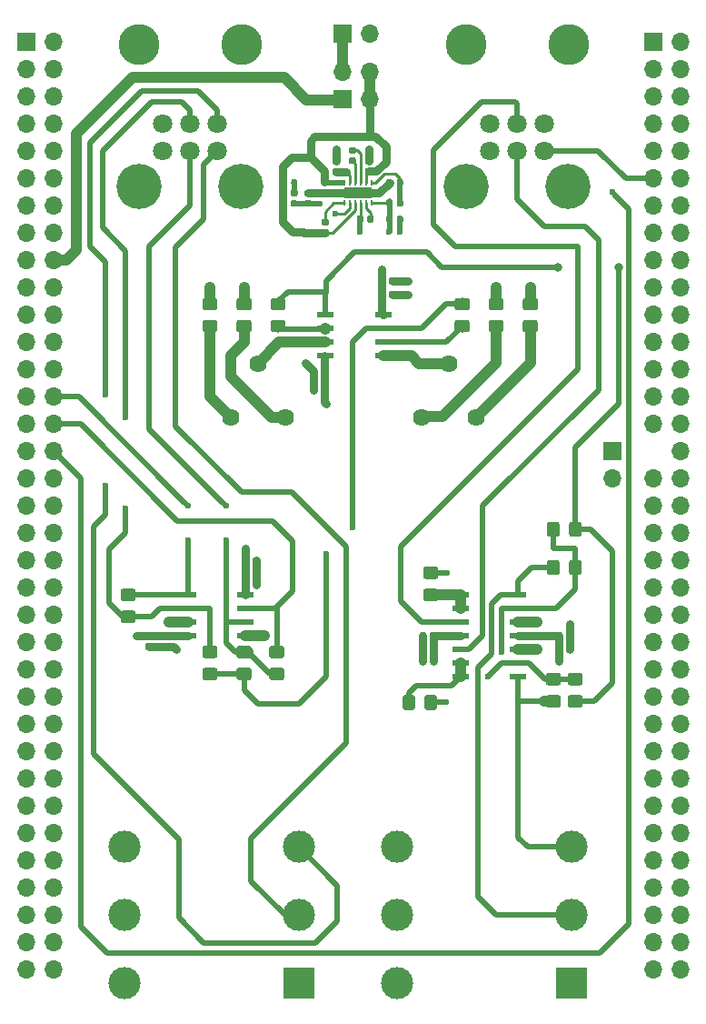
<source format=gbr>
G04 #@! TF.GenerationSoftware,KiCad,Pcbnew,(5.0.0-3-g5ebb6b6)*
G04 #@! TF.CreationDate,2019-04-23T02:19:09+01:00*
G04 #@! TF.ProjectId,Nucleo144AudioBreakout,4E75636C656F313434417564696F4272,RevA*
G04 #@! TF.SameCoordinates,Original*
G04 #@! TF.FileFunction,Copper,L1,Top,Signal*
G04 #@! TF.FilePolarity,Positive*
%FSLAX46Y46*%
G04 Gerber Fmt 4.6, Leading zero omitted, Abs format (unit mm)*
G04 Created by KiCad (PCBNEW (5.0.0-3-g5ebb6b6)) date Tuesday, 23 April 2019 at 02:19:09*
%MOMM*%
%LPD*%
G01*
G04 APERTURE LIST*
G04 #@! TA.AperFunction,ComponentPad*
%ADD10C,3.800000*%
G04 #@! TD*
G04 #@! TA.AperFunction,SMDPad,CuDef*
%ADD11R,1.550000X0.600000*%
G04 #@! TD*
G04 #@! TA.AperFunction,Conductor*
%ADD12C,0.100000*%
G04 #@! TD*
G04 #@! TA.AperFunction,SMDPad,CuDef*
%ADD13C,1.150000*%
G04 #@! TD*
G04 #@! TA.AperFunction,ComponentPad*
%ADD14C,3.000000*%
G04 #@! TD*
G04 #@! TA.AperFunction,ComponentPad*
%ADD15R,3.000000X3.000000*%
G04 #@! TD*
G04 #@! TA.AperFunction,ComponentPad*
%ADD16O,1.700000X1.700000*%
G04 #@! TD*
G04 #@! TA.AperFunction,ComponentPad*
%ADD17R,1.700000X1.700000*%
G04 #@! TD*
G04 #@! TA.AperFunction,ComponentPad*
%ADD18C,1.620000*%
G04 #@! TD*
G04 #@! TA.AperFunction,SMDPad,CuDef*
%ADD19R,1.500000X0.600000*%
G04 #@! TD*
G04 #@! TA.AperFunction,SMDPad,CuDef*
%ADD20C,0.590000*%
G04 #@! TD*
G04 #@! TA.AperFunction,ComponentPad*
%ADD21C,4.200000*%
G04 #@! TD*
G04 #@! TA.AperFunction,ComponentPad*
%ADD22C,1.800000*%
G04 #@! TD*
G04 #@! TA.AperFunction,SMDPad,CuDef*
%ADD23R,0.250000X0.500000*%
G04 #@! TD*
G04 #@! TA.AperFunction,ViaPad*
%ADD24C,0.600000*%
G04 #@! TD*
G04 #@! TA.AperFunction,SMDPad,CuDef*
%ADD25R,2.650000X1.000000*%
G04 #@! TD*
G04 #@! TA.AperFunction,ViaPad*
%ADD26C,0.800000*%
G04 #@! TD*
G04 #@! TA.AperFunction,Conductor*
%ADD27C,0.750000*%
G04 #@! TD*
G04 #@! TA.AperFunction,Conductor*
%ADD28C,1.000000*%
G04 #@! TD*
G04 #@! TA.AperFunction,Conductor*
%ADD29C,0.250000*%
G04 #@! TD*
G04 #@! TA.AperFunction,Conductor*
%ADD30C,0.500000*%
G04 #@! TD*
G04 APERTURE END LIST*
D10*
G04 #@! TO.P,REF\002A\002A,1*
G04 #@! TO.N,N/C*
X121666000Y-87884000D03*
G04 #@! TD*
G04 #@! TO.P,REF\002A\002A,1*
G04 #@! TO.N,N/C*
X112130000Y-87884000D03*
G04 #@! TD*
G04 #@! TO.P,REF\002A\002A,1*
G04 #@! TO.N,N/C*
X91186000Y-87884000D03*
G04 #@! TD*
G04 #@! TO.P,REF\002A\002A,1*
G04 #@! TO.N,N/C*
X81661000Y-87884000D03*
G04 #@! TD*
D11*
G04 #@! TO.P,U1,8*
G04 #@! TO.N,+5V*
X104427000Y-113030000D03*
G04 #@! TO.P,U1,7*
G04 #@! TO.N,/FLAT_LINE_ADJUST_IN*
X104427000Y-114300000D03*
G04 #@! TO.P,U1,6*
G04 #@! TO.N,Net-(R16-Pad2)*
X104427000Y-115570000D03*
G04 #@! TO.P,U1,5*
G04 #@! TO.N,Net-(RV4-Pad2)*
X104427000Y-116840000D03*
G04 #@! TO.P,U1,4*
G04 #@! TO.N,-5V*
X99027000Y-116840000D03*
G04 #@! TO.P,U1,3*
G04 #@! TO.N,Net-(RV3-Pad2)*
X99027000Y-115570000D03*
G04 #@! TO.P,U1,2*
G04 #@! TO.N,Net-(R15-Pad2)*
X99027000Y-114300000D03*
G04 #@! TO.P,U1,1*
G04 #@! TO.N,/FLAT_LINE_ADJUST_OUT*
X99027000Y-113030000D03*
G04 #@! TD*
D12*
G04 #@! TO.N,/PA1_ADC1_IN2*
G04 #@! TO.C,R4*
G36*
X94962505Y-143816204D02*
X94986773Y-143819804D01*
X95010572Y-143825765D01*
X95033671Y-143834030D01*
X95055850Y-143844520D01*
X95076893Y-143857132D01*
X95096599Y-143871747D01*
X95114777Y-143888223D01*
X95131253Y-143906401D01*
X95145868Y-143926107D01*
X95158480Y-143947150D01*
X95168970Y-143969329D01*
X95177235Y-143992428D01*
X95183196Y-144016227D01*
X95186796Y-144040495D01*
X95188000Y-144064999D01*
X95188000Y-144715001D01*
X95186796Y-144739505D01*
X95183196Y-144763773D01*
X95177235Y-144787572D01*
X95168970Y-144810671D01*
X95158480Y-144832850D01*
X95145868Y-144853893D01*
X95131253Y-144873599D01*
X95114777Y-144891777D01*
X95096599Y-144908253D01*
X95076893Y-144922868D01*
X95055850Y-144935480D01*
X95033671Y-144945970D01*
X95010572Y-144954235D01*
X94986773Y-144960196D01*
X94962505Y-144963796D01*
X94938001Y-144965000D01*
X94037999Y-144965000D01*
X94013495Y-144963796D01*
X93989227Y-144960196D01*
X93965428Y-144954235D01*
X93942329Y-144945970D01*
X93920150Y-144935480D01*
X93899107Y-144922868D01*
X93879401Y-144908253D01*
X93861223Y-144891777D01*
X93844747Y-144873599D01*
X93830132Y-144853893D01*
X93817520Y-144832850D01*
X93807030Y-144810671D01*
X93798765Y-144787572D01*
X93792804Y-144763773D01*
X93789204Y-144739505D01*
X93788000Y-144715001D01*
X93788000Y-144064999D01*
X93789204Y-144040495D01*
X93792804Y-144016227D01*
X93798765Y-143992428D01*
X93807030Y-143969329D01*
X93817520Y-143947150D01*
X93830132Y-143926107D01*
X93844747Y-143906401D01*
X93861223Y-143888223D01*
X93879401Y-143871747D01*
X93899107Y-143857132D01*
X93920150Y-143844520D01*
X93942329Y-143834030D01*
X93965428Y-143825765D01*
X93989227Y-143819804D01*
X94013495Y-143816204D01*
X94037999Y-143815000D01*
X94938001Y-143815000D01*
X94962505Y-143816204D01*
X94962505Y-143816204D01*
G37*
D13*
G04 #@! TD*
G04 #@! TO.P,R4,1*
G04 #@! TO.N,/PA1_ADC1_IN2*
X94488000Y-144390000D03*
D12*
G04 #@! TO.N,Net-(R2-Pad1)*
G04 #@! TO.C,R4*
G36*
X94962505Y-145866204D02*
X94986773Y-145869804D01*
X95010572Y-145875765D01*
X95033671Y-145884030D01*
X95055850Y-145894520D01*
X95076893Y-145907132D01*
X95096599Y-145921747D01*
X95114777Y-145938223D01*
X95131253Y-145956401D01*
X95145868Y-145976107D01*
X95158480Y-145997150D01*
X95168970Y-146019329D01*
X95177235Y-146042428D01*
X95183196Y-146066227D01*
X95186796Y-146090495D01*
X95188000Y-146114999D01*
X95188000Y-146765001D01*
X95186796Y-146789505D01*
X95183196Y-146813773D01*
X95177235Y-146837572D01*
X95168970Y-146860671D01*
X95158480Y-146882850D01*
X95145868Y-146903893D01*
X95131253Y-146923599D01*
X95114777Y-146941777D01*
X95096599Y-146958253D01*
X95076893Y-146972868D01*
X95055850Y-146985480D01*
X95033671Y-146995970D01*
X95010572Y-147004235D01*
X94986773Y-147010196D01*
X94962505Y-147013796D01*
X94938001Y-147015000D01*
X94037999Y-147015000D01*
X94013495Y-147013796D01*
X93989227Y-147010196D01*
X93965428Y-147004235D01*
X93942329Y-146995970D01*
X93920150Y-146985480D01*
X93899107Y-146972868D01*
X93879401Y-146958253D01*
X93861223Y-146941777D01*
X93844747Y-146923599D01*
X93830132Y-146903893D01*
X93817520Y-146882850D01*
X93807030Y-146860671D01*
X93798765Y-146837572D01*
X93792804Y-146813773D01*
X93789204Y-146789505D01*
X93788000Y-146765001D01*
X93788000Y-146114999D01*
X93789204Y-146090495D01*
X93792804Y-146066227D01*
X93798765Y-146042428D01*
X93807030Y-146019329D01*
X93817520Y-145997150D01*
X93830132Y-145976107D01*
X93844747Y-145956401D01*
X93861223Y-145938223D01*
X93879401Y-145921747D01*
X93899107Y-145907132D01*
X93920150Y-145894520D01*
X93942329Y-145884030D01*
X93965428Y-145875765D01*
X93989227Y-145869804D01*
X94013495Y-145866204D01*
X94037999Y-145865000D01*
X94938001Y-145865000D01*
X94962505Y-145866204D01*
X94962505Y-145866204D01*
G37*
D13*
G04 #@! TD*
G04 #@! TO.P,R4,2*
G04 #@! TO.N,Net-(R2-Pad1)*
X94488000Y-146440000D03*
D11*
G04 #@! TO.P,U2,8*
G04 #@! TO.N,+5V*
X91600000Y-139065000D03*
G04 #@! TO.P,U2,7*
G04 #@! TO.N,/PA1_ADC1_IN2*
X91600000Y-140335000D03*
G04 #@! TO.P,U2,6*
G04 #@! TO.N,Net-(R2-Pad1)*
X91600000Y-141605000D03*
G04 #@! TO.P,U2,5*
G04 #@! TO.N,GNDS*
X91600000Y-142875000D03*
G04 #@! TO.P,U2,4*
G04 #@! TO.N,-5V*
X86200000Y-142875000D03*
G04 #@! TO.P,U2,3*
G04 #@! TO.N,GNDS*
X86200000Y-141605000D03*
G04 #@! TO.P,U2,2*
G04 #@! TO.N,Net-(R1-Pad1)*
X86200000Y-140335000D03*
G04 #@! TO.P,U2,1*
G04 #@! TO.N,/PA0_ADC1_IN1*
X86200000Y-139065000D03*
G04 #@! TD*
D14*
G04 #@! TO.P,JIN1,6*
G04 #@! TO.N,GNDS*
X80290000Y-168910000D03*
G04 #@! TO.P,JIN1,5*
X80290000Y-162560000D03*
G04 #@! TO.P,JIN1,4*
X80290000Y-175260000D03*
G04 #@! TO.P,JIN1,3*
G04 #@! TO.N,Net-(JIN1-Pad3)*
X96520000Y-168910000D03*
G04 #@! TO.P,JIN1,2*
G04 #@! TO.N,Net-(JIN1-Pad2)*
X96520000Y-162560000D03*
D15*
G04 #@! TO.P,JIN1,1*
G04 #@! TO.N,GNDS*
X96520000Y-175260000D03*
G04 #@! TD*
D12*
G04 #@! TO.N,Net-(R10-Pad2)*
G04 #@! TO.C,R10*
G36*
X122659505Y-135826204D02*
X122683773Y-135829804D01*
X122707572Y-135835765D01*
X122730671Y-135844030D01*
X122752850Y-135854520D01*
X122773893Y-135867132D01*
X122793599Y-135881747D01*
X122811777Y-135898223D01*
X122828253Y-135916401D01*
X122842868Y-135936107D01*
X122855480Y-135957150D01*
X122865970Y-135979329D01*
X122874235Y-136002428D01*
X122880196Y-136026227D01*
X122883796Y-136050495D01*
X122885000Y-136074999D01*
X122885000Y-136975001D01*
X122883796Y-136999505D01*
X122880196Y-137023773D01*
X122874235Y-137047572D01*
X122865970Y-137070671D01*
X122855480Y-137092850D01*
X122842868Y-137113893D01*
X122828253Y-137133599D01*
X122811777Y-137151777D01*
X122793599Y-137168253D01*
X122773893Y-137182868D01*
X122752850Y-137195480D01*
X122730671Y-137205970D01*
X122707572Y-137214235D01*
X122683773Y-137220196D01*
X122659505Y-137223796D01*
X122635001Y-137225000D01*
X121984999Y-137225000D01*
X121960495Y-137223796D01*
X121936227Y-137220196D01*
X121912428Y-137214235D01*
X121889329Y-137205970D01*
X121867150Y-137195480D01*
X121846107Y-137182868D01*
X121826401Y-137168253D01*
X121808223Y-137151777D01*
X121791747Y-137133599D01*
X121777132Y-137113893D01*
X121764520Y-137092850D01*
X121754030Y-137070671D01*
X121745765Y-137047572D01*
X121739804Y-137023773D01*
X121736204Y-136999505D01*
X121735000Y-136975001D01*
X121735000Y-136074999D01*
X121736204Y-136050495D01*
X121739804Y-136026227D01*
X121745765Y-136002428D01*
X121754030Y-135979329D01*
X121764520Y-135957150D01*
X121777132Y-135936107D01*
X121791747Y-135916401D01*
X121808223Y-135898223D01*
X121826401Y-135881747D01*
X121846107Y-135867132D01*
X121867150Y-135854520D01*
X121889329Y-135844030D01*
X121912428Y-135835765D01*
X121936227Y-135829804D01*
X121960495Y-135826204D01*
X121984999Y-135825000D01*
X122635001Y-135825000D01*
X122659505Y-135826204D01*
X122659505Y-135826204D01*
G37*
D13*
G04 #@! TD*
G04 #@! TO.P,R10,2*
G04 #@! TO.N,Net-(R10-Pad2)*
X122310000Y-136525000D03*
D12*
G04 #@! TO.N,Net-(JOUT1-Pad3)*
G04 #@! TO.C,R10*
G36*
X120609505Y-135826204D02*
X120633773Y-135829804D01*
X120657572Y-135835765D01*
X120680671Y-135844030D01*
X120702850Y-135854520D01*
X120723893Y-135867132D01*
X120743599Y-135881747D01*
X120761777Y-135898223D01*
X120778253Y-135916401D01*
X120792868Y-135936107D01*
X120805480Y-135957150D01*
X120815970Y-135979329D01*
X120824235Y-136002428D01*
X120830196Y-136026227D01*
X120833796Y-136050495D01*
X120835000Y-136074999D01*
X120835000Y-136975001D01*
X120833796Y-136999505D01*
X120830196Y-137023773D01*
X120824235Y-137047572D01*
X120815970Y-137070671D01*
X120805480Y-137092850D01*
X120792868Y-137113893D01*
X120778253Y-137133599D01*
X120761777Y-137151777D01*
X120743599Y-137168253D01*
X120723893Y-137182868D01*
X120702850Y-137195480D01*
X120680671Y-137205970D01*
X120657572Y-137214235D01*
X120633773Y-137220196D01*
X120609505Y-137223796D01*
X120585001Y-137225000D01*
X119934999Y-137225000D01*
X119910495Y-137223796D01*
X119886227Y-137220196D01*
X119862428Y-137214235D01*
X119839329Y-137205970D01*
X119817150Y-137195480D01*
X119796107Y-137182868D01*
X119776401Y-137168253D01*
X119758223Y-137151777D01*
X119741747Y-137133599D01*
X119727132Y-137113893D01*
X119714520Y-137092850D01*
X119704030Y-137070671D01*
X119695765Y-137047572D01*
X119689804Y-137023773D01*
X119686204Y-136999505D01*
X119685000Y-136975001D01*
X119685000Y-136074999D01*
X119686204Y-136050495D01*
X119689804Y-136026227D01*
X119695765Y-136002428D01*
X119704030Y-135979329D01*
X119714520Y-135957150D01*
X119727132Y-135936107D01*
X119741747Y-135916401D01*
X119758223Y-135898223D01*
X119776401Y-135881747D01*
X119796107Y-135867132D01*
X119817150Y-135854520D01*
X119839329Y-135844030D01*
X119862428Y-135835765D01*
X119886227Y-135829804D01*
X119910495Y-135826204D01*
X119934999Y-135825000D01*
X120585001Y-135825000D01*
X120609505Y-135826204D01*
X120609505Y-135826204D01*
G37*
D13*
G04 #@! TD*
G04 #@! TO.P,R10,1*
G04 #@! TO.N,Net-(JOUT1-Pad3)*
X120260000Y-136525000D03*
D16*
G04 #@! TO.P,CN11,70*
G04 #@! TO.N,N/C*
X73660000Y-173990000D03*
G04 #@! TO.P,CN11,69*
X71120000Y-173990000D03*
G04 #@! TO.P,CN11,68*
X73660000Y-171450000D03*
G04 #@! TO.P,CN11,67*
X71120000Y-171450000D03*
G04 #@! TO.P,CN11,66*
X73660000Y-168910000D03*
G04 #@! TO.P,CN11,65*
X71120000Y-168910000D03*
G04 #@! TO.P,CN11,64*
X73660000Y-166370000D03*
G04 #@! TO.P,CN11,63*
X71120000Y-166370000D03*
G04 #@! TO.P,CN11,62*
X73660000Y-163830000D03*
G04 #@! TO.P,CN11,61*
X71120000Y-163830000D03*
G04 #@! TO.P,CN11,60*
G04 #@! TO.N,GNDS*
X73660000Y-161290000D03*
G04 #@! TO.P,CN11,59*
G04 #@! TO.N,N/C*
X71120000Y-161290000D03*
G04 #@! TO.P,CN11,58*
X73660000Y-158750000D03*
G04 #@! TO.P,CN11,57*
X71120000Y-158750000D03*
G04 #@! TO.P,CN11,56*
X73660000Y-156210000D03*
G04 #@! TO.P,CN11,55*
X71120000Y-156210000D03*
G04 #@! TO.P,CN11,54*
X73660000Y-153670000D03*
G04 #@! TO.P,CN11,53*
X71120000Y-153670000D03*
G04 #@! TO.P,CN11,52*
X73660000Y-151130000D03*
G04 #@! TO.P,CN11,51*
X71120000Y-151130000D03*
G04 #@! TO.P,CN11,50*
X73660000Y-148590000D03*
G04 #@! TO.P,CN11,49*
X71120000Y-148590000D03*
G04 #@! TO.P,CN11,48*
X73660000Y-146050000D03*
G04 #@! TO.P,CN11,47*
X71120000Y-146050000D03*
G04 #@! TO.P,CN11,46*
X73660000Y-143510000D03*
G04 #@! TO.P,CN11,45*
X71120000Y-143510000D03*
G04 #@! TO.P,CN11,44*
X73660000Y-140970000D03*
G04 #@! TO.P,CN11,43*
X71120000Y-140970000D03*
G04 #@! TO.P,CN11,42*
X73660000Y-138430000D03*
G04 #@! TO.P,CN11,41*
X71120000Y-138430000D03*
G04 #@! TO.P,CN11,40*
X73660000Y-135890000D03*
G04 #@! TO.P,CN11,39*
X71120000Y-135890000D03*
G04 #@! TO.P,CN11,38*
X73660000Y-133350000D03*
G04 #@! TO.P,CN11,37*
X71120000Y-133350000D03*
G04 #@! TO.P,CN11,36*
X73660000Y-130810000D03*
G04 #@! TO.P,CN11,35*
X71120000Y-130810000D03*
G04 #@! TO.P,CN11,34*
X73660000Y-128270000D03*
G04 #@! TO.P,CN11,33*
X71120000Y-128270000D03*
G04 #@! TO.P,CN11,32*
G04 #@! TO.N,/PA4_DAC_OUT1*
X73660000Y-125730000D03*
G04 #@! TO.P,CN11,31*
G04 #@! TO.N,N/C*
X71120000Y-125730000D03*
G04 #@! TO.P,CN11,30*
G04 #@! TO.N,/PA1_ADC1_IN2*
X73660000Y-123190000D03*
G04 #@! TO.P,CN11,29*
G04 #@! TO.N,N/C*
X71120000Y-123190000D03*
G04 #@! TO.P,CN11,28*
G04 #@! TO.N,/PA0_ADC1_IN1*
X73660000Y-120650000D03*
G04 #@! TO.P,CN11,27*
G04 #@! TO.N,N/C*
X71120000Y-120650000D03*
G04 #@! TO.P,CN11,26*
X73660000Y-118110000D03*
G04 #@! TO.P,CN11,25*
X71120000Y-118110000D03*
G04 #@! TO.P,CN11,24*
X73660000Y-115570000D03*
G04 #@! TO.P,CN11,23*
X71120000Y-115570000D03*
G04 #@! TO.P,CN11,22*
G04 #@! TO.N,GNDS*
X73660000Y-113030000D03*
G04 #@! TO.P,CN11,21*
G04 #@! TO.N,N/C*
X71120000Y-113030000D03*
G04 #@! TO.P,CN11,20*
G04 #@! TO.N,GNDS*
X73660000Y-110490000D03*
G04 #@! TO.P,CN11,19*
G04 #@! TO.N,N/C*
X71120000Y-110490000D03*
G04 #@! TO.P,CN11,18*
G04 #@! TO.N,VDD*
X73660000Y-107950000D03*
G04 #@! TO.P,CN11,17*
G04 #@! TO.N,N/C*
X71120000Y-107950000D03*
G04 #@! TO.P,CN11,16*
X73660000Y-105410000D03*
G04 #@! TO.P,CN11,15*
X71120000Y-105410000D03*
G04 #@! TO.P,CN11,14*
X73660000Y-102870000D03*
G04 #@! TO.P,CN11,13*
X71120000Y-102870000D03*
G04 #@! TO.P,CN11,12*
X73660000Y-100330000D03*
G04 #@! TO.P,CN11,11*
X71120000Y-100330000D03*
G04 #@! TO.P,CN11,10*
X73660000Y-97790000D03*
G04 #@! TO.P,CN11,9*
X71120000Y-97790000D03*
G04 #@! TO.P,CN11,8*
X73660000Y-95250000D03*
G04 #@! TO.P,CN11,7*
X71120000Y-95250000D03*
G04 #@! TO.P,CN11,6*
X73660000Y-92710000D03*
G04 #@! TO.P,CN11,5*
X71120000Y-92710000D03*
G04 #@! TO.P,CN11,4*
X73660000Y-90170000D03*
G04 #@! TO.P,CN11,3*
X71120000Y-90170000D03*
G04 #@! TO.P,CN11,2*
X73660000Y-87630000D03*
D17*
G04 #@! TO.P,CN11,1*
X71120000Y-87630000D03*
G04 #@! TD*
G04 #@! TO.P,CN12,1*
G04 #@! TO.N,N/C*
X129540000Y-87630000D03*
D16*
G04 #@! TO.P,CN12,2*
X132080000Y-87630000D03*
G04 #@! TO.P,CN12,3*
X129540000Y-90170000D03*
G04 #@! TO.P,CN12,4*
X132080000Y-90170000D03*
G04 #@! TO.P,CN12,5*
X129540000Y-92710000D03*
G04 #@! TO.P,CN12,6*
X132080000Y-92710000D03*
G04 #@! TO.P,CN12,7*
X129540000Y-95250000D03*
G04 #@! TO.P,CN12,8*
X132080000Y-95250000D03*
G04 #@! TO.P,CN12,9*
G04 #@! TO.N,GNDS*
X129540000Y-97790000D03*
G04 #@! TO.P,CN12,10*
G04 #@! TO.N,N/C*
X132080000Y-97790000D03*
G04 #@! TO.P,CN12,11*
G04 #@! TO.N,/PA5_DAC_OUT2*
X129540000Y-100330000D03*
G04 #@! TO.P,CN12,12*
G04 #@! TO.N,N/C*
X132080000Y-100330000D03*
G04 #@! TO.P,CN12,13*
X129540000Y-102870000D03*
G04 #@! TO.P,CN12,14*
X132080000Y-102870000D03*
G04 #@! TO.P,CN12,15*
X129540000Y-105410000D03*
G04 #@! TO.P,CN12,16*
X132080000Y-105410000D03*
G04 #@! TO.P,CN12,17*
X129540000Y-107950000D03*
G04 #@! TO.P,CN12,18*
X132080000Y-107950000D03*
G04 #@! TO.P,CN12,19*
X129540000Y-110490000D03*
G04 #@! TO.P,CN12,20*
X132080000Y-110490000D03*
G04 #@! TO.P,CN12,21*
X129540000Y-113030000D03*
G04 #@! TO.P,CN12,22*
X132080000Y-113030000D03*
G04 #@! TO.P,CN12,23*
X129540000Y-115570000D03*
G04 #@! TO.P,CN12,24*
X132080000Y-115570000D03*
G04 #@! TO.P,CN12,25*
X129540000Y-118110000D03*
G04 #@! TO.P,CN12,26*
X132080000Y-118110000D03*
G04 #@! TO.P,CN12,27*
X129540000Y-120650000D03*
G04 #@! TO.P,CN12,28*
X132080000Y-120650000D03*
G04 #@! TO.P,CN12,29*
X129540000Y-123190000D03*
G04 #@! TO.P,CN12,30*
X132080000Y-123190000D03*
G04 #@! TO.P,CN12,32*
G04 #@! TO.N,Net-(CN12-Pad32)*
X132080000Y-125730000D03*
G04 #@! TO.P,CN12,33*
G04 #@! TO.N,N/C*
X129540000Y-128270000D03*
G04 #@! TO.P,CN12,34*
X132080000Y-128270000D03*
G04 #@! TO.P,CN12,35*
X129540000Y-130810000D03*
G04 #@! TO.P,CN12,36*
X132080000Y-130810000D03*
G04 #@! TO.P,CN12,37*
X129540000Y-133350000D03*
G04 #@! TO.P,CN12,38*
X132080000Y-133350000D03*
G04 #@! TO.P,CN12,39*
G04 #@! TO.N,GNDS*
X129540000Y-135890000D03*
G04 #@! TO.P,CN12,40*
G04 #@! TO.N,N/C*
X132080000Y-135890000D03*
G04 #@! TO.P,CN12,41*
X129540000Y-138430000D03*
G04 #@! TO.P,CN12,42*
X132080000Y-138430000D03*
G04 #@! TO.P,CN12,43*
X129540000Y-140970000D03*
G04 #@! TO.P,CN12,44*
X132080000Y-140970000D03*
G04 #@! TO.P,CN12,45*
X129540000Y-143510000D03*
G04 #@! TO.P,CN12,46*
X132080000Y-143510000D03*
G04 #@! TO.P,CN12,47*
X129540000Y-146050000D03*
G04 #@! TO.P,CN12,48*
X132080000Y-146050000D03*
G04 #@! TO.P,CN12,49*
X129540000Y-148590000D03*
G04 #@! TO.P,CN12,50*
X132080000Y-148590000D03*
G04 #@! TO.P,CN12,51*
X129540000Y-151130000D03*
G04 #@! TO.P,CN12,52*
X132080000Y-151130000D03*
G04 #@! TO.P,CN12,53*
X129540000Y-153670000D03*
G04 #@! TO.P,CN12,54*
X132080000Y-153670000D03*
G04 #@! TO.P,CN12,55*
X129540000Y-156210000D03*
G04 #@! TO.P,CN12,56*
X132080000Y-156210000D03*
G04 #@! TO.P,CN12,57*
X129540000Y-158750000D03*
G04 #@! TO.P,CN12,58*
X132080000Y-158750000D03*
G04 #@! TO.P,CN12,59*
X129540000Y-161290000D03*
G04 #@! TO.P,CN12,60*
X132080000Y-161290000D03*
G04 #@! TO.P,CN12,61*
X129540000Y-163830000D03*
G04 #@! TO.P,CN12,62*
X132080000Y-163830000D03*
G04 #@! TO.P,CN12,63*
G04 #@! TO.N,GNDS*
X129540000Y-166370000D03*
G04 #@! TO.P,CN12,64*
G04 #@! TO.N,N/C*
X132080000Y-166370000D03*
G04 #@! TO.P,CN12,65*
X129540000Y-168910000D03*
G04 #@! TO.P,CN12,66*
X132080000Y-168910000D03*
G04 #@! TO.P,CN12,67*
X129540000Y-171450000D03*
G04 #@! TO.P,CN12,68*
X132080000Y-171450000D03*
G04 #@! TO.P,CN12,69*
X129540000Y-173990000D03*
G04 #@! TO.P,CN12,70*
X132080000Y-173990000D03*
G04 #@! TD*
D15*
G04 #@! TO.P,JOUT1,1*
G04 #@! TO.N,GNDS*
X121920000Y-175260000D03*
D14*
G04 #@! TO.P,JOUT1,2*
G04 #@! TO.N,Net-(JOUT1-Pad2)*
X121920000Y-162560000D03*
G04 #@! TO.P,JOUT1,3*
G04 #@! TO.N,Net-(JOUT1-Pad3)*
X121920000Y-168910000D03*
G04 #@! TO.P,JOUT1,4*
G04 #@! TO.N,GNDS*
X105690000Y-175260000D03*
G04 #@! TO.P,JOUT1,5*
X105690000Y-162560000D03*
G04 #@! TO.P,JOUT1,6*
X105690000Y-168910000D03*
G04 #@! TD*
D18*
G04 #@! TO.P,RV3,3*
G04 #@! TO.N,Net-(R12-Pad1)*
X90250000Y-122555000D03*
G04 #@! TO.P,RV3,2*
G04 #@! TO.N,Net-(RV3-Pad2)*
X92750000Y-117555000D03*
G04 #@! TO.P,RV3,1*
G04 #@! TO.N,Net-(R11-Pad2)*
X95250000Y-122555000D03*
G04 #@! TD*
G04 #@! TO.P,RV4,3*
G04 #@! TO.N,Net-(R14-Pad1)*
X108030000Y-122555000D03*
G04 #@! TO.P,RV4,2*
G04 #@! TO.N,Net-(RV4-Pad2)*
X110530000Y-117555000D03*
G04 #@! TO.P,RV4,1*
G04 #@! TO.N,Net-(R13-Pad2)*
X113030000Y-122555000D03*
G04 #@! TD*
D12*
G04 #@! TO.N,/FLAT_LINE_ADJUST_IN*
G04 #@! TO.C,R1*
G36*
X88739505Y-145866204D02*
X88763773Y-145869804D01*
X88787572Y-145875765D01*
X88810671Y-145884030D01*
X88832850Y-145894520D01*
X88853893Y-145907132D01*
X88873599Y-145921747D01*
X88891777Y-145938223D01*
X88908253Y-145956401D01*
X88922868Y-145976107D01*
X88935480Y-145997150D01*
X88945970Y-146019329D01*
X88954235Y-146042428D01*
X88960196Y-146066227D01*
X88963796Y-146090495D01*
X88965000Y-146114999D01*
X88965000Y-146765001D01*
X88963796Y-146789505D01*
X88960196Y-146813773D01*
X88954235Y-146837572D01*
X88945970Y-146860671D01*
X88935480Y-146882850D01*
X88922868Y-146903893D01*
X88908253Y-146923599D01*
X88891777Y-146941777D01*
X88873599Y-146958253D01*
X88853893Y-146972868D01*
X88832850Y-146985480D01*
X88810671Y-146995970D01*
X88787572Y-147004235D01*
X88763773Y-147010196D01*
X88739505Y-147013796D01*
X88715001Y-147015000D01*
X87814999Y-147015000D01*
X87790495Y-147013796D01*
X87766227Y-147010196D01*
X87742428Y-147004235D01*
X87719329Y-146995970D01*
X87697150Y-146985480D01*
X87676107Y-146972868D01*
X87656401Y-146958253D01*
X87638223Y-146941777D01*
X87621747Y-146923599D01*
X87607132Y-146903893D01*
X87594520Y-146882850D01*
X87584030Y-146860671D01*
X87575765Y-146837572D01*
X87569804Y-146813773D01*
X87566204Y-146789505D01*
X87565000Y-146765001D01*
X87565000Y-146114999D01*
X87566204Y-146090495D01*
X87569804Y-146066227D01*
X87575765Y-146042428D01*
X87584030Y-146019329D01*
X87594520Y-145997150D01*
X87607132Y-145976107D01*
X87621747Y-145956401D01*
X87638223Y-145938223D01*
X87656401Y-145921747D01*
X87676107Y-145907132D01*
X87697150Y-145894520D01*
X87719329Y-145884030D01*
X87742428Y-145875765D01*
X87766227Y-145869804D01*
X87790495Y-145866204D01*
X87814999Y-145865000D01*
X88715001Y-145865000D01*
X88739505Y-145866204D01*
X88739505Y-145866204D01*
G37*
D13*
G04 #@! TD*
G04 #@! TO.P,R1,2*
G04 #@! TO.N,/FLAT_LINE_ADJUST_IN*
X88265000Y-146440000D03*
D12*
G04 #@! TO.N,Net-(R1-Pad1)*
G04 #@! TO.C,R1*
G36*
X88739505Y-143816204D02*
X88763773Y-143819804D01*
X88787572Y-143825765D01*
X88810671Y-143834030D01*
X88832850Y-143844520D01*
X88853893Y-143857132D01*
X88873599Y-143871747D01*
X88891777Y-143888223D01*
X88908253Y-143906401D01*
X88922868Y-143926107D01*
X88935480Y-143947150D01*
X88945970Y-143969329D01*
X88954235Y-143992428D01*
X88960196Y-144016227D01*
X88963796Y-144040495D01*
X88965000Y-144064999D01*
X88965000Y-144715001D01*
X88963796Y-144739505D01*
X88960196Y-144763773D01*
X88954235Y-144787572D01*
X88945970Y-144810671D01*
X88935480Y-144832850D01*
X88922868Y-144853893D01*
X88908253Y-144873599D01*
X88891777Y-144891777D01*
X88873599Y-144908253D01*
X88853893Y-144922868D01*
X88832850Y-144935480D01*
X88810671Y-144945970D01*
X88787572Y-144954235D01*
X88763773Y-144960196D01*
X88739505Y-144963796D01*
X88715001Y-144965000D01*
X87814999Y-144965000D01*
X87790495Y-144963796D01*
X87766227Y-144960196D01*
X87742428Y-144954235D01*
X87719329Y-144945970D01*
X87697150Y-144935480D01*
X87676107Y-144922868D01*
X87656401Y-144908253D01*
X87638223Y-144891777D01*
X87621747Y-144873599D01*
X87607132Y-144853893D01*
X87594520Y-144832850D01*
X87584030Y-144810671D01*
X87575765Y-144787572D01*
X87569804Y-144763773D01*
X87566204Y-144739505D01*
X87565000Y-144715001D01*
X87565000Y-144064999D01*
X87566204Y-144040495D01*
X87569804Y-144016227D01*
X87575765Y-143992428D01*
X87584030Y-143969329D01*
X87594520Y-143947150D01*
X87607132Y-143926107D01*
X87621747Y-143906401D01*
X87638223Y-143888223D01*
X87656401Y-143871747D01*
X87676107Y-143857132D01*
X87697150Y-143844520D01*
X87719329Y-143834030D01*
X87742428Y-143825765D01*
X87766227Y-143819804D01*
X87790495Y-143816204D01*
X87814999Y-143815000D01*
X88715001Y-143815000D01*
X88739505Y-143816204D01*
X88739505Y-143816204D01*
G37*
D13*
G04 #@! TD*
G04 #@! TO.P,R1,1*
G04 #@! TO.N,Net-(R1-Pad1)*
X88265000Y-144390000D03*
D12*
G04 #@! TO.N,Net-(R2-Pad1)*
G04 #@! TO.C,R2*
G36*
X91914505Y-143816204D02*
X91938773Y-143819804D01*
X91962572Y-143825765D01*
X91985671Y-143834030D01*
X92007850Y-143844520D01*
X92028893Y-143857132D01*
X92048599Y-143871747D01*
X92066777Y-143888223D01*
X92083253Y-143906401D01*
X92097868Y-143926107D01*
X92110480Y-143947150D01*
X92120970Y-143969329D01*
X92129235Y-143992428D01*
X92135196Y-144016227D01*
X92138796Y-144040495D01*
X92140000Y-144064999D01*
X92140000Y-144715001D01*
X92138796Y-144739505D01*
X92135196Y-144763773D01*
X92129235Y-144787572D01*
X92120970Y-144810671D01*
X92110480Y-144832850D01*
X92097868Y-144853893D01*
X92083253Y-144873599D01*
X92066777Y-144891777D01*
X92048599Y-144908253D01*
X92028893Y-144922868D01*
X92007850Y-144935480D01*
X91985671Y-144945970D01*
X91962572Y-144954235D01*
X91938773Y-144960196D01*
X91914505Y-144963796D01*
X91890001Y-144965000D01*
X90989999Y-144965000D01*
X90965495Y-144963796D01*
X90941227Y-144960196D01*
X90917428Y-144954235D01*
X90894329Y-144945970D01*
X90872150Y-144935480D01*
X90851107Y-144922868D01*
X90831401Y-144908253D01*
X90813223Y-144891777D01*
X90796747Y-144873599D01*
X90782132Y-144853893D01*
X90769520Y-144832850D01*
X90759030Y-144810671D01*
X90750765Y-144787572D01*
X90744804Y-144763773D01*
X90741204Y-144739505D01*
X90740000Y-144715001D01*
X90740000Y-144064999D01*
X90741204Y-144040495D01*
X90744804Y-144016227D01*
X90750765Y-143992428D01*
X90759030Y-143969329D01*
X90769520Y-143947150D01*
X90782132Y-143926107D01*
X90796747Y-143906401D01*
X90813223Y-143888223D01*
X90831401Y-143871747D01*
X90851107Y-143857132D01*
X90872150Y-143844520D01*
X90894329Y-143834030D01*
X90917428Y-143825765D01*
X90941227Y-143819804D01*
X90965495Y-143816204D01*
X90989999Y-143815000D01*
X91890001Y-143815000D01*
X91914505Y-143816204D01*
X91914505Y-143816204D01*
G37*
D13*
G04 #@! TD*
G04 #@! TO.P,R2,1*
G04 #@! TO.N,Net-(R2-Pad1)*
X91440000Y-144390000D03*
D12*
G04 #@! TO.N,/FLAT_LINE_ADJUST_IN*
G04 #@! TO.C,R2*
G36*
X91914505Y-145866204D02*
X91938773Y-145869804D01*
X91962572Y-145875765D01*
X91985671Y-145884030D01*
X92007850Y-145894520D01*
X92028893Y-145907132D01*
X92048599Y-145921747D01*
X92066777Y-145938223D01*
X92083253Y-145956401D01*
X92097868Y-145976107D01*
X92110480Y-145997150D01*
X92120970Y-146019329D01*
X92129235Y-146042428D01*
X92135196Y-146066227D01*
X92138796Y-146090495D01*
X92140000Y-146114999D01*
X92140000Y-146765001D01*
X92138796Y-146789505D01*
X92135196Y-146813773D01*
X92129235Y-146837572D01*
X92120970Y-146860671D01*
X92110480Y-146882850D01*
X92097868Y-146903893D01*
X92083253Y-146923599D01*
X92066777Y-146941777D01*
X92048599Y-146958253D01*
X92028893Y-146972868D01*
X92007850Y-146985480D01*
X91985671Y-146995970D01*
X91962572Y-147004235D01*
X91938773Y-147010196D01*
X91914505Y-147013796D01*
X91890001Y-147015000D01*
X90989999Y-147015000D01*
X90965495Y-147013796D01*
X90941227Y-147010196D01*
X90917428Y-147004235D01*
X90894329Y-146995970D01*
X90872150Y-146985480D01*
X90851107Y-146972868D01*
X90831401Y-146958253D01*
X90813223Y-146941777D01*
X90796747Y-146923599D01*
X90782132Y-146903893D01*
X90769520Y-146882850D01*
X90759030Y-146860671D01*
X90750765Y-146837572D01*
X90744804Y-146813773D01*
X90741204Y-146789505D01*
X90740000Y-146765001D01*
X90740000Y-146114999D01*
X90741204Y-146090495D01*
X90744804Y-146066227D01*
X90750765Y-146042428D01*
X90759030Y-146019329D01*
X90769520Y-145997150D01*
X90782132Y-145976107D01*
X90796747Y-145956401D01*
X90813223Y-145938223D01*
X90831401Y-145921747D01*
X90851107Y-145907132D01*
X90872150Y-145894520D01*
X90894329Y-145884030D01*
X90917428Y-145875765D01*
X90941227Y-145869804D01*
X90965495Y-145866204D01*
X90989999Y-145865000D01*
X91890001Y-145865000D01*
X91914505Y-145866204D01*
X91914505Y-145866204D01*
G37*
D13*
G04 #@! TD*
G04 #@! TO.P,R2,2*
G04 #@! TO.N,/FLAT_LINE_ADJUST_IN*
X91440000Y-146440000D03*
D12*
G04 #@! TO.N,/PA0_ADC1_IN1*
G04 #@! TO.C,R3*
G36*
X81119505Y-138491204D02*
X81143773Y-138494804D01*
X81167572Y-138500765D01*
X81190671Y-138509030D01*
X81212850Y-138519520D01*
X81233893Y-138532132D01*
X81253599Y-138546747D01*
X81271777Y-138563223D01*
X81288253Y-138581401D01*
X81302868Y-138601107D01*
X81315480Y-138622150D01*
X81325970Y-138644329D01*
X81334235Y-138667428D01*
X81340196Y-138691227D01*
X81343796Y-138715495D01*
X81345000Y-138739999D01*
X81345000Y-139390001D01*
X81343796Y-139414505D01*
X81340196Y-139438773D01*
X81334235Y-139462572D01*
X81325970Y-139485671D01*
X81315480Y-139507850D01*
X81302868Y-139528893D01*
X81288253Y-139548599D01*
X81271777Y-139566777D01*
X81253599Y-139583253D01*
X81233893Y-139597868D01*
X81212850Y-139610480D01*
X81190671Y-139620970D01*
X81167572Y-139629235D01*
X81143773Y-139635196D01*
X81119505Y-139638796D01*
X81095001Y-139640000D01*
X80194999Y-139640000D01*
X80170495Y-139638796D01*
X80146227Y-139635196D01*
X80122428Y-139629235D01*
X80099329Y-139620970D01*
X80077150Y-139610480D01*
X80056107Y-139597868D01*
X80036401Y-139583253D01*
X80018223Y-139566777D01*
X80001747Y-139548599D01*
X79987132Y-139528893D01*
X79974520Y-139507850D01*
X79964030Y-139485671D01*
X79955765Y-139462572D01*
X79949804Y-139438773D01*
X79946204Y-139414505D01*
X79945000Y-139390001D01*
X79945000Y-138739999D01*
X79946204Y-138715495D01*
X79949804Y-138691227D01*
X79955765Y-138667428D01*
X79964030Y-138644329D01*
X79974520Y-138622150D01*
X79987132Y-138601107D01*
X80001747Y-138581401D01*
X80018223Y-138563223D01*
X80036401Y-138546747D01*
X80056107Y-138532132D01*
X80077150Y-138519520D01*
X80099329Y-138509030D01*
X80122428Y-138500765D01*
X80146227Y-138494804D01*
X80170495Y-138491204D01*
X80194999Y-138490000D01*
X81095001Y-138490000D01*
X81119505Y-138491204D01*
X81119505Y-138491204D01*
G37*
D13*
G04 #@! TD*
G04 #@! TO.P,R3,1*
G04 #@! TO.N,/PA0_ADC1_IN1*
X80645000Y-139065000D03*
D12*
G04 #@! TO.N,Net-(R1-Pad1)*
G04 #@! TO.C,R3*
G36*
X81119505Y-140541204D02*
X81143773Y-140544804D01*
X81167572Y-140550765D01*
X81190671Y-140559030D01*
X81212850Y-140569520D01*
X81233893Y-140582132D01*
X81253599Y-140596747D01*
X81271777Y-140613223D01*
X81288253Y-140631401D01*
X81302868Y-140651107D01*
X81315480Y-140672150D01*
X81325970Y-140694329D01*
X81334235Y-140717428D01*
X81340196Y-140741227D01*
X81343796Y-140765495D01*
X81345000Y-140789999D01*
X81345000Y-141440001D01*
X81343796Y-141464505D01*
X81340196Y-141488773D01*
X81334235Y-141512572D01*
X81325970Y-141535671D01*
X81315480Y-141557850D01*
X81302868Y-141578893D01*
X81288253Y-141598599D01*
X81271777Y-141616777D01*
X81253599Y-141633253D01*
X81233893Y-141647868D01*
X81212850Y-141660480D01*
X81190671Y-141670970D01*
X81167572Y-141679235D01*
X81143773Y-141685196D01*
X81119505Y-141688796D01*
X81095001Y-141690000D01*
X80194999Y-141690000D01*
X80170495Y-141688796D01*
X80146227Y-141685196D01*
X80122428Y-141679235D01*
X80099329Y-141670970D01*
X80077150Y-141660480D01*
X80056107Y-141647868D01*
X80036401Y-141633253D01*
X80018223Y-141616777D01*
X80001747Y-141598599D01*
X79987132Y-141578893D01*
X79974520Y-141557850D01*
X79964030Y-141535671D01*
X79955765Y-141512572D01*
X79949804Y-141488773D01*
X79946204Y-141464505D01*
X79945000Y-141440001D01*
X79945000Y-140789999D01*
X79946204Y-140765495D01*
X79949804Y-140741227D01*
X79955765Y-140717428D01*
X79964030Y-140694329D01*
X79974520Y-140672150D01*
X79987132Y-140651107D01*
X80001747Y-140631401D01*
X80018223Y-140613223D01*
X80036401Y-140596747D01*
X80056107Y-140582132D01*
X80077150Y-140569520D01*
X80099329Y-140559030D01*
X80122428Y-140550765D01*
X80146227Y-140544804D01*
X80170495Y-140541204D01*
X80194999Y-140540000D01*
X81095001Y-140540000D01*
X81119505Y-140541204D01*
X81119505Y-140541204D01*
G37*
D13*
G04 #@! TD*
G04 #@! TO.P,R3,2*
G04 #@! TO.N,Net-(R1-Pad1)*
X80645000Y-141115000D03*
D12*
G04 #@! TO.N,Net-(R17-Pad2)*
G04 #@! TO.C,R7*
G36*
X122775505Y-146356204D02*
X122799773Y-146359804D01*
X122823572Y-146365765D01*
X122846671Y-146374030D01*
X122868850Y-146384520D01*
X122889893Y-146397132D01*
X122909599Y-146411747D01*
X122927777Y-146428223D01*
X122944253Y-146446401D01*
X122958868Y-146466107D01*
X122971480Y-146487150D01*
X122981970Y-146509329D01*
X122990235Y-146532428D01*
X122996196Y-146556227D01*
X122999796Y-146580495D01*
X123001000Y-146604999D01*
X123001000Y-147255001D01*
X122999796Y-147279505D01*
X122996196Y-147303773D01*
X122990235Y-147327572D01*
X122981970Y-147350671D01*
X122971480Y-147372850D01*
X122958868Y-147393893D01*
X122944253Y-147413599D01*
X122927777Y-147431777D01*
X122909599Y-147448253D01*
X122889893Y-147462868D01*
X122868850Y-147475480D01*
X122846671Y-147485970D01*
X122823572Y-147494235D01*
X122799773Y-147500196D01*
X122775505Y-147503796D01*
X122751001Y-147505000D01*
X121850999Y-147505000D01*
X121826495Y-147503796D01*
X121802227Y-147500196D01*
X121778428Y-147494235D01*
X121755329Y-147485970D01*
X121733150Y-147475480D01*
X121712107Y-147462868D01*
X121692401Y-147448253D01*
X121674223Y-147431777D01*
X121657747Y-147413599D01*
X121643132Y-147393893D01*
X121630520Y-147372850D01*
X121620030Y-147350671D01*
X121611765Y-147327572D01*
X121605804Y-147303773D01*
X121602204Y-147279505D01*
X121601000Y-147255001D01*
X121601000Y-146604999D01*
X121602204Y-146580495D01*
X121605804Y-146556227D01*
X121611765Y-146532428D01*
X121620030Y-146509329D01*
X121630520Y-146487150D01*
X121643132Y-146466107D01*
X121657747Y-146446401D01*
X121674223Y-146428223D01*
X121692401Y-146411747D01*
X121712107Y-146397132D01*
X121733150Y-146384520D01*
X121755329Y-146374030D01*
X121778428Y-146365765D01*
X121802227Y-146359804D01*
X121826495Y-146356204D01*
X121850999Y-146355000D01*
X122751001Y-146355000D01*
X122775505Y-146356204D01*
X122775505Y-146356204D01*
G37*
D13*
G04 #@! TD*
G04 #@! TO.P,R7,1*
G04 #@! TO.N,Net-(R17-Pad2)*
X122301000Y-146930000D03*
D12*
G04 #@! TO.N,/FLAT_LINE_ADJUST_OUT*
G04 #@! TO.C,R7*
G36*
X122775505Y-148406204D02*
X122799773Y-148409804D01*
X122823572Y-148415765D01*
X122846671Y-148424030D01*
X122868850Y-148434520D01*
X122889893Y-148447132D01*
X122909599Y-148461747D01*
X122927777Y-148478223D01*
X122944253Y-148496401D01*
X122958868Y-148516107D01*
X122971480Y-148537150D01*
X122981970Y-148559329D01*
X122990235Y-148582428D01*
X122996196Y-148606227D01*
X122999796Y-148630495D01*
X123001000Y-148654999D01*
X123001000Y-149305001D01*
X122999796Y-149329505D01*
X122996196Y-149353773D01*
X122990235Y-149377572D01*
X122981970Y-149400671D01*
X122971480Y-149422850D01*
X122958868Y-149443893D01*
X122944253Y-149463599D01*
X122927777Y-149481777D01*
X122909599Y-149498253D01*
X122889893Y-149512868D01*
X122868850Y-149525480D01*
X122846671Y-149535970D01*
X122823572Y-149544235D01*
X122799773Y-149550196D01*
X122775505Y-149553796D01*
X122751001Y-149555000D01*
X121850999Y-149555000D01*
X121826495Y-149553796D01*
X121802227Y-149550196D01*
X121778428Y-149544235D01*
X121755329Y-149535970D01*
X121733150Y-149525480D01*
X121712107Y-149512868D01*
X121692401Y-149498253D01*
X121674223Y-149481777D01*
X121657747Y-149463599D01*
X121643132Y-149443893D01*
X121630520Y-149422850D01*
X121620030Y-149400671D01*
X121611765Y-149377572D01*
X121605804Y-149353773D01*
X121602204Y-149329505D01*
X121601000Y-149305001D01*
X121601000Y-148654999D01*
X121602204Y-148630495D01*
X121605804Y-148606227D01*
X121611765Y-148582428D01*
X121620030Y-148559329D01*
X121630520Y-148537150D01*
X121643132Y-148516107D01*
X121657747Y-148496401D01*
X121674223Y-148478223D01*
X121692401Y-148461747D01*
X121712107Y-148447132D01*
X121733150Y-148434520D01*
X121755329Y-148424030D01*
X121778428Y-148415765D01*
X121802227Y-148409804D01*
X121826495Y-148406204D01*
X121850999Y-148405000D01*
X122751001Y-148405000D01*
X122775505Y-148406204D01*
X122775505Y-148406204D01*
G37*
D13*
G04 #@! TD*
G04 #@! TO.P,R7,2*
G04 #@! TO.N,/FLAT_LINE_ADJUST_OUT*
X122301000Y-148980000D03*
D12*
G04 #@! TO.N,/FLAT_LINE_ADJUST_OUT*
G04 #@! TO.C,R8*
G36*
X122659505Y-132270204D02*
X122683773Y-132273804D01*
X122707572Y-132279765D01*
X122730671Y-132288030D01*
X122752850Y-132298520D01*
X122773893Y-132311132D01*
X122793599Y-132325747D01*
X122811777Y-132342223D01*
X122828253Y-132360401D01*
X122842868Y-132380107D01*
X122855480Y-132401150D01*
X122865970Y-132423329D01*
X122874235Y-132446428D01*
X122880196Y-132470227D01*
X122883796Y-132494495D01*
X122885000Y-132518999D01*
X122885000Y-133419001D01*
X122883796Y-133443505D01*
X122880196Y-133467773D01*
X122874235Y-133491572D01*
X122865970Y-133514671D01*
X122855480Y-133536850D01*
X122842868Y-133557893D01*
X122828253Y-133577599D01*
X122811777Y-133595777D01*
X122793599Y-133612253D01*
X122773893Y-133626868D01*
X122752850Y-133639480D01*
X122730671Y-133649970D01*
X122707572Y-133658235D01*
X122683773Y-133664196D01*
X122659505Y-133667796D01*
X122635001Y-133669000D01*
X121984999Y-133669000D01*
X121960495Y-133667796D01*
X121936227Y-133664196D01*
X121912428Y-133658235D01*
X121889329Y-133649970D01*
X121867150Y-133639480D01*
X121846107Y-133626868D01*
X121826401Y-133612253D01*
X121808223Y-133595777D01*
X121791747Y-133577599D01*
X121777132Y-133557893D01*
X121764520Y-133536850D01*
X121754030Y-133514671D01*
X121745765Y-133491572D01*
X121739804Y-133467773D01*
X121736204Y-133443505D01*
X121735000Y-133419001D01*
X121735000Y-132518999D01*
X121736204Y-132494495D01*
X121739804Y-132470227D01*
X121745765Y-132446428D01*
X121754030Y-132423329D01*
X121764520Y-132401150D01*
X121777132Y-132380107D01*
X121791747Y-132360401D01*
X121808223Y-132342223D01*
X121826401Y-132325747D01*
X121846107Y-132311132D01*
X121867150Y-132298520D01*
X121889329Y-132288030D01*
X121912428Y-132279765D01*
X121936227Y-132273804D01*
X121960495Y-132270204D01*
X121984999Y-132269000D01*
X122635001Y-132269000D01*
X122659505Y-132270204D01*
X122659505Y-132270204D01*
G37*
D13*
G04 #@! TD*
G04 #@! TO.P,R8,2*
G04 #@! TO.N,/FLAT_LINE_ADJUST_OUT*
X122310000Y-132969000D03*
D12*
G04 #@! TO.N,Net-(R10-Pad2)*
G04 #@! TO.C,R8*
G36*
X120609505Y-132270204D02*
X120633773Y-132273804D01*
X120657572Y-132279765D01*
X120680671Y-132288030D01*
X120702850Y-132298520D01*
X120723893Y-132311132D01*
X120743599Y-132325747D01*
X120761777Y-132342223D01*
X120778253Y-132360401D01*
X120792868Y-132380107D01*
X120805480Y-132401150D01*
X120815970Y-132423329D01*
X120824235Y-132446428D01*
X120830196Y-132470227D01*
X120833796Y-132494495D01*
X120835000Y-132518999D01*
X120835000Y-133419001D01*
X120833796Y-133443505D01*
X120830196Y-133467773D01*
X120824235Y-133491572D01*
X120815970Y-133514671D01*
X120805480Y-133536850D01*
X120792868Y-133557893D01*
X120778253Y-133577599D01*
X120761777Y-133595777D01*
X120743599Y-133612253D01*
X120723893Y-133626868D01*
X120702850Y-133639480D01*
X120680671Y-133649970D01*
X120657572Y-133658235D01*
X120633773Y-133664196D01*
X120609505Y-133667796D01*
X120585001Y-133669000D01*
X119934999Y-133669000D01*
X119910495Y-133667796D01*
X119886227Y-133664196D01*
X119862428Y-133658235D01*
X119839329Y-133649970D01*
X119817150Y-133639480D01*
X119796107Y-133626868D01*
X119776401Y-133612253D01*
X119758223Y-133595777D01*
X119741747Y-133577599D01*
X119727132Y-133557893D01*
X119714520Y-133536850D01*
X119704030Y-133514671D01*
X119695765Y-133491572D01*
X119689804Y-133467773D01*
X119686204Y-133443505D01*
X119685000Y-133419001D01*
X119685000Y-132518999D01*
X119686204Y-132494495D01*
X119689804Y-132470227D01*
X119695765Y-132446428D01*
X119704030Y-132423329D01*
X119714520Y-132401150D01*
X119727132Y-132380107D01*
X119741747Y-132360401D01*
X119758223Y-132342223D01*
X119776401Y-132325747D01*
X119796107Y-132311132D01*
X119817150Y-132298520D01*
X119839329Y-132288030D01*
X119862428Y-132279765D01*
X119886227Y-132273804D01*
X119910495Y-132270204D01*
X119934999Y-132269000D01*
X120585001Y-132269000D01*
X120609505Y-132270204D01*
X120609505Y-132270204D01*
G37*
D13*
G04 #@! TD*
G04 #@! TO.P,R8,1*
G04 #@! TO.N,Net-(R10-Pad2)*
X120260000Y-132969000D03*
D12*
G04 #@! TO.N,Net-(R17-Pad2)*
G04 #@! TO.C,R9*
G36*
X120743505Y-146356204D02*
X120767773Y-146359804D01*
X120791572Y-146365765D01*
X120814671Y-146374030D01*
X120836850Y-146384520D01*
X120857893Y-146397132D01*
X120877599Y-146411747D01*
X120895777Y-146428223D01*
X120912253Y-146446401D01*
X120926868Y-146466107D01*
X120939480Y-146487150D01*
X120949970Y-146509329D01*
X120958235Y-146532428D01*
X120964196Y-146556227D01*
X120967796Y-146580495D01*
X120969000Y-146604999D01*
X120969000Y-147255001D01*
X120967796Y-147279505D01*
X120964196Y-147303773D01*
X120958235Y-147327572D01*
X120949970Y-147350671D01*
X120939480Y-147372850D01*
X120926868Y-147393893D01*
X120912253Y-147413599D01*
X120895777Y-147431777D01*
X120877599Y-147448253D01*
X120857893Y-147462868D01*
X120836850Y-147475480D01*
X120814671Y-147485970D01*
X120791572Y-147494235D01*
X120767773Y-147500196D01*
X120743505Y-147503796D01*
X120719001Y-147505000D01*
X119818999Y-147505000D01*
X119794495Y-147503796D01*
X119770227Y-147500196D01*
X119746428Y-147494235D01*
X119723329Y-147485970D01*
X119701150Y-147475480D01*
X119680107Y-147462868D01*
X119660401Y-147448253D01*
X119642223Y-147431777D01*
X119625747Y-147413599D01*
X119611132Y-147393893D01*
X119598520Y-147372850D01*
X119588030Y-147350671D01*
X119579765Y-147327572D01*
X119573804Y-147303773D01*
X119570204Y-147279505D01*
X119569000Y-147255001D01*
X119569000Y-146604999D01*
X119570204Y-146580495D01*
X119573804Y-146556227D01*
X119579765Y-146532428D01*
X119588030Y-146509329D01*
X119598520Y-146487150D01*
X119611132Y-146466107D01*
X119625747Y-146446401D01*
X119642223Y-146428223D01*
X119660401Y-146411747D01*
X119680107Y-146397132D01*
X119701150Y-146384520D01*
X119723329Y-146374030D01*
X119746428Y-146365765D01*
X119770227Y-146359804D01*
X119794495Y-146356204D01*
X119818999Y-146355000D01*
X120719001Y-146355000D01*
X120743505Y-146356204D01*
X120743505Y-146356204D01*
G37*
D13*
G04 #@! TD*
G04 #@! TO.P,R9,2*
G04 #@! TO.N,Net-(R17-Pad2)*
X120269000Y-146930000D03*
D12*
G04 #@! TO.N,Net-(JOUT1-Pad2)*
G04 #@! TO.C,R9*
G36*
X120743505Y-148406204D02*
X120767773Y-148409804D01*
X120791572Y-148415765D01*
X120814671Y-148424030D01*
X120836850Y-148434520D01*
X120857893Y-148447132D01*
X120877599Y-148461747D01*
X120895777Y-148478223D01*
X120912253Y-148496401D01*
X120926868Y-148516107D01*
X120939480Y-148537150D01*
X120949970Y-148559329D01*
X120958235Y-148582428D01*
X120964196Y-148606227D01*
X120967796Y-148630495D01*
X120969000Y-148654999D01*
X120969000Y-149305001D01*
X120967796Y-149329505D01*
X120964196Y-149353773D01*
X120958235Y-149377572D01*
X120949970Y-149400671D01*
X120939480Y-149422850D01*
X120926868Y-149443893D01*
X120912253Y-149463599D01*
X120895777Y-149481777D01*
X120877599Y-149498253D01*
X120857893Y-149512868D01*
X120836850Y-149525480D01*
X120814671Y-149535970D01*
X120791572Y-149544235D01*
X120767773Y-149550196D01*
X120743505Y-149553796D01*
X120719001Y-149555000D01*
X119818999Y-149555000D01*
X119794495Y-149553796D01*
X119770227Y-149550196D01*
X119746428Y-149544235D01*
X119723329Y-149535970D01*
X119701150Y-149525480D01*
X119680107Y-149512868D01*
X119660401Y-149498253D01*
X119642223Y-149481777D01*
X119625747Y-149463599D01*
X119611132Y-149443893D01*
X119598520Y-149422850D01*
X119588030Y-149400671D01*
X119579765Y-149377572D01*
X119573804Y-149353773D01*
X119570204Y-149329505D01*
X119569000Y-149305001D01*
X119569000Y-148654999D01*
X119570204Y-148630495D01*
X119573804Y-148606227D01*
X119579765Y-148582428D01*
X119588030Y-148559329D01*
X119598520Y-148537150D01*
X119611132Y-148516107D01*
X119625747Y-148496401D01*
X119642223Y-148478223D01*
X119660401Y-148461747D01*
X119680107Y-148447132D01*
X119701150Y-148434520D01*
X119723329Y-148424030D01*
X119746428Y-148415765D01*
X119770227Y-148409804D01*
X119794495Y-148406204D01*
X119818999Y-148405000D01*
X120719001Y-148405000D01*
X120743505Y-148406204D01*
X120743505Y-148406204D01*
G37*
D13*
G04 #@! TD*
G04 #@! TO.P,R9,1*
G04 #@! TO.N,Net-(JOUT1-Pad2)*
X120269000Y-148980000D03*
D12*
G04 #@! TO.N,+5V*
G04 #@! TO.C,R11*
G36*
X91914505Y-111431204D02*
X91938773Y-111434804D01*
X91962572Y-111440765D01*
X91985671Y-111449030D01*
X92007850Y-111459520D01*
X92028893Y-111472132D01*
X92048599Y-111486747D01*
X92066777Y-111503223D01*
X92083253Y-111521401D01*
X92097868Y-111541107D01*
X92110480Y-111562150D01*
X92120970Y-111584329D01*
X92129235Y-111607428D01*
X92135196Y-111631227D01*
X92138796Y-111655495D01*
X92140000Y-111679999D01*
X92140000Y-112330001D01*
X92138796Y-112354505D01*
X92135196Y-112378773D01*
X92129235Y-112402572D01*
X92120970Y-112425671D01*
X92110480Y-112447850D01*
X92097868Y-112468893D01*
X92083253Y-112488599D01*
X92066777Y-112506777D01*
X92048599Y-112523253D01*
X92028893Y-112537868D01*
X92007850Y-112550480D01*
X91985671Y-112560970D01*
X91962572Y-112569235D01*
X91938773Y-112575196D01*
X91914505Y-112578796D01*
X91890001Y-112580000D01*
X90989999Y-112580000D01*
X90965495Y-112578796D01*
X90941227Y-112575196D01*
X90917428Y-112569235D01*
X90894329Y-112560970D01*
X90872150Y-112550480D01*
X90851107Y-112537868D01*
X90831401Y-112523253D01*
X90813223Y-112506777D01*
X90796747Y-112488599D01*
X90782132Y-112468893D01*
X90769520Y-112447850D01*
X90759030Y-112425671D01*
X90750765Y-112402572D01*
X90744804Y-112378773D01*
X90741204Y-112354505D01*
X90740000Y-112330001D01*
X90740000Y-111679999D01*
X90741204Y-111655495D01*
X90744804Y-111631227D01*
X90750765Y-111607428D01*
X90759030Y-111584329D01*
X90769520Y-111562150D01*
X90782132Y-111541107D01*
X90796747Y-111521401D01*
X90813223Y-111503223D01*
X90831401Y-111486747D01*
X90851107Y-111472132D01*
X90872150Y-111459520D01*
X90894329Y-111449030D01*
X90917428Y-111440765D01*
X90941227Y-111434804D01*
X90965495Y-111431204D01*
X90989999Y-111430000D01*
X91890001Y-111430000D01*
X91914505Y-111431204D01*
X91914505Y-111431204D01*
G37*
D13*
G04 #@! TD*
G04 #@! TO.P,R11,1*
G04 #@! TO.N,+5V*
X91440000Y-112005000D03*
D12*
G04 #@! TO.N,Net-(R11-Pad2)*
G04 #@! TO.C,R11*
G36*
X91914505Y-113481204D02*
X91938773Y-113484804D01*
X91962572Y-113490765D01*
X91985671Y-113499030D01*
X92007850Y-113509520D01*
X92028893Y-113522132D01*
X92048599Y-113536747D01*
X92066777Y-113553223D01*
X92083253Y-113571401D01*
X92097868Y-113591107D01*
X92110480Y-113612150D01*
X92120970Y-113634329D01*
X92129235Y-113657428D01*
X92135196Y-113681227D01*
X92138796Y-113705495D01*
X92140000Y-113729999D01*
X92140000Y-114380001D01*
X92138796Y-114404505D01*
X92135196Y-114428773D01*
X92129235Y-114452572D01*
X92120970Y-114475671D01*
X92110480Y-114497850D01*
X92097868Y-114518893D01*
X92083253Y-114538599D01*
X92066777Y-114556777D01*
X92048599Y-114573253D01*
X92028893Y-114587868D01*
X92007850Y-114600480D01*
X91985671Y-114610970D01*
X91962572Y-114619235D01*
X91938773Y-114625196D01*
X91914505Y-114628796D01*
X91890001Y-114630000D01*
X90989999Y-114630000D01*
X90965495Y-114628796D01*
X90941227Y-114625196D01*
X90917428Y-114619235D01*
X90894329Y-114610970D01*
X90872150Y-114600480D01*
X90851107Y-114587868D01*
X90831401Y-114573253D01*
X90813223Y-114556777D01*
X90796747Y-114538599D01*
X90782132Y-114518893D01*
X90769520Y-114497850D01*
X90759030Y-114475671D01*
X90750765Y-114452572D01*
X90744804Y-114428773D01*
X90741204Y-114404505D01*
X90740000Y-114380001D01*
X90740000Y-113729999D01*
X90741204Y-113705495D01*
X90744804Y-113681227D01*
X90750765Y-113657428D01*
X90759030Y-113634329D01*
X90769520Y-113612150D01*
X90782132Y-113591107D01*
X90796747Y-113571401D01*
X90813223Y-113553223D01*
X90831401Y-113536747D01*
X90851107Y-113522132D01*
X90872150Y-113509520D01*
X90894329Y-113499030D01*
X90917428Y-113490765D01*
X90941227Y-113484804D01*
X90965495Y-113481204D01*
X90989999Y-113480000D01*
X91890001Y-113480000D01*
X91914505Y-113481204D01*
X91914505Y-113481204D01*
G37*
D13*
G04 #@! TD*
G04 #@! TO.P,R11,2*
G04 #@! TO.N,Net-(R11-Pad2)*
X91440000Y-114055000D03*
D12*
G04 #@! TO.N,Net-(R12-Pad1)*
G04 #@! TO.C,R12*
G36*
X88739505Y-113481204D02*
X88763773Y-113484804D01*
X88787572Y-113490765D01*
X88810671Y-113499030D01*
X88832850Y-113509520D01*
X88853893Y-113522132D01*
X88873599Y-113536747D01*
X88891777Y-113553223D01*
X88908253Y-113571401D01*
X88922868Y-113591107D01*
X88935480Y-113612150D01*
X88945970Y-113634329D01*
X88954235Y-113657428D01*
X88960196Y-113681227D01*
X88963796Y-113705495D01*
X88965000Y-113729999D01*
X88965000Y-114380001D01*
X88963796Y-114404505D01*
X88960196Y-114428773D01*
X88954235Y-114452572D01*
X88945970Y-114475671D01*
X88935480Y-114497850D01*
X88922868Y-114518893D01*
X88908253Y-114538599D01*
X88891777Y-114556777D01*
X88873599Y-114573253D01*
X88853893Y-114587868D01*
X88832850Y-114600480D01*
X88810671Y-114610970D01*
X88787572Y-114619235D01*
X88763773Y-114625196D01*
X88739505Y-114628796D01*
X88715001Y-114630000D01*
X87814999Y-114630000D01*
X87790495Y-114628796D01*
X87766227Y-114625196D01*
X87742428Y-114619235D01*
X87719329Y-114610970D01*
X87697150Y-114600480D01*
X87676107Y-114587868D01*
X87656401Y-114573253D01*
X87638223Y-114556777D01*
X87621747Y-114538599D01*
X87607132Y-114518893D01*
X87594520Y-114497850D01*
X87584030Y-114475671D01*
X87575765Y-114452572D01*
X87569804Y-114428773D01*
X87566204Y-114404505D01*
X87565000Y-114380001D01*
X87565000Y-113729999D01*
X87566204Y-113705495D01*
X87569804Y-113681227D01*
X87575765Y-113657428D01*
X87584030Y-113634329D01*
X87594520Y-113612150D01*
X87607132Y-113591107D01*
X87621747Y-113571401D01*
X87638223Y-113553223D01*
X87656401Y-113536747D01*
X87676107Y-113522132D01*
X87697150Y-113509520D01*
X87719329Y-113499030D01*
X87742428Y-113490765D01*
X87766227Y-113484804D01*
X87790495Y-113481204D01*
X87814999Y-113480000D01*
X88715001Y-113480000D01*
X88739505Y-113481204D01*
X88739505Y-113481204D01*
G37*
D13*
G04 #@! TD*
G04 #@! TO.P,R12,1*
G04 #@! TO.N,Net-(R12-Pad1)*
X88265000Y-114055000D03*
D12*
G04 #@! TO.N,-5V*
G04 #@! TO.C,R12*
G36*
X88739505Y-111431204D02*
X88763773Y-111434804D01*
X88787572Y-111440765D01*
X88810671Y-111449030D01*
X88832850Y-111459520D01*
X88853893Y-111472132D01*
X88873599Y-111486747D01*
X88891777Y-111503223D01*
X88908253Y-111521401D01*
X88922868Y-111541107D01*
X88935480Y-111562150D01*
X88945970Y-111584329D01*
X88954235Y-111607428D01*
X88960196Y-111631227D01*
X88963796Y-111655495D01*
X88965000Y-111679999D01*
X88965000Y-112330001D01*
X88963796Y-112354505D01*
X88960196Y-112378773D01*
X88954235Y-112402572D01*
X88945970Y-112425671D01*
X88935480Y-112447850D01*
X88922868Y-112468893D01*
X88908253Y-112488599D01*
X88891777Y-112506777D01*
X88873599Y-112523253D01*
X88853893Y-112537868D01*
X88832850Y-112550480D01*
X88810671Y-112560970D01*
X88787572Y-112569235D01*
X88763773Y-112575196D01*
X88739505Y-112578796D01*
X88715001Y-112580000D01*
X87814999Y-112580000D01*
X87790495Y-112578796D01*
X87766227Y-112575196D01*
X87742428Y-112569235D01*
X87719329Y-112560970D01*
X87697150Y-112550480D01*
X87676107Y-112537868D01*
X87656401Y-112523253D01*
X87638223Y-112506777D01*
X87621747Y-112488599D01*
X87607132Y-112468893D01*
X87594520Y-112447850D01*
X87584030Y-112425671D01*
X87575765Y-112402572D01*
X87569804Y-112378773D01*
X87566204Y-112354505D01*
X87565000Y-112330001D01*
X87565000Y-111679999D01*
X87566204Y-111655495D01*
X87569804Y-111631227D01*
X87575765Y-111607428D01*
X87584030Y-111584329D01*
X87594520Y-111562150D01*
X87607132Y-111541107D01*
X87621747Y-111521401D01*
X87638223Y-111503223D01*
X87656401Y-111486747D01*
X87676107Y-111472132D01*
X87697150Y-111459520D01*
X87719329Y-111449030D01*
X87742428Y-111440765D01*
X87766227Y-111434804D01*
X87790495Y-111431204D01*
X87814999Y-111430000D01*
X88715001Y-111430000D01*
X88739505Y-111431204D01*
X88739505Y-111431204D01*
G37*
D13*
G04 #@! TD*
G04 #@! TO.P,R12,2*
G04 #@! TO.N,-5V*
X88265000Y-112005000D03*
D12*
G04 #@! TO.N,Net-(R13-Pad2)*
G04 #@! TO.C,R13*
G36*
X118584505Y-113481204D02*
X118608773Y-113484804D01*
X118632572Y-113490765D01*
X118655671Y-113499030D01*
X118677850Y-113509520D01*
X118698893Y-113522132D01*
X118718599Y-113536747D01*
X118736777Y-113553223D01*
X118753253Y-113571401D01*
X118767868Y-113591107D01*
X118780480Y-113612150D01*
X118790970Y-113634329D01*
X118799235Y-113657428D01*
X118805196Y-113681227D01*
X118808796Y-113705495D01*
X118810000Y-113729999D01*
X118810000Y-114380001D01*
X118808796Y-114404505D01*
X118805196Y-114428773D01*
X118799235Y-114452572D01*
X118790970Y-114475671D01*
X118780480Y-114497850D01*
X118767868Y-114518893D01*
X118753253Y-114538599D01*
X118736777Y-114556777D01*
X118718599Y-114573253D01*
X118698893Y-114587868D01*
X118677850Y-114600480D01*
X118655671Y-114610970D01*
X118632572Y-114619235D01*
X118608773Y-114625196D01*
X118584505Y-114628796D01*
X118560001Y-114630000D01*
X117659999Y-114630000D01*
X117635495Y-114628796D01*
X117611227Y-114625196D01*
X117587428Y-114619235D01*
X117564329Y-114610970D01*
X117542150Y-114600480D01*
X117521107Y-114587868D01*
X117501401Y-114573253D01*
X117483223Y-114556777D01*
X117466747Y-114538599D01*
X117452132Y-114518893D01*
X117439520Y-114497850D01*
X117429030Y-114475671D01*
X117420765Y-114452572D01*
X117414804Y-114428773D01*
X117411204Y-114404505D01*
X117410000Y-114380001D01*
X117410000Y-113729999D01*
X117411204Y-113705495D01*
X117414804Y-113681227D01*
X117420765Y-113657428D01*
X117429030Y-113634329D01*
X117439520Y-113612150D01*
X117452132Y-113591107D01*
X117466747Y-113571401D01*
X117483223Y-113553223D01*
X117501401Y-113536747D01*
X117521107Y-113522132D01*
X117542150Y-113509520D01*
X117564329Y-113499030D01*
X117587428Y-113490765D01*
X117611227Y-113484804D01*
X117635495Y-113481204D01*
X117659999Y-113480000D01*
X118560001Y-113480000D01*
X118584505Y-113481204D01*
X118584505Y-113481204D01*
G37*
D13*
G04 #@! TD*
G04 #@! TO.P,R13,2*
G04 #@! TO.N,Net-(R13-Pad2)*
X118110000Y-114055000D03*
D12*
G04 #@! TO.N,+5V*
G04 #@! TO.C,R13*
G36*
X118584505Y-111431204D02*
X118608773Y-111434804D01*
X118632572Y-111440765D01*
X118655671Y-111449030D01*
X118677850Y-111459520D01*
X118698893Y-111472132D01*
X118718599Y-111486747D01*
X118736777Y-111503223D01*
X118753253Y-111521401D01*
X118767868Y-111541107D01*
X118780480Y-111562150D01*
X118790970Y-111584329D01*
X118799235Y-111607428D01*
X118805196Y-111631227D01*
X118808796Y-111655495D01*
X118810000Y-111679999D01*
X118810000Y-112330001D01*
X118808796Y-112354505D01*
X118805196Y-112378773D01*
X118799235Y-112402572D01*
X118790970Y-112425671D01*
X118780480Y-112447850D01*
X118767868Y-112468893D01*
X118753253Y-112488599D01*
X118736777Y-112506777D01*
X118718599Y-112523253D01*
X118698893Y-112537868D01*
X118677850Y-112550480D01*
X118655671Y-112560970D01*
X118632572Y-112569235D01*
X118608773Y-112575196D01*
X118584505Y-112578796D01*
X118560001Y-112580000D01*
X117659999Y-112580000D01*
X117635495Y-112578796D01*
X117611227Y-112575196D01*
X117587428Y-112569235D01*
X117564329Y-112560970D01*
X117542150Y-112550480D01*
X117521107Y-112537868D01*
X117501401Y-112523253D01*
X117483223Y-112506777D01*
X117466747Y-112488599D01*
X117452132Y-112468893D01*
X117439520Y-112447850D01*
X117429030Y-112425671D01*
X117420765Y-112402572D01*
X117414804Y-112378773D01*
X117411204Y-112354505D01*
X117410000Y-112330001D01*
X117410000Y-111679999D01*
X117411204Y-111655495D01*
X117414804Y-111631227D01*
X117420765Y-111607428D01*
X117429030Y-111584329D01*
X117439520Y-111562150D01*
X117452132Y-111541107D01*
X117466747Y-111521401D01*
X117483223Y-111503223D01*
X117501401Y-111486747D01*
X117521107Y-111472132D01*
X117542150Y-111459520D01*
X117564329Y-111449030D01*
X117587428Y-111440765D01*
X117611227Y-111434804D01*
X117635495Y-111431204D01*
X117659999Y-111430000D01*
X118560001Y-111430000D01*
X118584505Y-111431204D01*
X118584505Y-111431204D01*
G37*
D13*
G04 #@! TD*
G04 #@! TO.P,R13,1*
G04 #@! TO.N,+5V*
X118110000Y-112005000D03*
D12*
G04 #@! TO.N,Net-(R14-Pad1)*
G04 #@! TO.C,R14*
G36*
X115409505Y-113481204D02*
X115433773Y-113484804D01*
X115457572Y-113490765D01*
X115480671Y-113499030D01*
X115502850Y-113509520D01*
X115523893Y-113522132D01*
X115543599Y-113536747D01*
X115561777Y-113553223D01*
X115578253Y-113571401D01*
X115592868Y-113591107D01*
X115605480Y-113612150D01*
X115615970Y-113634329D01*
X115624235Y-113657428D01*
X115630196Y-113681227D01*
X115633796Y-113705495D01*
X115635000Y-113729999D01*
X115635000Y-114380001D01*
X115633796Y-114404505D01*
X115630196Y-114428773D01*
X115624235Y-114452572D01*
X115615970Y-114475671D01*
X115605480Y-114497850D01*
X115592868Y-114518893D01*
X115578253Y-114538599D01*
X115561777Y-114556777D01*
X115543599Y-114573253D01*
X115523893Y-114587868D01*
X115502850Y-114600480D01*
X115480671Y-114610970D01*
X115457572Y-114619235D01*
X115433773Y-114625196D01*
X115409505Y-114628796D01*
X115385001Y-114630000D01*
X114484999Y-114630000D01*
X114460495Y-114628796D01*
X114436227Y-114625196D01*
X114412428Y-114619235D01*
X114389329Y-114610970D01*
X114367150Y-114600480D01*
X114346107Y-114587868D01*
X114326401Y-114573253D01*
X114308223Y-114556777D01*
X114291747Y-114538599D01*
X114277132Y-114518893D01*
X114264520Y-114497850D01*
X114254030Y-114475671D01*
X114245765Y-114452572D01*
X114239804Y-114428773D01*
X114236204Y-114404505D01*
X114235000Y-114380001D01*
X114235000Y-113729999D01*
X114236204Y-113705495D01*
X114239804Y-113681227D01*
X114245765Y-113657428D01*
X114254030Y-113634329D01*
X114264520Y-113612150D01*
X114277132Y-113591107D01*
X114291747Y-113571401D01*
X114308223Y-113553223D01*
X114326401Y-113536747D01*
X114346107Y-113522132D01*
X114367150Y-113509520D01*
X114389329Y-113499030D01*
X114412428Y-113490765D01*
X114436227Y-113484804D01*
X114460495Y-113481204D01*
X114484999Y-113480000D01*
X115385001Y-113480000D01*
X115409505Y-113481204D01*
X115409505Y-113481204D01*
G37*
D13*
G04 #@! TD*
G04 #@! TO.P,R14,1*
G04 #@! TO.N,Net-(R14-Pad1)*
X114935000Y-114055000D03*
D12*
G04 #@! TO.N,-5V*
G04 #@! TO.C,R14*
G36*
X115409505Y-111431204D02*
X115433773Y-111434804D01*
X115457572Y-111440765D01*
X115480671Y-111449030D01*
X115502850Y-111459520D01*
X115523893Y-111472132D01*
X115543599Y-111486747D01*
X115561777Y-111503223D01*
X115578253Y-111521401D01*
X115592868Y-111541107D01*
X115605480Y-111562150D01*
X115615970Y-111584329D01*
X115624235Y-111607428D01*
X115630196Y-111631227D01*
X115633796Y-111655495D01*
X115635000Y-111679999D01*
X115635000Y-112330001D01*
X115633796Y-112354505D01*
X115630196Y-112378773D01*
X115624235Y-112402572D01*
X115615970Y-112425671D01*
X115605480Y-112447850D01*
X115592868Y-112468893D01*
X115578253Y-112488599D01*
X115561777Y-112506777D01*
X115543599Y-112523253D01*
X115523893Y-112537868D01*
X115502850Y-112550480D01*
X115480671Y-112560970D01*
X115457572Y-112569235D01*
X115433773Y-112575196D01*
X115409505Y-112578796D01*
X115385001Y-112580000D01*
X114484999Y-112580000D01*
X114460495Y-112578796D01*
X114436227Y-112575196D01*
X114412428Y-112569235D01*
X114389329Y-112560970D01*
X114367150Y-112550480D01*
X114346107Y-112537868D01*
X114326401Y-112523253D01*
X114308223Y-112506777D01*
X114291747Y-112488599D01*
X114277132Y-112468893D01*
X114264520Y-112447850D01*
X114254030Y-112425671D01*
X114245765Y-112402572D01*
X114239804Y-112378773D01*
X114236204Y-112354505D01*
X114235000Y-112330001D01*
X114235000Y-111679999D01*
X114236204Y-111655495D01*
X114239804Y-111631227D01*
X114245765Y-111607428D01*
X114254030Y-111584329D01*
X114264520Y-111562150D01*
X114277132Y-111541107D01*
X114291747Y-111521401D01*
X114308223Y-111503223D01*
X114326401Y-111486747D01*
X114346107Y-111472132D01*
X114367150Y-111459520D01*
X114389329Y-111449030D01*
X114412428Y-111440765D01*
X114436227Y-111434804D01*
X114460495Y-111431204D01*
X114484999Y-111430000D01*
X115385001Y-111430000D01*
X115409505Y-111431204D01*
X115409505Y-111431204D01*
G37*
D13*
G04 #@! TD*
G04 #@! TO.P,R14,2*
G04 #@! TO.N,-5V*
X114935000Y-112005000D03*
D12*
G04 #@! TO.N,Net-(R15-Pad2)*
G04 #@! TO.C,R15*
G36*
X95089505Y-113481204D02*
X95113773Y-113484804D01*
X95137572Y-113490765D01*
X95160671Y-113499030D01*
X95182850Y-113509520D01*
X95203893Y-113522132D01*
X95223599Y-113536747D01*
X95241777Y-113553223D01*
X95258253Y-113571401D01*
X95272868Y-113591107D01*
X95285480Y-113612150D01*
X95295970Y-113634329D01*
X95304235Y-113657428D01*
X95310196Y-113681227D01*
X95313796Y-113705495D01*
X95315000Y-113729999D01*
X95315000Y-114380001D01*
X95313796Y-114404505D01*
X95310196Y-114428773D01*
X95304235Y-114452572D01*
X95295970Y-114475671D01*
X95285480Y-114497850D01*
X95272868Y-114518893D01*
X95258253Y-114538599D01*
X95241777Y-114556777D01*
X95223599Y-114573253D01*
X95203893Y-114587868D01*
X95182850Y-114600480D01*
X95160671Y-114610970D01*
X95137572Y-114619235D01*
X95113773Y-114625196D01*
X95089505Y-114628796D01*
X95065001Y-114630000D01*
X94164999Y-114630000D01*
X94140495Y-114628796D01*
X94116227Y-114625196D01*
X94092428Y-114619235D01*
X94069329Y-114610970D01*
X94047150Y-114600480D01*
X94026107Y-114587868D01*
X94006401Y-114573253D01*
X93988223Y-114556777D01*
X93971747Y-114538599D01*
X93957132Y-114518893D01*
X93944520Y-114497850D01*
X93934030Y-114475671D01*
X93925765Y-114452572D01*
X93919804Y-114428773D01*
X93916204Y-114404505D01*
X93915000Y-114380001D01*
X93915000Y-113729999D01*
X93916204Y-113705495D01*
X93919804Y-113681227D01*
X93925765Y-113657428D01*
X93934030Y-113634329D01*
X93944520Y-113612150D01*
X93957132Y-113591107D01*
X93971747Y-113571401D01*
X93988223Y-113553223D01*
X94006401Y-113536747D01*
X94026107Y-113522132D01*
X94047150Y-113509520D01*
X94069329Y-113499030D01*
X94092428Y-113490765D01*
X94116227Y-113484804D01*
X94140495Y-113481204D01*
X94164999Y-113480000D01*
X95065001Y-113480000D01*
X95089505Y-113481204D01*
X95089505Y-113481204D01*
G37*
D13*
G04 #@! TD*
G04 #@! TO.P,R15,2*
G04 #@! TO.N,Net-(R15-Pad2)*
X94615000Y-114055000D03*
D12*
G04 #@! TO.N,/FLAT_LINE_ADJUST_OUT*
G04 #@! TO.C,R15*
G36*
X95089505Y-111431204D02*
X95113773Y-111434804D01*
X95137572Y-111440765D01*
X95160671Y-111449030D01*
X95182850Y-111459520D01*
X95203893Y-111472132D01*
X95223599Y-111486747D01*
X95241777Y-111503223D01*
X95258253Y-111521401D01*
X95272868Y-111541107D01*
X95285480Y-111562150D01*
X95295970Y-111584329D01*
X95304235Y-111607428D01*
X95310196Y-111631227D01*
X95313796Y-111655495D01*
X95315000Y-111679999D01*
X95315000Y-112330001D01*
X95313796Y-112354505D01*
X95310196Y-112378773D01*
X95304235Y-112402572D01*
X95295970Y-112425671D01*
X95285480Y-112447850D01*
X95272868Y-112468893D01*
X95258253Y-112488599D01*
X95241777Y-112506777D01*
X95223599Y-112523253D01*
X95203893Y-112537868D01*
X95182850Y-112550480D01*
X95160671Y-112560970D01*
X95137572Y-112569235D01*
X95113773Y-112575196D01*
X95089505Y-112578796D01*
X95065001Y-112580000D01*
X94164999Y-112580000D01*
X94140495Y-112578796D01*
X94116227Y-112575196D01*
X94092428Y-112569235D01*
X94069329Y-112560970D01*
X94047150Y-112550480D01*
X94026107Y-112537868D01*
X94006401Y-112523253D01*
X93988223Y-112506777D01*
X93971747Y-112488599D01*
X93957132Y-112468893D01*
X93944520Y-112447850D01*
X93934030Y-112425671D01*
X93925765Y-112402572D01*
X93919804Y-112378773D01*
X93916204Y-112354505D01*
X93915000Y-112330001D01*
X93915000Y-111679999D01*
X93916204Y-111655495D01*
X93919804Y-111631227D01*
X93925765Y-111607428D01*
X93934030Y-111584329D01*
X93944520Y-111562150D01*
X93957132Y-111541107D01*
X93971747Y-111521401D01*
X93988223Y-111503223D01*
X94006401Y-111486747D01*
X94026107Y-111472132D01*
X94047150Y-111459520D01*
X94069329Y-111449030D01*
X94092428Y-111440765D01*
X94116227Y-111434804D01*
X94140495Y-111431204D01*
X94164999Y-111430000D01*
X95065001Y-111430000D01*
X95089505Y-111431204D01*
X95089505Y-111431204D01*
G37*
D13*
G04 #@! TD*
G04 #@! TO.P,R15,1*
G04 #@! TO.N,/FLAT_LINE_ADJUST_OUT*
X94615000Y-112005000D03*
D12*
G04 #@! TO.N,Net-(R16-Pad2)*
G04 #@! TO.C,R16*
G36*
X112234505Y-113481204D02*
X112258773Y-113484804D01*
X112282572Y-113490765D01*
X112305671Y-113499030D01*
X112327850Y-113509520D01*
X112348893Y-113522132D01*
X112368599Y-113536747D01*
X112386777Y-113553223D01*
X112403253Y-113571401D01*
X112417868Y-113591107D01*
X112430480Y-113612150D01*
X112440970Y-113634329D01*
X112449235Y-113657428D01*
X112455196Y-113681227D01*
X112458796Y-113705495D01*
X112460000Y-113729999D01*
X112460000Y-114380001D01*
X112458796Y-114404505D01*
X112455196Y-114428773D01*
X112449235Y-114452572D01*
X112440970Y-114475671D01*
X112430480Y-114497850D01*
X112417868Y-114518893D01*
X112403253Y-114538599D01*
X112386777Y-114556777D01*
X112368599Y-114573253D01*
X112348893Y-114587868D01*
X112327850Y-114600480D01*
X112305671Y-114610970D01*
X112282572Y-114619235D01*
X112258773Y-114625196D01*
X112234505Y-114628796D01*
X112210001Y-114630000D01*
X111309999Y-114630000D01*
X111285495Y-114628796D01*
X111261227Y-114625196D01*
X111237428Y-114619235D01*
X111214329Y-114610970D01*
X111192150Y-114600480D01*
X111171107Y-114587868D01*
X111151401Y-114573253D01*
X111133223Y-114556777D01*
X111116747Y-114538599D01*
X111102132Y-114518893D01*
X111089520Y-114497850D01*
X111079030Y-114475671D01*
X111070765Y-114452572D01*
X111064804Y-114428773D01*
X111061204Y-114404505D01*
X111060000Y-114380001D01*
X111060000Y-113729999D01*
X111061204Y-113705495D01*
X111064804Y-113681227D01*
X111070765Y-113657428D01*
X111079030Y-113634329D01*
X111089520Y-113612150D01*
X111102132Y-113591107D01*
X111116747Y-113571401D01*
X111133223Y-113553223D01*
X111151401Y-113536747D01*
X111171107Y-113522132D01*
X111192150Y-113509520D01*
X111214329Y-113499030D01*
X111237428Y-113490765D01*
X111261227Y-113484804D01*
X111285495Y-113481204D01*
X111309999Y-113480000D01*
X112210001Y-113480000D01*
X112234505Y-113481204D01*
X112234505Y-113481204D01*
G37*
D13*
G04 #@! TD*
G04 #@! TO.P,R16,2*
G04 #@! TO.N,Net-(R16-Pad2)*
X111760000Y-114055000D03*
D12*
G04 #@! TO.N,/FLAT_LINE_ADJUST_IN*
G04 #@! TO.C,R16*
G36*
X112234505Y-111431204D02*
X112258773Y-111434804D01*
X112282572Y-111440765D01*
X112305671Y-111449030D01*
X112327850Y-111459520D01*
X112348893Y-111472132D01*
X112368599Y-111486747D01*
X112386777Y-111503223D01*
X112403253Y-111521401D01*
X112417868Y-111541107D01*
X112430480Y-111562150D01*
X112440970Y-111584329D01*
X112449235Y-111607428D01*
X112455196Y-111631227D01*
X112458796Y-111655495D01*
X112460000Y-111679999D01*
X112460000Y-112330001D01*
X112458796Y-112354505D01*
X112455196Y-112378773D01*
X112449235Y-112402572D01*
X112440970Y-112425671D01*
X112430480Y-112447850D01*
X112417868Y-112468893D01*
X112403253Y-112488599D01*
X112386777Y-112506777D01*
X112368599Y-112523253D01*
X112348893Y-112537868D01*
X112327850Y-112550480D01*
X112305671Y-112560970D01*
X112282572Y-112569235D01*
X112258773Y-112575196D01*
X112234505Y-112578796D01*
X112210001Y-112580000D01*
X111309999Y-112580000D01*
X111285495Y-112578796D01*
X111261227Y-112575196D01*
X111237428Y-112569235D01*
X111214329Y-112560970D01*
X111192150Y-112550480D01*
X111171107Y-112537868D01*
X111151401Y-112523253D01*
X111133223Y-112506777D01*
X111116747Y-112488599D01*
X111102132Y-112468893D01*
X111089520Y-112447850D01*
X111079030Y-112425671D01*
X111070765Y-112402572D01*
X111064804Y-112378773D01*
X111061204Y-112354505D01*
X111060000Y-112330001D01*
X111060000Y-111679999D01*
X111061204Y-111655495D01*
X111064804Y-111631227D01*
X111070765Y-111607428D01*
X111079030Y-111584329D01*
X111089520Y-111562150D01*
X111102132Y-111541107D01*
X111116747Y-111521401D01*
X111133223Y-111503223D01*
X111151401Y-111486747D01*
X111171107Y-111472132D01*
X111192150Y-111459520D01*
X111214329Y-111449030D01*
X111237428Y-111440765D01*
X111261227Y-111434804D01*
X111285495Y-111431204D01*
X111309999Y-111430000D01*
X112210001Y-111430000D01*
X112234505Y-111431204D01*
X112234505Y-111431204D01*
G37*
D13*
G04 #@! TD*
G04 #@! TO.P,R16,1*
G04 #@! TO.N,/FLAT_LINE_ADJUST_IN*
X111760000Y-112005000D03*
D12*
G04 #@! TO.N,Net-(R17-Pad2)*
G04 #@! TO.C,R17*
G36*
X109313505Y-136450204D02*
X109337773Y-136453804D01*
X109361572Y-136459765D01*
X109384671Y-136468030D01*
X109406850Y-136478520D01*
X109427893Y-136491132D01*
X109447599Y-136505747D01*
X109465777Y-136522223D01*
X109482253Y-136540401D01*
X109496868Y-136560107D01*
X109509480Y-136581150D01*
X109519970Y-136603329D01*
X109528235Y-136626428D01*
X109534196Y-136650227D01*
X109537796Y-136674495D01*
X109539000Y-136698999D01*
X109539000Y-137349001D01*
X109537796Y-137373505D01*
X109534196Y-137397773D01*
X109528235Y-137421572D01*
X109519970Y-137444671D01*
X109509480Y-137466850D01*
X109496868Y-137487893D01*
X109482253Y-137507599D01*
X109465777Y-137525777D01*
X109447599Y-137542253D01*
X109427893Y-137556868D01*
X109406850Y-137569480D01*
X109384671Y-137579970D01*
X109361572Y-137588235D01*
X109337773Y-137594196D01*
X109313505Y-137597796D01*
X109289001Y-137599000D01*
X108388999Y-137599000D01*
X108364495Y-137597796D01*
X108340227Y-137594196D01*
X108316428Y-137588235D01*
X108293329Y-137579970D01*
X108271150Y-137569480D01*
X108250107Y-137556868D01*
X108230401Y-137542253D01*
X108212223Y-137525777D01*
X108195747Y-137507599D01*
X108181132Y-137487893D01*
X108168520Y-137466850D01*
X108158030Y-137444671D01*
X108149765Y-137421572D01*
X108143804Y-137397773D01*
X108140204Y-137373505D01*
X108139000Y-137349001D01*
X108139000Y-136698999D01*
X108140204Y-136674495D01*
X108143804Y-136650227D01*
X108149765Y-136626428D01*
X108158030Y-136603329D01*
X108168520Y-136581150D01*
X108181132Y-136560107D01*
X108195747Y-136540401D01*
X108212223Y-136522223D01*
X108230401Y-136505747D01*
X108250107Y-136491132D01*
X108271150Y-136478520D01*
X108293329Y-136468030D01*
X108316428Y-136459765D01*
X108340227Y-136453804D01*
X108364495Y-136450204D01*
X108388999Y-136449000D01*
X109289001Y-136449000D01*
X109313505Y-136450204D01*
X109313505Y-136450204D01*
G37*
D13*
G04 #@! TD*
G04 #@! TO.P,R17,2*
G04 #@! TO.N,Net-(R17-Pad2)*
X108839000Y-137024000D03*
D12*
G04 #@! TO.N,Net-(R17-Pad1)*
G04 #@! TO.C,R17*
G36*
X109313505Y-138500204D02*
X109337773Y-138503804D01*
X109361572Y-138509765D01*
X109384671Y-138518030D01*
X109406850Y-138528520D01*
X109427893Y-138541132D01*
X109447599Y-138555747D01*
X109465777Y-138572223D01*
X109482253Y-138590401D01*
X109496868Y-138610107D01*
X109509480Y-138631150D01*
X109519970Y-138653329D01*
X109528235Y-138676428D01*
X109534196Y-138700227D01*
X109537796Y-138724495D01*
X109539000Y-138748999D01*
X109539000Y-139399001D01*
X109537796Y-139423505D01*
X109534196Y-139447773D01*
X109528235Y-139471572D01*
X109519970Y-139494671D01*
X109509480Y-139516850D01*
X109496868Y-139537893D01*
X109482253Y-139557599D01*
X109465777Y-139575777D01*
X109447599Y-139592253D01*
X109427893Y-139606868D01*
X109406850Y-139619480D01*
X109384671Y-139629970D01*
X109361572Y-139638235D01*
X109337773Y-139644196D01*
X109313505Y-139647796D01*
X109289001Y-139649000D01*
X108388999Y-139649000D01*
X108364495Y-139647796D01*
X108340227Y-139644196D01*
X108316428Y-139638235D01*
X108293329Y-139629970D01*
X108271150Y-139619480D01*
X108250107Y-139606868D01*
X108230401Y-139592253D01*
X108212223Y-139575777D01*
X108195747Y-139557599D01*
X108181132Y-139537893D01*
X108168520Y-139516850D01*
X108158030Y-139494671D01*
X108149765Y-139471572D01*
X108143804Y-139447773D01*
X108140204Y-139423505D01*
X108139000Y-139399001D01*
X108139000Y-138748999D01*
X108140204Y-138724495D01*
X108143804Y-138700227D01*
X108149765Y-138676428D01*
X108158030Y-138653329D01*
X108168520Y-138631150D01*
X108181132Y-138610107D01*
X108195747Y-138590401D01*
X108212223Y-138572223D01*
X108230401Y-138555747D01*
X108250107Y-138541132D01*
X108271150Y-138528520D01*
X108293329Y-138518030D01*
X108316428Y-138509765D01*
X108340227Y-138503804D01*
X108364495Y-138500204D01*
X108388999Y-138499000D01*
X109289001Y-138499000D01*
X109313505Y-138500204D01*
X109313505Y-138500204D01*
G37*
D13*
G04 #@! TD*
G04 #@! TO.P,R17,1*
G04 #@! TO.N,Net-(R17-Pad1)*
X108839000Y-139074000D03*
D12*
G04 #@! TO.N,Net-(R18-Pad1)*
G04 #@! TO.C,R18*
G36*
X107147505Y-148399204D02*
X107171773Y-148402804D01*
X107195572Y-148408765D01*
X107218671Y-148417030D01*
X107240850Y-148427520D01*
X107261893Y-148440132D01*
X107281599Y-148454747D01*
X107299777Y-148471223D01*
X107316253Y-148489401D01*
X107330868Y-148509107D01*
X107343480Y-148530150D01*
X107353970Y-148552329D01*
X107362235Y-148575428D01*
X107368196Y-148599227D01*
X107371796Y-148623495D01*
X107373000Y-148647999D01*
X107373000Y-149548001D01*
X107371796Y-149572505D01*
X107368196Y-149596773D01*
X107362235Y-149620572D01*
X107353970Y-149643671D01*
X107343480Y-149665850D01*
X107330868Y-149686893D01*
X107316253Y-149706599D01*
X107299777Y-149724777D01*
X107281599Y-149741253D01*
X107261893Y-149755868D01*
X107240850Y-149768480D01*
X107218671Y-149778970D01*
X107195572Y-149787235D01*
X107171773Y-149793196D01*
X107147505Y-149796796D01*
X107123001Y-149798000D01*
X106472999Y-149798000D01*
X106448495Y-149796796D01*
X106424227Y-149793196D01*
X106400428Y-149787235D01*
X106377329Y-149778970D01*
X106355150Y-149768480D01*
X106334107Y-149755868D01*
X106314401Y-149741253D01*
X106296223Y-149724777D01*
X106279747Y-149706599D01*
X106265132Y-149686893D01*
X106252520Y-149665850D01*
X106242030Y-149643671D01*
X106233765Y-149620572D01*
X106227804Y-149596773D01*
X106224204Y-149572505D01*
X106223000Y-149548001D01*
X106223000Y-148647999D01*
X106224204Y-148623495D01*
X106227804Y-148599227D01*
X106233765Y-148575428D01*
X106242030Y-148552329D01*
X106252520Y-148530150D01*
X106265132Y-148509107D01*
X106279747Y-148489401D01*
X106296223Y-148471223D01*
X106314401Y-148454747D01*
X106334107Y-148440132D01*
X106355150Y-148427520D01*
X106377329Y-148417030D01*
X106400428Y-148408765D01*
X106424227Y-148402804D01*
X106448495Y-148399204D01*
X106472999Y-148398000D01*
X107123001Y-148398000D01*
X107147505Y-148399204D01*
X107147505Y-148399204D01*
G37*
D13*
G04 #@! TD*
G04 #@! TO.P,R18,1*
G04 #@! TO.N,Net-(R18-Pad1)*
X106798000Y-149098000D03*
D12*
G04 #@! TO.N,Net-(R10-Pad2)*
G04 #@! TO.C,R18*
G36*
X109197505Y-148399204D02*
X109221773Y-148402804D01*
X109245572Y-148408765D01*
X109268671Y-148417030D01*
X109290850Y-148427520D01*
X109311893Y-148440132D01*
X109331599Y-148454747D01*
X109349777Y-148471223D01*
X109366253Y-148489401D01*
X109380868Y-148509107D01*
X109393480Y-148530150D01*
X109403970Y-148552329D01*
X109412235Y-148575428D01*
X109418196Y-148599227D01*
X109421796Y-148623495D01*
X109423000Y-148647999D01*
X109423000Y-149548001D01*
X109421796Y-149572505D01*
X109418196Y-149596773D01*
X109412235Y-149620572D01*
X109403970Y-149643671D01*
X109393480Y-149665850D01*
X109380868Y-149686893D01*
X109366253Y-149706599D01*
X109349777Y-149724777D01*
X109331599Y-149741253D01*
X109311893Y-149755868D01*
X109290850Y-149768480D01*
X109268671Y-149778970D01*
X109245572Y-149787235D01*
X109221773Y-149793196D01*
X109197505Y-149796796D01*
X109173001Y-149798000D01*
X108522999Y-149798000D01*
X108498495Y-149796796D01*
X108474227Y-149793196D01*
X108450428Y-149787235D01*
X108427329Y-149778970D01*
X108405150Y-149768480D01*
X108384107Y-149755868D01*
X108364401Y-149741253D01*
X108346223Y-149724777D01*
X108329747Y-149706599D01*
X108315132Y-149686893D01*
X108302520Y-149665850D01*
X108292030Y-149643671D01*
X108283765Y-149620572D01*
X108277804Y-149596773D01*
X108274204Y-149572505D01*
X108273000Y-149548001D01*
X108273000Y-148647999D01*
X108274204Y-148623495D01*
X108277804Y-148599227D01*
X108283765Y-148575428D01*
X108292030Y-148552329D01*
X108302520Y-148530150D01*
X108315132Y-148509107D01*
X108329747Y-148489401D01*
X108346223Y-148471223D01*
X108364401Y-148454747D01*
X108384107Y-148440132D01*
X108405150Y-148427520D01*
X108427329Y-148417030D01*
X108450428Y-148408765D01*
X108474227Y-148402804D01*
X108498495Y-148399204D01*
X108522999Y-148398000D01*
X109173001Y-148398000D01*
X109197505Y-148399204D01*
X109197505Y-148399204D01*
G37*
D13*
G04 #@! TD*
G04 #@! TO.P,R18,2*
G04 #@! TO.N,Net-(R10-Pad2)*
X108848000Y-149098000D03*
D19*
G04 #@! TO.P,U4,1*
G04 #@! TO.N,Net-(R17-Pad1)*
X111600000Y-139065000D03*
G04 #@! TO.P,U4,2*
X111600000Y-140335000D03*
G04 #@! TO.P,U4,3*
G04 #@! TO.N,Net-(RV2-Pad2)*
X111600000Y-141605000D03*
G04 #@! TO.P,U4,4*
G04 #@! TO.N,+5V*
X111600000Y-142875000D03*
G04 #@! TO.P,U4,5*
G04 #@! TO.N,Net-(RV2-Pad5)*
X111600000Y-144145000D03*
G04 #@! TO.P,U4,6*
G04 #@! TO.N,Net-(R18-Pad1)*
X111600000Y-145415000D03*
G04 #@! TO.P,U4,7*
X111600000Y-146685000D03*
G04 #@! TO.P,U4,8*
G04 #@! TO.N,Net-(JOUT1-Pad2)*
X117000000Y-146685000D03*
G04 #@! TO.P,U4,9*
G04 #@! TO.N,Net-(R17-Pad2)*
X117000000Y-145415000D03*
G04 #@! TO.P,U4,10*
G04 #@! TO.N,GNDS*
X117000000Y-144145000D03*
G04 #@! TO.P,U4,11*
G04 #@! TO.N,-5V*
X117000000Y-142875000D03*
G04 #@! TO.P,U4,12*
G04 #@! TO.N,GNDS*
X117000000Y-141605000D03*
G04 #@! TO.P,U4,13*
G04 #@! TO.N,Net-(R10-Pad2)*
X117000000Y-140335000D03*
G04 #@! TO.P,U4,14*
G04 #@! TO.N,Net-(JOUT1-Pad3)*
X117000000Y-139065000D03*
G04 #@! TD*
D12*
G04 #@! TO.N,GNDS*
G04 #@! TO.C,C1*
G36*
X92721958Y-135570710D02*
X92736276Y-135572834D01*
X92750317Y-135576351D01*
X92763946Y-135581228D01*
X92777031Y-135587417D01*
X92789447Y-135594858D01*
X92801073Y-135603481D01*
X92811798Y-135613202D01*
X92821519Y-135623927D01*
X92830142Y-135635553D01*
X92837583Y-135647969D01*
X92843772Y-135661054D01*
X92848649Y-135674683D01*
X92852166Y-135688724D01*
X92854290Y-135703042D01*
X92855000Y-135717500D01*
X92855000Y-136062500D01*
X92854290Y-136076958D01*
X92852166Y-136091276D01*
X92848649Y-136105317D01*
X92843772Y-136118946D01*
X92837583Y-136132031D01*
X92830142Y-136144447D01*
X92821519Y-136156073D01*
X92811798Y-136166798D01*
X92801073Y-136176519D01*
X92789447Y-136185142D01*
X92777031Y-136192583D01*
X92763946Y-136198772D01*
X92750317Y-136203649D01*
X92736276Y-136207166D01*
X92721958Y-136209290D01*
X92707500Y-136210000D01*
X92412500Y-136210000D01*
X92398042Y-136209290D01*
X92383724Y-136207166D01*
X92369683Y-136203649D01*
X92356054Y-136198772D01*
X92342969Y-136192583D01*
X92330553Y-136185142D01*
X92318927Y-136176519D01*
X92308202Y-136166798D01*
X92298481Y-136156073D01*
X92289858Y-136144447D01*
X92282417Y-136132031D01*
X92276228Y-136118946D01*
X92271351Y-136105317D01*
X92267834Y-136091276D01*
X92265710Y-136076958D01*
X92265000Y-136062500D01*
X92265000Y-135717500D01*
X92265710Y-135703042D01*
X92267834Y-135688724D01*
X92271351Y-135674683D01*
X92276228Y-135661054D01*
X92282417Y-135647969D01*
X92289858Y-135635553D01*
X92298481Y-135623927D01*
X92308202Y-135613202D01*
X92318927Y-135603481D01*
X92330553Y-135594858D01*
X92342969Y-135587417D01*
X92356054Y-135581228D01*
X92369683Y-135576351D01*
X92383724Y-135572834D01*
X92398042Y-135570710D01*
X92412500Y-135570000D01*
X92707500Y-135570000D01*
X92721958Y-135570710D01*
X92721958Y-135570710D01*
G37*
D20*
G04 #@! TD*
G04 #@! TO.P,C1,2*
G04 #@! TO.N,GNDS*
X92560000Y-135890000D03*
D12*
G04 #@! TO.N,+5V*
G04 #@! TO.C,C1*
G36*
X91751958Y-135570710D02*
X91766276Y-135572834D01*
X91780317Y-135576351D01*
X91793946Y-135581228D01*
X91807031Y-135587417D01*
X91819447Y-135594858D01*
X91831073Y-135603481D01*
X91841798Y-135613202D01*
X91851519Y-135623927D01*
X91860142Y-135635553D01*
X91867583Y-135647969D01*
X91873772Y-135661054D01*
X91878649Y-135674683D01*
X91882166Y-135688724D01*
X91884290Y-135703042D01*
X91885000Y-135717500D01*
X91885000Y-136062500D01*
X91884290Y-136076958D01*
X91882166Y-136091276D01*
X91878649Y-136105317D01*
X91873772Y-136118946D01*
X91867583Y-136132031D01*
X91860142Y-136144447D01*
X91851519Y-136156073D01*
X91841798Y-136166798D01*
X91831073Y-136176519D01*
X91819447Y-136185142D01*
X91807031Y-136192583D01*
X91793946Y-136198772D01*
X91780317Y-136203649D01*
X91766276Y-136207166D01*
X91751958Y-136209290D01*
X91737500Y-136210000D01*
X91442500Y-136210000D01*
X91428042Y-136209290D01*
X91413724Y-136207166D01*
X91399683Y-136203649D01*
X91386054Y-136198772D01*
X91372969Y-136192583D01*
X91360553Y-136185142D01*
X91348927Y-136176519D01*
X91338202Y-136166798D01*
X91328481Y-136156073D01*
X91319858Y-136144447D01*
X91312417Y-136132031D01*
X91306228Y-136118946D01*
X91301351Y-136105317D01*
X91297834Y-136091276D01*
X91295710Y-136076958D01*
X91295000Y-136062500D01*
X91295000Y-135717500D01*
X91295710Y-135703042D01*
X91297834Y-135688724D01*
X91301351Y-135674683D01*
X91306228Y-135661054D01*
X91312417Y-135647969D01*
X91319858Y-135635553D01*
X91328481Y-135623927D01*
X91338202Y-135613202D01*
X91348927Y-135603481D01*
X91360553Y-135594858D01*
X91372969Y-135587417D01*
X91386054Y-135581228D01*
X91399683Y-135576351D01*
X91413724Y-135572834D01*
X91428042Y-135570710D01*
X91442500Y-135570000D01*
X91737500Y-135570000D01*
X91751958Y-135570710D01*
X91751958Y-135570710D01*
G37*
D20*
G04 #@! TD*
G04 #@! TO.P,C1,1*
G04 #@! TO.N,+5V*
X91590000Y-135890000D03*
D12*
G04 #@! TO.N,-5V*
G04 #@! TO.C,C2*
G36*
X84006958Y-142603710D02*
X84021276Y-142605834D01*
X84035317Y-142609351D01*
X84048946Y-142614228D01*
X84062031Y-142620417D01*
X84074447Y-142627858D01*
X84086073Y-142636481D01*
X84096798Y-142646202D01*
X84106519Y-142656927D01*
X84115142Y-142668553D01*
X84122583Y-142680969D01*
X84128772Y-142694054D01*
X84133649Y-142707683D01*
X84137166Y-142721724D01*
X84139290Y-142736042D01*
X84140000Y-142750500D01*
X84140000Y-143045500D01*
X84139290Y-143059958D01*
X84137166Y-143074276D01*
X84133649Y-143088317D01*
X84128772Y-143101946D01*
X84122583Y-143115031D01*
X84115142Y-143127447D01*
X84106519Y-143139073D01*
X84096798Y-143149798D01*
X84086073Y-143159519D01*
X84074447Y-143168142D01*
X84062031Y-143175583D01*
X84048946Y-143181772D01*
X84035317Y-143186649D01*
X84021276Y-143190166D01*
X84006958Y-143192290D01*
X83992500Y-143193000D01*
X83647500Y-143193000D01*
X83633042Y-143192290D01*
X83618724Y-143190166D01*
X83604683Y-143186649D01*
X83591054Y-143181772D01*
X83577969Y-143175583D01*
X83565553Y-143168142D01*
X83553927Y-143159519D01*
X83543202Y-143149798D01*
X83533481Y-143139073D01*
X83524858Y-143127447D01*
X83517417Y-143115031D01*
X83511228Y-143101946D01*
X83506351Y-143088317D01*
X83502834Y-143074276D01*
X83500710Y-143059958D01*
X83500000Y-143045500D01*
X83500000Y-142750500D01*
X83500710Y-142736042D01*
X83502834Y-142721724D01*
X83506351Y-142707683D01*
X83511228Y-142694054D01*
X83517417Y-142680969D01*
X83524858Y-142668553D01*
X83533481Y-142656927D01*
X83543202Y-142646202D01*
X83553927Y-142636481D01*
X83565553Y-142627858D01*
X83577969Y-142620417D01*
X83591054Y-142614228D01*
X83604683Y-142609351D01*
X83618724Y-142605834D01*
X83633042Y-142603710D01*
X83647500Y-142603000D01*
X83992500Y-142603000D01*
X84006958Y-142603710D01*
X84006958Y-142603710D01*
G37*
D20*
G04 #@! TD*
G04 #@! TO.P,C2,1*
G04 #@! TO.N,-5V*
X83820000Y-142898000D03*
D12*
G04 #@! TO.N,GNDS*
G04 #@! TO.C,C2*
G36*
X84006958Y-143573710D02*
X84021276Y-143575834D01*
X84035317Y-143579351D01*
X84048946Y-143584228D01*
X84062031Y-143590417D01*
X84074447Y-143597858D01*
X84086073Y-143606481D01*
X84096798Y-143616202D01*
X84106519Y-143626927D01*
X84115142Y-143638553D01*
X84122583Y-143650969D01*
X84128772Y-143664054D01*
X84133649Y-143677683D01*
X84137166Y-143691724D01*
X84139290Y-143706042D01*
X84140000Y-143720500D01*
X84140000Y-144015500D01*
X84139290Y-144029958D01*
X84137166Y-144044276D01*
X84133649Y-144058317D01*
X84128772Y-144071946D01*
X84122583Y-144085031D01*
X84115142Y-144097447D01*
X84106519Y-144109073D01*
X84096798Y-144119798D01*
X84086073Y-144129519D01*
X84074447Y-144138142D01*
X84062031Y-144145583D01*
X84048946Y-144151772D01*
X84035317Y-144156649D01*
X84021276Y-144160166D01*
X84006958Y-144162290D01*
X83992500Y-144163000D01*
X83647500Y-144163000D01*
X83633042Y-144162290D01*
X83618724Y-144160166D01*
X83604683Y-144156649D01*
X83591054Y-144151772D01*
X83577969Y-144145583D01*
X83565553Y-144138142D01*
X83553927Y-144129519D01*
X83543202Y-144119798D01*
X83533481Y-144109073D01*
X83524858Y-144097447D01*
X83517417Y-144085031D01*
X83511228Y-144071946D01*
X83506351Y-144058317D01*
X83502834Y-144044276D01*
X83500710Y-144029958D01*
X83500000Y-144015500D01*
X83500000Y-143720500D01*
X83500710Y-143706042D01*
X83502834Y-143691724D01*
X83506351Y-143677683D01*
X83511228Y-143664054D01*
X83517417Y-143650969D01*
X83524858Y-143638553D01*
X83533481Y-143626927D01*
X83543202Y-143616202D01*
X83553927Y-143606481D01*
X83565553Y-143597858D01*
X83577969Y-143590417D01*
X83591054Y-143584228D01*
X83604683Y-143579351D01*
X83618724Y-143575834D01*
X83633042Y-143573710D01*
X83647500Y-143573000D01*
X83992500Y-143573000D01*
X84006958Y-143573710D01*
X84006958Y-143573710D01*
G37*
D20*
G04 #@! TD*
G04 #@! TO.P,C2,2*
G04 #@! TO.N,GNDS*
X83820000Y-143868000D03*
D12*
G04 #@! TO.N,+5V*
G04 #@! TO.C,C3*
G36*
X91751958Y-136840710D02*
X91766276Y-136842834D01*
X91780317Y-136846351D01*
X91793946Y-136851228D01*
X91807031Y-136857417D01*
X91819447Y-136864858D01*
X91831073Y-136873481D01*
X91841798Y-136883202D01*
X91851519Y-136893927D01*
X91860142Y-136905553D01*
X91867583Y-136917969D01*
X91873772Y-136931054D01*
X91878649Y-136944683D01*
X91882166Y-136958724D01*
X91884290Y-136973042D01*
X91885000Y-136987500D01*
X91885000Y-137332500D01*
X91884290Y-137346958D01*
X91882166Y-137361276D01*
X91878649Y-137375317D01*
X91873772Y-137388946D01*
X91867583Y-137402031D01*
X91860142Y-137414447D01*
X91851519Y-137426073D01*
X91841798Y-137436798D01*
X91831073Y-137446519D01*
X91819447Y-137455142D01*
X91807031Y-137462583D01*
X91793946Y-137468772D01*
X91780317Y-137473649D01*
X91766276Y-137477166D01*
X91751958Y-137479290D01*
X91737500Y-137480000D01*
X91442500Y-137480000D01*
X91428042Y-137479290D01*
X91413724Y-137477166D01*
X91399683Y-137473649D01*
X91386054Y-137468772D01*
X91372969Y-137462583D01*
X91360553Y-137455142D01*
X91348927Y-137446519D01*
X91338202Y-137436798D01*
X91328481Y-137426073D01*
X91319858Y-137414447D01*
X91312417Y-137402031D01*
X91306228Y-137388946D01*
X91301351Y-137375317D01*
X91297834Y-137361276D01*
X91295710Y-137346958D01*
X91295000Y-137332500D01*
X91295000Y-136987500D01*
X91295710Y-136973042D01*
X91297834Y-136958724D01*
X91301351Y-136944683D01*
X91306228Y-136931054D01*
X91312417Y-136917969D01*
X91319858Y-136905553D01*
X91328481Y-136893927D01*
X91338202Y-136883202D01*
X91348927Y-136873481D01*
X91360553Y-136864858D01*
X91372969Y-136857417D01*
X91386054Y-136851228D01*
X91399683Y-136846351D01*
X91413724Y-136842834D01*
X91428042Y-136840710D01*
X91442500Y-136840000D01*
X91737500Y-136840000D01*
X91751958Y-136840710D01*
X91751958Y-136840710D01*
G37*
D20*
G04 #@! TD*
G04 #@! TO.P,C3,1*
G04 #@! TO.N,+5V*
X91590000Y-137160000D03*
D12*
G04 #@! TO.N,GNDS*
G04 #@! TO.C,C3*
G36*
X92721958Y-136840710D02*
X92736276Y-136842834D01*
X92750317Y-136846351D01*
X92763946Y-136851228D01*
X92777031Y-136857417D01*
X92789447Y-136864858D01*
X92801073Y-136873481D01*
X92811798Y-136883202D01*
X92821519Y-136893927D01*
X92830142Y-136905553D01*
X92837583Y-136917969D01*
X92843772Y-136931054D01*
X92848649Y-136944683D01*
X92852166Y-136958724D01*
X92854290Y-136973042D01*
X92855000Y-136987500D01*
X92855000Y-137332500D01*
X92854290Y-137346958D01*
X92852166Y-137361276D01*
X92848649Y-137375317D01*
X92843772Y-137388946D01*
X92837583Y-137402031D01*
X92830142Y-137414447D01*
X92821519Y-137426073D01*
X92811798Y-137436798D01*
X92801073Y-137446519D01*
X92789447Y-137455142D01*
X92777031Y-137462583D01*
X92763946Y-137468772D01*
X92750317Y-137473649D01*
X92736276Y-137477166D01*
X92721958Y-137479290D01*
X92707500Y-137480000D01*
X92412500Y-137480000D01*
X92398042Y-137479290D01*
X92383724Y-137477166D01*
X92369683Y-137473649D01*
X92356054Y-137468772D01*
X92342969Y-137462583D01*
X92330553Y-137455142D01*
X92318927Y-137446519D01*
X92308202Y-137436798D01*
X92298481Y-137426073D01*
X92289858Y-137414447D01*
X92282417Y-137402031D01*
X92276228Y-137388946D01*
X92271351Y-137375317D01*
X92267834Y-137361276D01*
X92265710Y-137346958D01*
X92265000Y-137332500D01*
X92265000Y-136987500D01*
X92265710Y-136973042D01*
X92267834Y-136958724D01*
X92271351Y-136944683D01*
X92276228Y-136931054D01*
X92282417Y-136917969D01*
X92289858Y-136905553D01*
X92298481Y-136893927D01*
X92308202Y-136883202D01*
X92318927Y-136873481D01*
X92330553Y-136864858D01*
X92342969Y-136857417D01*
X92356054Y-136851228D01*
X92369683Y-136846351D01*
X92383724Y-136842834D01*
X92398042Y-136840710D01*
X92412500Y-136840000D01*
X92707500Y-136840000D01*
X92721958Y-136840710D01*
X92721958Y-136840710D01*
G37*
D20*
G04 #@! TD*
G04 #@! TO.P,C3,2*
G04 #@! TO.N,GNDS*
X92560000Y-137160000D03*
D12*
G04 #@! TO.N,GNDS*
G04 #@! TO.C,C4*
G36*
X82736958Y-143573710D02*
X82751276Y-143575834D01*
X82765317Y-143579351D01*
X82778946Y-143584228D01*
X82792031Y-143590417D01*
X82804447Y-143597858D01*
X82816073Y-143606481D01*
X82826798Y-143616202D01*
X82836519Y-143626927D01*
X82845142Y-143638553D01*
X82852583Y-143650969D01*
X82858772Y-143664054D01*
X82863649Y-143677683D01*
X82867166Y-143691724D01*
X82869290Y-143706042D01*
X82870000Y-143720500D01*
X82870000Y-144015500D01*
X82869290Y-144029958D01*
X82867166Y-144044276D01*
X82863649Y-144058317D01*
X82858772Y-144071946D01*
X82852583Y-144085031D01*
X82845142Y-144097447D01*
X82836519Y-144109073D01*
X82826798Y-144119798D01*
X82816073Y-144129519D01*
X82804447Y-144138142D01*
X82792031Y-144145583D01*
X82778946Y-144151772D01*
X82765317Y-144156649D01*
X82751276Y-144160166D01*
X82736958Y-144162290D01*
X82722500Y-144163000D01*
X82377500Y-144163000D01*
X82363042Y-144162290D01*
X82348724Y-144160166D01*
X82334683Y-144156649D01*
X82321054Y-144151772D01*
X82307969Y-144145583D01*
X82295553Y-144138142D01*
X82283927Y-144129519D01*
X82273202Y-144119798D01*
X82263481Y-144109073D01*
X82254858Y-144097447D01*
X82247417Y-144085031D01*
X82241228Y-144071946D01*
X82236351Y-144058317D01*
X82232834Y-144044276D01*
X82230710Y-144029958D01*
X82230000Y-144015500D01*
X82230000Y-143720500D01*
X82230710Y-143706042D01*
X82232834Y-143691724D01*
X82236351Y-143677683D01*
X82241228Y-143664054D01*
X82247417Y-143650969D01*
X82254858Y-143638553D01*
X82263481Y-143626927D01*
X82273202Y-143616202D01*
X82283927Y-143606481D01*
X82295553Y-143597858D01*
X82307969Y-143590417D01*
X82321054Y-143584228D01*
X82334683Y-143579351D01*
X82348724Y-143575834D01*
X82363042Y-143573710D01*
X82377500Y-143573000D01*
X82722500Y-143573000D01*
X82736958Y-143573710D01*
X82736958Y-143573710D01*
G37*
D20*
G04 #@! TD*
G04 #@! TO.P,C4,2*
G04 #@! TO.N,GNDS*
X82550000Y-143868000D03*
D12*
G04 #@! TO.N,-5V*
G04 #@! TO.C,C4*
G36*
X82736958Y-142603710D02*
X82751276Y-142605834D01*
X82765317Y-142609351D01*
X82778946Y-142614228D01*
X82792031Y-142620417D01*
X82804447Y-142627858D01*
X82816073Y-142636481D01*
X82826798Y-142646202D01*
X82836519Y-142656927D01*
X82845142Y-142668553D01*
X82852583Y-142680969D01*
X82858772Y-142694054D01*
X82863649Y-142707683D01*
X82867166Y-142721724D01*
X82869290Y-142736042D01*
X82870000Y-142750500D01*
X82870000Y-143045500D01*
X82869290Y-143059958D01*
X82867166Y-143074276D01*
X82863649Y-143088317D01*
X82858772Y-143101946D01*
X82852583Y-143115031D01*
X82845142Y-143127447D01*
X82836519Y-143139073D01*
X82826798Y-143149798D01*
X82816073Y-143159519D01*
X82804447Y-143168142D01*
X82792031Y-143175583D01*
X82778946Y-143181772D01*
X82765317Y-143186649D01*
X82751276Y-143190166D01*
X82736958Y-143192290D01*
X82722500Y-143193000D01*
X82377500Y-143193000D01*
X82363042Y-143192290D01*
X82348724Y-143190166D01*
X82334683Y-143186649D01*
X82321054Y-143181772D01*
X82307969Y-143175583D01*
X82295553Y-143168142D01*
X82283927Y-143159519D01*
X82273202Y-143149798D01*
X82263481Y-143139073D01*
X82254858Y-143127447D01*
X82247417Y-143115031D01*
X82241228Y-143101946D01*
X82236351Y-143088317D01*
X82232834Y-143074276D01*
X82230710Y-143059958D01*
X82230000Y-143045500D01*
X82230000Y-142750500D01*
X82230710Y-142736042D01*
X82232834Y-142721724D01*
X82236351Y-142707683D01*
X82241228Y-142694054D01*
X82247417Y-142680969D01*
X82254858Y-142668553D01*
X82263481Y-142656927D01*
X82273202Y-142646202D01*
X82283927Y-142636481D01*
X82295553Y-142627858D01*
X82307969Y-142620417D01*
X82321054Y-142614228D01*
X82334683Y-142609351D01*
X82348724Y-142605834D01*
X82363042Y-142603710D01*
X82377500Y-142603000D01*
X82722500Y-142603000D01*
X82736958Y-142603710D01*
X82736958Y-142603710D01*
G37*
D20*
G04 #@! TD*
G04 #@! TO.P,C4,1*
G04 #@! TO.N,-5V*
X82550000Y-142898000D03*
D12*
G04 #@! TO.N,GNDS*
G04 #@! TO.C,C9*
G36*
X105421958Y-110805710D02*
X105436276Y-110807834D01*
X105450317Y-110811351D01*
X105463946Y-110816228D01*
X105477031Y-110822417D01*
X105489447Y-110829858D01*
X105501073Y-110838481D01*
X105511798Y-110848202D01*
X105521519Y-110858927D01*
X105530142Y-110870553D01*
X105537583Y-110882969D01*
X105543772Y-110896054D01*
X105548649Y-110909683D01*
X105552166Y-110923724D01*
X105554290Y-110938042D01*
X105555000Y-110952500D01*
X105555000Y-111297500D01*
X105554290Y-111311958D01*
X105552166Y-111326276D01*
X105548649Y-111340317D01*
X105543772Y-111353946D01*
X105537583Y-111367031D01*
X105530142Y-111379447D01*
X105521519Y-111391073D01*
X105511798Y-111401798D01*
X105501073Y-111411519D01*
X105489447Y-111420142D01*
X105477031Y-111427583D01*
X105463946Y-111433772D01*
X105450317Y-111438649D01*
X105436276Y-111442166D01*
X105421958Y-111444290D01*
X105407500Y-111445000D01*
X105112500Y-111445000D01*
X105098042Y-111444290D01*
X105083724Y-111442166D01*
X105069683Y-111438649D01*
X105056054Y-111433772D01*
X105042969Y-111427583D01*
X105030553Y-111420142D01*
X105018927Y-111411519D01*
X105008202Y-111401798D01*
X104998481Y-111391073D01*
X104989858Y-111379447D01*
X104982417Y-111367031D01*
X104976228Y-111353946D01*
X104971351Y-111340317D01*
X104967834Y-111326276D01*
X104965710Y-111311958D01*
X104965000Y-111297500D01*
X104965000Y-110952500D01*
X104965710Y-110938042D01*
X104967834Y-110923724D01*
X104971351Y-110909683D01*
X104976228Y-110896054D01*
X104982417Y-110882969D01*
X104989858Y-110870553D01*
X104998481Y-110858927D01*
X105008202Y-110848202D01*
X105018927Y-110838481D01*
X105030553Y-110829858D01*
X105042969Y-110822417D01*
X105056054Y-110816228D01*
X105069683Y-110811351D01*
X105083724Y-110807834D01*
X105098042Y-110805710D01*
X105112500Y-110805000D01*
X105407500Y-110805000D01*
X105421958Y-110805710D01*
X105421958Y-110805710D01*
G37*
D20*
G04 #@! TD*
G04 #@! TO.P,C9,2*
G04 #@! TO.N,GNDS*
X105260000Y-111125000D03*
D12*
G04 #@! TO.N,+5V*
G04 #@! TO.C,C9*
G36*
X104451958Y-110805710D02*
X104466276Y-110807834D01*
X104480317Y-110811351D01*
X104493946Y-110816228D01*
X104507031Y-110822417D01*
X104519447Y-110829858D01*
X104531073Y-110838481D01*
X104541798Y-110848202D01*
X104551519Y-110858927D01*
X104560142Y-110870553D01*
X104567583Y-110882969D01*
X104573772Y-110896054D01*
X104578649Y-110909683D01*
X104582166Y-110923724D01*
X104584290Y-110938042D01*
X104585000Y-110952500D01*
X104585000Y-111297500D01*
X104584290Y-111311958D01*
X104582166Y-111326276D01*
X104578649Y-111340317D01*
X104573772Y-111353946D01*
X104567583Y-111367031D01*
X104560142Y-111379447D01*
X104551519Y-111391073D01*
X104541798Y-111401798D01*
X104531073Y-111411519D01*
X104519447Y-111420142D01*
X104507031Y-111427583D01*
X104493946Y-111433772D01*
X104480317Y-111438649D01*
X104466276Y-111442166D01*
X104451958Y-111444290D01*
X104437500Y-111445000D01*
X104142500Y-111445000D01*
X104128042Y-111444290D01*
X104113724Y-111442166D01*
X104099683Y-111438649D01*
X104086054Y-111433772D01*
X104072969Y-111427583D01*
X104060553Y-111420142D01*
X104048927Y-111411519D01*
X104038202Y-111401798D01*
X104028481Y-111391073D01*
X104019858Y-111379447D01*
X104012417Y-111367031D01*
X104006228Y-111353946D01*
X104001351Y-111340317D01*
X103997834Y-111326276D01*
X103995710Y-111311958D01*
X103995000Y-111297500D01*
X103995000Y-110952500D01*
X103995710Y-110938042D01*
X103997834Y-110923724D01*
X104001351Y-110909683D01*
X104006228Y-110896054D01*
X104012417Y-110882969D01*
X104019858Y-110870553D01*
X104028481Y-110858927D01*
X104038202Y-110848202D01*
X104048927Y-110838481D01*
X104060553Y-110829858D01*
X104072969Y-110822417D01*
X104086054Y-110816228D01*
X104099683Y-110811351D01*
X104113724Y-110807834D01*
X104128042Y-110805710D01*
X104142500Y-110805000D01*
X104437500Y-110805000D01*
X104451958Y-110805710D01*
X104451958Y-110805710D01*
G37*
D20*
G04 #@! TD*
G04 #@! TO.P,C9,1*
G04 #@! TO.N,+5V*
X104290000Y-111125000D03*
D12*
G04 #@! TO.N,-5V*
G04 #@! TO.C,C10*
G36*
X99071958Y-118425710D02*
X99086276Y-118427834D01*
X99100317Y-118431351D01*
X99113946Y-118436228D01*
X99127031Y-118442417D01*
X99139447Y-118449858D01*
X99151073Y-118458481D01*
X99161798Y-118468202D01*
X99171519Y-118478927D01*
X99180142Y-118490553D01*
X99187583Y-118502969D01*
X99193772Y-118516054D01*
X99198649Y-118529683D01*
X99202166Y-118543724D01*
X99204290Y-118558042D01*
X99205000Y-118572500D01*
X99205000Y-118917500D01*
X99204290Y-118931958D01*
X99202166Y-118946276D01*
X99198649Y-118960317D01*
X99193772Y-118973946D01*
X99187583Y-118987031D01*
X99180142Y-118999447D01*
X99171519Y-119011073D01*
X99161798Y-119021798D01*
X99151073Y-119031519D01*
X99139447Y-119040142D01*
X99127031Y-119047583D01*
X99113946Y-119053772D01*
X99100317Y-119058649D01*
X99086276Y-119062166D01*
X99071958Y-119064290D01*
X99057500Y-119065000D01*
X98762500Y-119065000D01*
X98748042Y-119064290D01*
X98733724Y-119062166D01*
X98719683Y-119058649D01*
X98706054Y-119053772D01*
X98692969Y-119047583D01*
X98680553Y-119040142D01*
X98668927Y-119031519D01*
X98658202Y-119021798D01*
X98648481Y-119011073D01*
X98639858Y-118999447D01*
X98632417Y-118987031D01*
X98626228Y-118973946D01*
X98621351Y-118960317D01*
X98617834Y-118946276D01*
X98615710Y-118931958D01*
X98615000Y-118917500D01*
X98615000Y-118572500D01*
X98615710Y-118558042D01*
X98617834Y-118543724D01*
X98621351Y-118529683D01*
X98626228Y-118516054D01*
X98632417Y-118502969D01*
X98639858Y-118490553D01*
X98648481Y-118478927D01*
X98658202Y-118468202D01*
X98668927Y-118458481D01*
X98680553Y-118449858D01*
X98692969Y-118442417D01*
X98706054Y-118436228D01*
X98719683Y-118431351D01*
X98733724Y-118427834D01*
X98748042Y-118425710D01*
X98762500Y-118425000D01*
X99057500Y-118425000D01*
X99071958Y-118425710D01*
X99071958Y-118425710D01*
G37*
D20*
G04 #@! TD*
G04 #@! TO.P,C10,1*
G04 #@! TO.N,-5V*
X98910000Y-118745000D03*
D12*
G04 #@! TO.N,GNDS*
G04 #@! TO.C,C10*
G36*
X98101958Y-118425710D02*
X98116276Y-118427834D01*
X98130317Y-118431351D01*
X98143946Y-118436228D01*
X98157031Y-118442417D01*
X98169447Y-118449858D01*
X98181073Y-118458481D01*
X98191798Y-118468202D01*
X98201519Y-118478927D01*
X98210142Y-118490553D01*
X98217583Y-118502969D01*
X98223772Y-118516054D01*
X98228649Y-118529683D01*
X98232166Y-118543724D01*
X98234290Y-118558042D01*
X98235000Y-118572500D01*
X98235000Y-118917500D01*
X98234290Y-118931958D01*
X98232166Y-118946276D01*
X98228649Y-118960317D01*
X98223772Y-118973946D01*
X98217583Y-118987031D01*
X98210142Y-118999447D01*
X98201519Y-119011073D01*
X98191798Y-119021798D01*
X98181073Y-119031519D01*
X98169447Y-119040142D01*
X98157031Y-119047583D01*
X98143946Y-119053772D01*
X98130317Y-119058649D01*
X98116276Y-119062166D01*
X98101958Y-119064290D01*
X98087500Y-119065000D01*
X97792500Y-119065000D01*
X97778042Y-119064290D01*
X97763724Y-119062166D01*
X97749683Y-119058649D01*
X97736054Y-119053772D01*
X97722969Y-119047583D01*
X97710553Y-119040142D01*
X97698927Y-119031519D01*
X97688202Y-119021798D01*
X97678481Y-119011073D01*
X97669858Y-118999447D01*
X97662417Y-118987031D01*
X97656228Y-118973946D01*
X97651351Y-118960317D01*
X97647834Y-118946276D01*
X97645710Y-118931958D01*
X97645000Y-118917500D01*
X97645000Y-118572500D01*
X97645710Y-118558042D01*
X97647834Y-118543724D01*
X97651351Y-118529683D01*
X97656228Y-118516054D01*
X97662417Y-118502969D01*
X97669858Y-118490553D01*
X97678481Y-118478927D01*
X97688202Y-118468202D01*
X97698927Y-118458481D01*
X97710553Y-118449858D01*
X97722969Y-118442417D01*
X97736054Y-118436228D01*
X97749683Y-118431351D01*
X97763724Y-118427834D01*
X97778042Y-118425710D01*
X97792500Y-118425000D01*
X98087500Y-118425000D01*
X98101958Y-118425710D01*
X98101958Y-118425710D01*
G37*
D20*
G04 #@! TD*
G04 #@! TO.P,C10,2*
G04 #@! TO.N,GNDS*
X97940000Y-118745000D03*
D12*
G04 #@! TO.N,+5V*
G04 #@! TO.C,C11*
G36*
X104451958Y-109535710D02*
X104466276Y-109537834D01*
X104480317Y-109541351D01*
X104493946Y-109546228D01*
X104507031Y-109552417D01*
X104519447Y-109559858D01*
X104531073Y-109568481D01*
X104541798Y-109578202D01*
X104551519Y-109588927D01*
X104560142Y-109600553D01*
X104567583Y-109612969D01*
X104573772Y-109626054D01*
X104578649Y-109639683D01*
X104582166Y-109653724D01*
X104584290Y-109668042D01*
X104585000Y-109682500D01*
X104585000Y-110027500D01*
X104584290Y-110041958D01*
X104582166Y-110056276D01*
X104578649Y-110070317D01*
X104573772Y-110083946D01*
X104567583Y-110097031D01*
X104560142Y-110109447D01*
X104551519Y-110121073D01*
X104541798Y-110131798D01*
X104531073Y-110141519D01*
X104519447Y-110150142D01*
X104507031Y-110157583D01*
X104493946Y-110163772D01*
X104480317Y-110168649D01*
X104466276Y-110172166D01*
X104451958Y-110174290D01*
X104437500Y-110175000D01*
X104142500Y-110175000D01*
X104128042Y-110174290D01*
X104113724Y-110172166D01*
X104099683Y-110168649D01*
X104086054Y-110163772D01*
X104072969Y-110157583D01*
X104060553Y-110150142D01*
X104048927Y-110141519D01*
X104038202Y-110131798D01*
X104028481Y-110121073D01*
X104019858Y-110109447D01*
X104012417Y-110097031D01*
X104006228Y-110083946D01*
X104001351Y-110070317D01*
X103997834Y-110056276D01*
X103995710Y-110041958D01*
X103995000Y-110027500D01*
X103995000Y-109682500D01*
X103995710Y-109668042D01*
X103997834Y-109653724D01*
X104001351Y-109639683D01*
X104006228Y-109626054D01*
X104012417Y-109612969D01*
X104019858Y-109600553D01*
X104028481Y-109588927D01*
X104038202Y-109578202D01*
X104048927Y-109568481D01*
X104060553Y-109559858D01*
X104072969Y-109552417D01*
X104086054Y-109546228D01*
X104099683Y-109541351D01*
X104113724Y-109537834D01*
X104128042Y-109535710D01*
X104142500Y-109535000D01*
X104437500Y-109535000D01*
X104451958Y-109535710D01*
X104451958Y-109535710D01*
G37*
D20*
G04 #@! TD*
G04 #@! TO.P,C11,1*
G04 #@! TO.N,+5V*
X104290000Y-109855000D03*
D12*
G04 #@! TO.N,GNDS*
G04 #@! TO.C,C11*
G36*
X105421958Y-109535710D02*
X105436276Y-109537834D01*
X105450317Y-109541351D01*
X105463946Y-109546228D01*
X105477031Y-109552417D01*
X105489447Y-109559858D01*
X105501073Y-109568481D01*
X105511798Y-109578202D01*
X105521519Y-109588927D01*
X105530142Y-109600553D01*
X105537583Y-109612969D01*
X105543772Y-109626054D01*
X105548649Y-109639683D01*
X105552166Y-109653724D01*
X105554290Y-109668042D01*
X105555000Y-109682500D01*
X105555000Y-110027500D01*
X105554290Y-110041958D01*
X105552166Y-110056276D01*
X105548649Y-110070317D01*
X105543772Y-110083946D01*
X105537583Y-110097031D01*
X105530142Y-110109447D01*
X105521519Y-110121073D01*
X105511798Y-110131798D01*
X105501073Y-110141519D01*
X105489447Y-110150142D01*
X105477031Y-110157583D01*
X105463946Y-110163772D01*
X105450317Y-110168649D01*
X105436276Y-110172166D01*
X105421958Y-110174290D01*
X105407500Y-110175000D01*
X105112500Y-110175000D01*
X105098042Y-110174290D01*
X105083724Y-110172166D01*
X105069683Y-110168649D01*
X105056054Y-110163772D01*
X105042969Y-110157583D01*
X105030553Y-110150142D01*
X105018927Y-110141519D01*
X105008202Y-110131798D01*
X104998481Y-110121073D01*
X104989858Y-110109447D01*
X104982417Y-110097031D01*
X104976228Y-110083946D01*
X104971351Y-110070317D01*
X104967834Y-110056276D01*
X104965710Y-110041958D01*
X104965000Y-110027500D01*
X104965000Y-109682500D01*
X104965710Y-109668042D01*
X104967834Y-109653724D01*
X104971351Y-109639683D01*
X104976228Y-109626054D01*
X104982417Y-109612969D01*
X104989858Y-109600553D01*
X104998481Y-109588927D01*
X105008202Y-109578202D01*
X105018927Y-109568481D01*
X105030553Y-109559858D01*
X105042969Y-109552417D01*
X105056054Y-109546228D01*
X105069683Y-109541351D01*
X105083724Y-109537834D01*
X105098042Y-109535710D01*
X105112500Y-109535000D01*
X105407500Y-109535000D01*
X105421958Y-109535710D01*
X105421958Y-109535710D01*
G37*
D20*
G04 #@! TD*
G04 #@! TO.P,C11,2*
G04 #@! TO.N,GNDS*
X105260000Y-109855000D03*
D12*
G04 #@! TO.N,GNDS*
G04 #@! TO.C,C12*
G36*
X98101958Y-119695710D02*
X98116276Y-119697834D01*
X98130317Y-119701351D01*
X98143946Y-119706228D01*
X98157031Y-119712417D01*
X98169447Y-119719858D01*
X98181073Y-119728481D01*
X98191798Y-119738202D01*
X98201519Y-119748927D01*
X98210142Y-119760553D01*
X98217583Y-119772969D01*
X98223772Y-119786054D01*
X98228649Y-119799683D01*
X98232166Y-119813724D01*
X98234290Y-119828042D01*
X98235000Y-119842500D01*
X98235000Y-120187500D01*
X98234290Y-120201958D01*
X98232166Y-120216276D01*
X98228649Y-120230317D01*
X98223772Y-120243946D01*
X98217583Y-120257031D01*
X98210142Y-120269447D01*
X98201519Y-120281073D01*
X98191798Y-120291798D01*
X98181073Y-120301519D01*
X98169447Y-120310142D01*
X98157031Y-120317583D01*
X98143946Y-120323772D01*
X98130317Y-120328649D01*
X98116276Y-120332166D01*
X98101958Y-120334290D01*
X98087500Y-120335000D01*
X97792500Y-120335000D01*
X97778042Y-120334290D01*
X97763724Y-120332166D01*
X97749683Y-120328649D01*
X97736054Y-120323772D01*
X97722969Y-120317583D01*
X97710553Y-120310142D01*
X97698927Y-120301519D01*
X97688202Y-120291798D01*
X97678481Y-120281073D01*
X97669858Y-120269447D01*
X97662417Y-120257031D01*
X97656228Y-120243946D01*
X97651351Y-120230317D01*
X97647834Y-120216276D01*
X97645710Y-120201958D01*
X97645000Y-120187500D01*
X97645000Y-119842500D01*
X97645710Y-119828042D01*
X97647834Y-119813724D01*
X97651351Y-119799683D01*
X97656228Y-119786054D01*
X97662417Y-119772969D01*
X97669858Y-119760553D01*
X97678481Y-119748927D01*
X97688202Y-119738202D01*
X97698927Y-119728481D01*
X97710553Y-119719858D01*
X97722969Y-119712417D01*
X97736054Y-119706228D01*
X97749683Y-119701351D01*
X97763724Y-119697834D01*
X97778042Y-119695710D01*
X97792500Y-119695000D01*
X98087500Y-119695000D01*
X98101958Y-119695710D01*
X98101958Y-119695710D01*
G37*
D20*
G04 #@! TD*
G04 #@! TO.P,C12,2*
G04 #@! TO.N,GNDS*
X97940000Y-120015000D03*
D12*
G04 #@! TO.N,-5V*
G04 #@! TO.C,C12*
G36*
X99071958Y-119695710D02*
X99086276Y-119697834D01*
X99100317Y-119701351D01*
X99113946Y-119706228D01*
X99127031Y-119712417D01*
X99139447Y-119719858D01*
X99151073Y-119728481D01*
X99161798Y-119738202D01*
X99171519Y-119748927D01*
X99180142Y-119760553D01*
X99187583Y-119772969D01*
X99193772Y-119786054D01*
X99198649Y-119799683D01*
X99202166Y-119813724D01*
X99204290Y-119828042D01*
X99205000Y-119842500D01*
X99205000Y-120187500D01*
X99204290Y-120201958D01*
X99202166Y-120216276D01*
X99198649Y-120230317D01*
X99193772Y-120243946D01*
X99187583Y-120257031D01*
X99180142Y-120269447D01*
X99171519Y-120281073D01*
X99161798Y-120291798D01*
X99151073Y-120301519D01*
X99139447Y-120310142D01*
X99127031Y-120317583D01*
X99113946Y-120323772D01*
X99100317Y-120328649D01*
X99086276Y-120332166D01*
X99071958Y-120334290D01*
X99057500Y-120335000D01*
X98762500Y-120335000D01*
X98748042Y-120334290D01*
X98733724Y-120332166D01*
X98719683Y-120328649D01*
X98706054Y-120323772D01*
X98692969Y-120317583D01*
X98680553Y-120310142D01*
X98668927Y-120301519D01*
X98658202Y-120291798D01*
X98648481Y-120281073D01*
X98639858Y-120269447D01*
X98632417Y-120257031D01*
X98626228Y-120243946D01*
X98621351Y-120230317D01*
X98617834Y-120216276D01*
X98615710Y-120201958D01*
X98615000Y-120187500D01*
X98615000Y-119842500D01*
X98615710Y-119828042D01*
X98617834Y-119813724D01*
X98621351Y-119799683D01*
X98626228Y-119786054D01*
X98632417Y-119772969D01*
X98639858Y-119760553D01*
X98648481Y-119748927D01*
X98658202Y-119738202D01*
X98668927Y-119728481D01*
X98680553Y-119719858D01*
X98692969Y-119712417D01*
X98706054Y-119706228D01*
X98719683Y-119701351D01*
X98733724Y-119697834D01*
X98748042Y-119695710D01*
X98762500Y-119695000D01*
X99057500Y-119695000D01*
X99071958Y-119695710D01*
X99071958Y-119695710D01*
G37*
D20*
G04 #@! TD*
G04 #@! TO.P,C12,1*
G04 #@! TO.N,-5V*
X98910000Y-120015000D03*
D12*
G04 #@! TO.N,GNDS*
G04 #@! TO.C,C13*
G36*
X108261958Y-143825710D02*
X108276276Y-143827834D01*
X108290317Y-143831351D01*
X108303946Y-143836228D01*
X108317031Y-143842417D01*
X108329447Y-143849858D01*
X108341073Y-143858481D01*
X108351798Y-143868202D01*
X108361519Y-143878927D01*
X108370142Y-143890553D01*
X108377583Y-143902969D01*
X108383772Y-143916054D01*
X108388649Y-143929683D01*
X108392166Y-143943724D01*
X108394290Y-143958042D01*
X108395000Y-143972500D01*
X108395000Y-144317500D01*
X108394290Y-144331958D01*
X108392166Y-144346276D01*
X108388649Y-144360317D01*
X108383772Y-144373946D01*
X108377583Y-144387031D01*
X108370142Y-144399447D01*
X108361519Y-144411073D01*
X108351798Y-144421798D01*
X108341073Y-144431519D01*
X108329447Y-144440142D01*
X108317031Y-144447583D01*
X108303946Y-144453772D01*
X108290317Y-144458649D01*
X108276276Y-144462166D01*
X108261958Y-144464290D01*
X108247500Y-144465000D01*
X107952500Y-144465000D01*
X107938042Y-144464290D01*
X107923724Y-144462166D01*
X107909683Y-144458649D01*
X107896054Y-144453772D01*
X107882969Y-144447583D01*
X107870553Y-144440142D01*
X107858927Y-144431519D01*
X107848202Y-144421798D01*
X107838481Y-144411073D01*
X107829858Y-144399447D01*
X107822417Y-144387031D01*
X107816228Y-144373946D01*
X107811351Y-144360317D01*
X107807834Y-144346276D01*
X107805710Y-144331958D01*
X107805000Y-144317500D01*
X107805000Y-143972500D01*
X107805710Y-143958042D01*
X107807834Y-143943724D01*
X107811351Y-143929683D01*
X107816228Y-143916054D01*
X107822417Y-143902969D01*
X107829858Y-143890553D01*
X107838481Y-143878927D01*
X107848202Y-143868202D01*
X107858927Y-143858481D01*
X107870553Y-143849858D01*
X107882969Y-143842417D01*
X107896054Y-143836228D01*
X107909683Y-143831351D01*
X107923724Y-143827834D01*
X107938042Y-143825710D01*
X107952500Y-143825000D01*
X108247500Y-143825000D01*
X108261958Y-143825710D01*
X108261958Y-143825710D01*
G37*
D20*
G04 #@! TD*
G04 #@! TO.P,C13,2*
G04 #@! TO.N,GNDS*
X108100000Y-144145000D03*
D12*
G04 #@! TO.N,+5V*
G04 #@! TO.C,C13*
G36*
X109231958Y-143825710D02*
X109246276Y-143827834D01*
X109260317Y-143831351D01*
X109273946Y-143836228D01*
X109287031Y-143842417D01*
X109299447Y-143849858D01*
X109311073Y-143858481D01*
X109321798Y-143868202D01*
X109331519Y-143878927D01*
X109340142Y-143890553D01*
X109347583Y-143902969D01*
X109353772Y-143916054D01*
X109358649Y-143929683D01*
X109362166Y-143943724D01*
X109364290Y-143958042D01*
X109365000Y-143972500D01*
X109365000Y-144317500D01*
X109364290Y-144331958D01*
X109362166Y-144346276D01*
X109358649Y-144360317D01*
X109353772Y-144373946D01*
X109347583Y-144387031D01*
X109340142Y-144399447D01*
X109331519Y-144411073D01*
X109321798Y-144421798D01*
X109311073Y-144431519D01*
X109299447Y-144440142D01*
X109287031Y-144447583D01*
X109273946Y-144453772D01*
X109260317Y-144458649D01*
X109246276Y-144462166D01*
X109231958Y-144464290D01*
X109217500Y-144465000D01*
X108922500Y-144465000D01*
X108908042Y-144464290D01*
X108893724Y-144462166D01*
X108879683Y-144458649D01*
X108866054Y-144453772D01*
X108852969Y-144447583D01*
X108840553Y-144440142D01*
X108828927Y-144431519D01*
X108818202Y-144421798D01*
X108808481Y-144411073D01*
X108799858Y-144399447D01*
X108792417Y-144387031D01*
X108786228Y-144373946D01*
X108781351Y-144360317D01*
X108777834Y-144346276D01*
X108775710Y-144331958D01*
X108775000Y-144317500D01*
X108775000Y-143972500D01*
X108775710Y-143958042D01*
X108777834Y-143943724D01*
X108781351Y-143929683D01*
X108786228Y-143916054D01*
X108792417Y-143902969D01*
X108799858Y-143890553D01*
X108808481Y-143878927D01*
X108818202Y-143868202D01*
X108828927Y-143858481D01*
X108840553Y-143849858D01*
X108852969Y-143842417D01*
X108866054Y-143836228D01*
X108879683Y-143831351D01*
X108893724Y-143827834D01*
X108908042Y-143825710D01*
X108922500Y-143825000D01*
X109217500Y-143825000D01*
X109231958Y-143825710D01*
X109231958Y-143825710D01*
G37*
D20*
G04 #@! TD*
G04 #@! TO.P,C13,1*
G04 #@! TO.N,+5V*
X109070000Y-144145000D03*
D12*
G04 #@! TO.N,-5V*
G04 #@! TO.C,C14*
G36*
X120961958Y-143825710D02*
X120976276Y-143827834D01*
X120990317Y-143831351D01*
X121003946Y-143836228D01*
X121017031Y-143842417D01*
X121029447Y-143849858D01*
X121041073Y-143858481D01*
X121051798Y-143868202D01*
X121061519Y-143878927D01*
X121070142Y-143890553D01*
X121077583Y-143902969D01*
X121083772Y-143916054D01*
X121088649Y-143929683D01*
X121092166Y-143943724D01*
X121094290Y-143958042D01*
X121095000Y-143972500D01*
X121095000Y-144317500D01*
X121094290Y-144331958D01*
X121092166Y-144346276D01*
X121088649Y-144360317D01*
X121083772Y-144373946D01*
X121077583Y-144387031D01*
X121070142Y-144399447D01*
X121061519Y-144411073D01*
X121051798Y-144421798D01*
X121041073Y-144431519D01*
X121029447Y-144440142D01*
X121017031Y-144447583D01*
X121003946Y-144453772D01*
X120990317Y-144458649D01*
X120976276Y-144462166D01*
X120961958Y-144464290D01*
X120947500Y-144465000D01*
X120652500Y-144465000D01*
X120638042Y-144464290D01*
X120623724Y-144462166D01*
X120609683Y-144458649D01*
X120596054Y-144453772D01*
X120582969Y-144447583D01*
X120570553Y-144440142D01*
X120558927Y-144431519D01*
X120548202Y-144421798D01*
X120538481Y-144411073D01*
X120529858Y-144399447D01*
X120522417Y-144387031D01*
X120516228Y-144373946D01*
X120511351Y-144360317D01*
X120507834Y-144346276D01*
X120505710Y-144331958D01*
X120505000Y-144317500D01*
X120505000Y-143972500D01*
X120505710Y-143958042D01*
X120507834Y-143943724D01*
X120511351Y-143929683D01*
X120516228Y-143916054D01*
X120522417Y-143902969D01*
X120529858Y-143890553D01*
X120538481Y-143878927D01*
X120548202Y-143868202D01*
X120558927Y-143858481D01*
X120570553Y-143849858D01*
X120582969Y-143842417D01*
X120596054Y-143836228D01*
X120609683Y-143831351D01*
X120623724Y-143827834D01*
X120638042Y-143825710D01*
X120652500Y-143825000D01*
X120947500Y-143825000D01*
X120961958Y-143825710D01*
X120961958Y-143825710D01*
G37*
D20*
G04 #@! TD*
G04 #@! TO.P,C14,1*
G04 #@! TO.N,-5V*
X120800000Y-144145000D03*
D12*
G04 #@! TO.N,GNDS*
G04 #@! TO.C,C14*
G36*
X121931958Y-143825710D02*
X121946276Y-143827834D01*
X121960317Y-143831351D01*
X121973946Y-143836228D01*
X121987031Y-143842417D01*
X121999447Y-143849858D01*
X122011073Y-143858481D01*
X122021798Y-143868202D01*
X122031519Y-143878927D01*
X122040142Y-143890553D01*
X122047583Y-143902969D01*
X122053772Y-143916054D01*
X122058649Y-143929683D01*
X122062166Y-143943724D01*
X122064290Y-143958042D01*
X122065000Y-143972500D01*
X122065000Y-144317500D01*
X122064290Y-144331958D01*
X122062166Y-144346276D01*
X122058649Y-144360317D01*
X122053772Y-144373946D01*
X122047583Y-144387031D01*
X122040142Y-144399447D01*
X122031519Y-144411073D01*
X122021798Y-144421798D01*
X122011073Y-144431519D01*
X121999447Y-144440142D01*
X121987031Y-144447583D01*
X121973946Y-144453772D01*
X121960317Y-144458649D01*
X121946276Y-144462166D01*
X121931958Y-144464290D01*
X121917500Y-144465000D01*
X121622500Y-144465000D01*
X121608042Y-144464290D01*
X121593724Y-144462166D01*
X121579683Y-144458649D01*
X121566054Y-144453772D01*
X121552969Y-144447583D01*
X121540553Y-144440142D01*
X121528927Y-144431519D01*
X121518202Y-144421798D01*
X121508481Y-144411073D01*
X121499858Y-144399447D01*
X121492417Y-144387031D01*
X121486228Y-144373946D01*
X121481351Y-144360317D01*
X121477834Y-144346276D01*
X121475710Y-144331958D01*
X121475000Y-144317500D01*
X121475000Y-143972500D01*
X121475710Y-143958042D01*
X121477834Y-143943724D01*
X121481351Y-143929683D01*
X121486228Y-143916054D01*
X121492417Y-143902969D01*
X121499858Y-143890553D01*
X121508481Y-143878927D01*
X121518202Y-143868202D01*
X121528927Y-143858481D01*
X121540553Y-143849858D01*
X121552969Y-143842417D01*
X121566054Y-143836228D01*
X121579683Y-143831351D01*
X121593724Y-143827834D01*
X121608042Y-143825710D01*
X121622500Y-143825000D01*
X121917500Y-143825000D01*
X121931958Y-143825710D01*
X121931958Y-143825710D01*
G37*
D20*
G04 #@! TD*
G04 #@! TO.P,C14,2*
G04 #@! TO.N,GNDS*
X121770000Y-144145000D03*
D12*
G04 #@! TO.N,+5V*
G04 #@! TO.C,C15*
G36*
X109231958Y-142555710D02*
X109246276Y-142557834D01*
X109260317Y-142561351D01*
X109273946Y-142566228D01*
X109287031Y-142572417D01*
X109299447Y-142579858D01*
X109311073Y-142588481D01*
X109321798Y-142598202D01*
X109331519Y-142608927D01*
X109340142Y-142620553D01*
X109347583Y-142632969D01*
X109353772Y-142646054D01*
X109358649Y-142659683D01*
X109362166Y-142673724D01*
X109364290Y-142688042D01*
X109365000Y-142702500D01*
X109365000Y-143047500D01*
X109364290Y-143061958D01*
X109362166Y-143076276D01*
X109358649Y-143090317D01*
X109353772Y-143103946D01*
X109347583Y-143117031D01*
X109340142Y-143129447D01*
X109331519Y-143141073D01*
X109321798Y-143151798D01*
X109311073Y-143161519D01*
X109299447Y-143170142D01*
X109287031Y-143177583D01*
X109273946Y-143183772D01*
X109260317Y-143188649D01*
X109246276Y-143192166D01*
X109231958Y-143194290D01*
X109217500Y-143195000D01*
X108922500Y-143195000D01*
X108908042Y-143194290D01*
X108893724Y-143192166D01*
X108879683Y-143188649D01*
X108866054Y-143183772D01*
X108852969Y-143177583D01*
X108840553Y-143170142D01*
X108828927Y-143161519D01*
X108818202Y-143151798D01*
X108808481Y-143141073D01*
X108799858Y-143129447D01*
X108792417Y-143117031D01*
X108786228Y-143103946D01*
X108781351Y-143090317D01*
X108777834Y-143076276D01*
X108775710Y-143061958D01*
X108775000Y-143047500D01*
X108775000Y-142702500D01*
X108775710Y-142688042D01*
X108777834Y-142673724D01*
X108781351Y-142659683D01*
X108786228Y-142646054D01*
X108792417Y-142632969D01*
X108799858Y-142620553D01*
X108808481Y-142608927D01*
X108818202Y-142598202D01*
X108828927Y-142588481D01*
X108840553Y-142579858D01*
X108852969Y-142572417D01*
X108866054Y-142566228D01*
X108879683Y-142561351D01*
X108893724Y-142557834D01*
X108908042Y-142555710D01*
X108922500Y-142555000D01*
X109217500Y-142555000D01*
X109231958Y-142555710D01*
X109231958Y-142555710D01*
G37*
D20*
G04 #@! TD*
G04 #@! TO.P,C15,1*
G04 #@! TO.N,+5V*
X109070000Y-142875000D03*
D12*
G04 #@! TO.N,GNDS*
G04 #@! TO.C,C15*
G36*
X108261958Y-142555710D02*
X108276276Y-142557834D01*
X108290317Y-142561351D01*
X108303946Y-142566228D01*
X108317031Y-142572417D01*
X108329447Y-142579858D01*
X108341073Y-142588481D01*
X108351798Y-142598202D01*
X108361519Y-142608927D01*
X108370142Y-142620553D01*
X108377583Y-142632969D01*
X108383772Y-142646054D01*
X108388649Y-142659683D01*
X108392166Y-142673724D01*
X108394290Y-142688042D01*
X108395000Y-142702500D01*
X108395000Y-143047500D01*
X108394290Y-143061958D01*
X108392166Y-143076276D01*
X108388649Y-143090317D01*
X108383772Y-143103946D01*
X108377583Y-143117031D01*
X108370142Y-143129447D01*
X108361519Y-143141073D01*
X108351798Y-143151798D01*
X108341073Y-143161519D01*
X108329447Y-143170142D01*
X108317031Y-143177583D01*
X108303946Y-143183772D01*
X108290317Y-143188649D01*
X108276276Y-143192166D01*
X108261958Y-143194290D01*
X108247500Y-143195000D01*
X107952500Y-143195000D01*
X107938042Y-143194290D01*
X107923724Y-143192166D01*
X107909683Y-143188649D01*
X107896054Y-143183772D01*
X107882969Y-143177583D01*
X107870553Y-143170142D01*
X107858927Y-143161519D01*
X107848202Y-143151798D01*
X107838481Y-143141073D01*
X107829858Y-143129447D01*
X107822417Y-143117031D01*
X107816228Y-143103946D01*
X107811351Y-143090317D01*
X107807834Y-143076276D01*
X107805710Y-143061958D01*
X107805000Y-143047500D01*
X107805000Y-142702500D01*
X107805710Y-142688042D01*
X107807834Y-142673724D01*
X107811351Y-142659683D01*
X107816228Y-142646054D01*
X107822417Y-142632969D01*
X107829858Y-142620553D01*
X107838481Y-142608927D01*
X107848202Y-142598202D01*
X107858927Y-142588481D01*
X107870553Y-142579858D01*
X107882969Y-142572417D01*
X107896054Y-142566228D01*
X107909683Y-142561351D01*
X107923724Y-142557834D01*
X107938042Y-142555710D01*
X107952500Y-142555000D01*
X108247500Y-142555000D01*
X108261958Y-142555710D01*
X108261958Y-142555710D01*
G37*
D20*
G04 #@! TD*
G04 #@! TO.P,C15,2*
G04 #@! TO.N,GNDS*
X108100000Y-142875000D03*
D12*
G04 #@! TO.N,GNDS*
G04 #@! TO.C,C16*
G36*
X121931958Y-142555710D02*
X121946276Y-142557834D01*
X121960317Y-142561351D01*
X121973946Y-142566228D01*
X121987031Y-142572417D01*
X121999447Y-142579858D01*
X122011073Y-142588481D01*
X122021798Y-142598202D01*
X122031519Y-142608927D01*
X122040142Y-142620553D01*
X122047583Y-142632969D01*
X122053772Y-142646054D01*
X122058649Y-142659683D01*
X122062166Y-142673724D01*
X122064290Y-142688042D01*
X122065000Y-142702500D01*
X122065000Y-143047500D01*
X122064290Y-143061958D01*
X122062166Y-143076276D01*
X122058649Y-143090317D01*
X122053772Y-143103946D01*
X122047583Y-143117031D01*
X122040142Y-143129447D01*
X122031519Y-143141073D01*
X122021798Y-143151798D01*
X122011073Y-143161519D01*
X121999447Y-143170142D01*
X121987031Y-143177583D01*
X121973946Y-143183772D01*
X121960317Y-143188649D01*
X121946276Y-143192166D01*
X121931958Y-143194290D01*
X121917500Y-143195000D01*
X121622500Y-143195000D01*
X121608042Y-143194290D01*
X121593724Y-143192166D01*
X121579683Y-143188649D01*
X121566054Y-143183772D01*
X121552969Y-143177583D01*
X121540553Y-143170142D01*
X121528927Y-143161519D01*
X121518202Y-143151798D01*
X121508481Y-143141073D01*
X121499858Y-143129447D01*
X121492417Y-143117031D01*
X121486228Y-143103946D01*
X121481351Y-143090317D01*
X121477834Y-143076276D01*
X121475710Y-143061958D01*
X121475000Y-143047500D01*
X121475000Y-142702500D01*
X121475710Y-142688042D01*
X121477834Y-142673724D01*
X121481351Y-142659683D01*
X121486228Y-142646054D01*
X121492417Y-142632969D01*
X121499858Y-142620553D01*
X121508481Y-142608927D01*
X121518202Y-142598202D01*
X121528927Y-142588481D01*
X121540553Y-142579858D01*
X121552969Y-142572417D01*
X121566054Y-142566228D01*
X121579683Y-142561351D01*
X121593724Y-142557834D01*
X121608042Y-142555710D01*
X121622500Y-142555000D01*
X121917500Y-142555000D01*
X121931958Y-142555710D01*
X121931958Y-142555710D01*
G37*
D20*
G04 #@! TD*
G04 #@! TO.P,C16,2*
G04 #@! TO.N,GNDS*
X121770000Y-142875000D03*
D12*
G04 #@! TO.N,-5V*
G04 #@! TO.C,C16*
G36*
X120961958Y-142555710D02*
X120976276Y-142557834D01*
X120990317Y-142561351D01*
X121003946Y-142566228D01*
X121017031Y-142572417D01*
X121029447Y-142579858D01*
X121041073Y-142588481D01*
X121051798Y-142598202D01*
X121061519Y-142608927D01*
X121070142Y-142620553D01*
X121077583Y-142632969D01*
X121083772Y-142646054D01*
X121088649Y-142659683D01*
X121092166Y-142673724D01*
X121094290Y-142688042D01*
X121095000Y-142702500D01*
X121095000Y-143047500D01*
X121094290Y-143061958D01*
X121092166Y-143076276D01*
X121088649Y-143090317D01*
X121083772Y-143103946D01*
X121077583Y-143117031D01*
X121070142Y-143129447D01*
X121061519Y-143141073D01*
X121051798Y-143151798D01*
X121041073Y-143161519D01*
X121029447Y-143170142D01*
X121017031Y-143177583D01*
X121003946Y-143183772D01*
X120990317Y-143188649D01*
X120976276Y-143192166D01*
X120961958Y-143194290D01*
X120947500Y-143195000D01*
X120652500Y-143195000D01*
X120638042Y-143194290D01*
X120623724Y-143192166D01*
X120609683Y-143188649D01*
X120596054Y-143183772D01*
X120582969Y-143177583D01*
X120570553Y-143170142D01*
X120558927Y-143161519D01*
X120548202Y-143151798D01*
X120538481Y-143141073D01*
X120529858Y-143129447D01*
X120522417Y-143117031D01*
X120516228Y-143103946D01*
X120511351Y-143090317D01*
X120507834Y-143076276D01*
X120505710Y-143061958D01*
X120505000Y-143047500D01*
X120505000Y-142702500D01*
X120505710Y-142688042D01*
X120507834Y-142673724D01*
X120511351Y-142659683D01*
X120516228Y-142646054D01*
X120522417Y-142632969D01*
X120529858Y-142620553D01*
X120538481Y-142608927D01*
X120548202Y-142598202D01*
X120558927Y-142588481D01*
X120570553Y-142579858D01*
X120582969Y-142572417D01*
X120596054Y-142566228D01*
X120609683Y-142561351D01*
X120623724Y-142557834D01*
X120638042Y-142555710D01*
X120652500Y-142555000D01*
X120947500Y-142555000D01*
X120961958Y-142555710D01*
X120961958Y-142555710D01*
G37*
D20*
G04 #@! TD*
G04 #@! TO.P,C16,1*
G04 #@! TO.N,-5V*
X120800000Y-142875000D03*
D21*
G04 #@! TO.P,RV1,*
G04 #@! TO.N,*
X91150000Y-101050000D03*
X81650000Y-101050000D03*
D22*
G04 #@! TO.P,RV1,4*
G04 #@! TO.N,Net-(JIN1-Pad3)*
X88900000Y-97750000D03*
G04 #@! TO.P,RV1,5*
G04 #@! TO.N,Net-(R2-Pad1)*
X86400000Y-97750000D03*
G04 #@! TO.P,RV1,6*
G04 #@! TO.N,GNDS*
X83900000Y-97750000D03*
G04 #@! TO.P,RV1,1*
G04 #@! TO.N,Net-(JIN1-Pad2)*
X88900000Y-95250000D03*
G04 #@! TO.P,RV1,2*
G04 #@! TO.N,Net-(R1-Pad1)*
X86400000Y-95250000D03*
G04 #@! TO.P,RV1,3*
G04 #@! TO.N,GNDS*
X83900000Y-95250000D03*
G04 #@! TD*
G04 #@! TO.P,RV2,3*
G04 #@! TO.N,Net-(R5-Pad2)*
X114380000Y-95250000D03*
G04 #@! TO.P,RV2,2*
G04 #@! TO.N,Net-(RV2-Pad2)*
X116880000Y-95250000D03*
G04 #@! TO.P,RV2,1*
G04 #@! TO.N,/PA4_DAC_OUT1*
X119380000Y-95250000D03*
G04 #@! TO.P,RV2,6*
G04 #@! TO.N,Net-(R6-Pad2)*
X114380000Y-97750000D03*
G04 #@! TO.P,RV2,5*
G04 #@! TO.N,Net-(RV2-Pad5)*
X116880000Y-97750000D03*
G04 #@! TO.P,RV2,4*
G04 #@! TO.N,/PA5_DAC_OUT2*
X119380000Y-97750000D03*
D21*
G04 #@! TO.P,RV2,*
G04 #@! TO.N,*
X112130000Y-101050000D03*
X121630000Y-101050000D03*
G04 #@! TD*
D17*
G04 #@! TO.P,JAGND1,1*
G04 #@! TO.N,Net-(CN12-Pad32)*
X125730000Y-125730000D03*
D16*
G04 #@! TO.P,JAGND1,2*
G04 #@! TO.N,GNDS*
X125730000Y-128270000D03*
G04 #@! TD*
D12*
G04 #@! TO.N,/LM27762PSU/5V*
G04 #@! TO.C,C5*
G36*
X103247458Y-99326910D02*
X103261776Y-99329034D01*
X103275817Y-99332551D01*
X103289446Y-99337428D01*
X103302531Y-99343617D01*
X103314947Y-99351058D01*
X103326573Y-99359681D01*
X103337298Y-99369402D01*
X103347019Y-99380127D01*
X103355642Y-99391753D01*
X103363083Y-99404169D01*
X103369272Y-99417254D01*
X103374149Y-99430883D01*
X103377666Y-99444924D01*
X103379790Y-99459242D01*
X103380500Y-99473700D01*
X103380500Y-99768700D01*
X103379790Y-99783158D01*
X103377666Y-99797476D01*
X103374149Y-99811517D01*
X103369272Y-99825146D01*
X103363083Y-99838231D01*
X103355642Y-99850647D01*
X103347019Y-99862273D01*
X103337298Y-99872998D01*
X103326573Y-99882719D01*
X103314947Y-99891342D01*
X103302531Y-99898783D01*
X103289446Y-99904972D01*
X103275817Y-99909849D01*
X103261776Y-99913366D01*
X103247458Y-99915490D01*
X103233000Y-99916200D01*
X102888000Y-99916200D01*
X102873542Y-99915490D01*
X102859224Y-99913366D01*
X102845183Y-99909849D01*
X102831554Y-99904972D01*
X102818469Y-99898783D01*
X102806053Y-99891342D01*
X102794427Y-99882719D01*
X102783702Y-99872998D01*
X102773981Y-99862273D01*
X102765358Y-99850647D01*
X102757917Y-99838231D01*
X102751728Y-99825146D01*
X102746851Y-99811517D01*
X102743334Y-99797476D01*
X102741210Y-99783158D01*
X102740500Y-99768700D01*
X102740500Y-99473700D01*
X102741210Y-99459242D01*
X102743334Y-99444924D01*
X102746851Y-99430883D01*
X102751728Y-99417254D01*
X102757917Y-99404169D01*
X102765358Y-99391753D01*
X102773981Y-99380127D01*
X102783702Y-99369402D01*
X102794427Y-99359681D01*
X102806053Y-99351058D01*
X102818469Y-99343617D01*
X102831554Y-99337428D01*
X102845183Y-99332551D01*
X102859224Y-99329034D01*
X102873542Y-99326910D01*
X102888000Y-99326200D01*
X103233000Y-99326200D01*
X103247458Y-99326910D01*
X103247458Y-99326910D01*
G37*
D20*
G04 #@! TD*
G04 #@! TO.P,C5,1*
G04 #@! TO.N,/LM27762PSU/5V*
X103060500Y-99621200D03*
D12*
G04 #@! TO.N,GNDS*
G04 #@! TO.C,C5*
G36*
X103247458Y-98356910D02*
X103261776Y-98359034D01*
X103275817Y-98362551D01*
X103289446Y-98367428D01*
X103302531Y-98373617D01*
X103314947Y-98381058D01*
X103326573Y-98389681D01*
X103337298Y-98399402D01*
X103347019Y-98410127D01*
X103355642Y-98421753D01*
X103363083Y-98434169D01*
X103369272Y-98447254D01*
X103374149Y-98460883D01*
X103377666Y-98474924D01*
X103379790Y-98489242D01*
X103380500Y-98503700D01*
X103380500Y-98798700D01*
X103379790Y-98813158D01*
X103377666Y-98827476D01*
X103374149Y-98841517D01*
X103369272Y-98855146D01*
X103363083Y-98868231D01*
X103355642Y-98880647D01*
X103347019Y-98892273D01*
X103337298Y-98902998D01*
X103326573Y-98912719D01*
X103314947Y-98921342D01*
X103302531Y-98928783D01*
X103289446Y-98934972D01*
X103275817Y-98939849D01*
X103261776Y-98943366D01*
X103247458Y-98945490D01*
X103233000Y-98946200D01*
X102888000Y-98946200D01*
X102873542Y-98945490D01*
X102859224Y-98943366D01*
X102845183Y-98939849D01*
X102831554Y-98934972D01*
X102818469Y-98928783D01*
X102806053Y-98921342D01*
X102794427Y-98912719D01*
X102783702Y-98902998D01*
X102773981Y-98892273D01*
X102765358Y-98880647D01*
X102757917Y-98868231D01*
X102751728Y-98855146D01*
X102746851Y-98841517D01*
X102743334Y-98827476D01*
X102741210Y-98813158D01*
X102740500Y-98798700D01*
X102740500Y-98503700D01*
X102741210Y-98489242D01*
X102743334Y-98474924D01*
X102746851Y-98460883D01*
X102751728Y-98447254D01*
X102757917Y-98434169D01*
X102765358Y-98421753D01*
X102773981Y-98410127D01*
X102783702Y-98399402D01*
X102794427Y-98389681D01*
X102806053Y-98381058D01*
X102818469Y-98373617D01*
X102831554Y-98367428D01*
X102845183Y-98362551D01*
X102859224Y-98359034D01*
X102873542Y-98356910D01*
X102888000Y-98356200D01*
X103233000Y-98356200D01*
X103247458Y-98356910D01*
X103247458Y-98356910D01*
G37*
D20*
G04 #@! TD*
G04 #@! TO.P,C5,2*
G04 #@! TO.N,GNDS*
X103060500Y-98651200D03*
D12*
G04 #@! TO.N,Net-(C6-Pad1)*
G04 #@! TO.C,C6*
G36*
X101723458Y-97404410D02*
X101737776Y-97406534D01*
X101751817Y-97410051D01*
X101765446Y-97414928D01*
X101778531Y-97421117D01*
X101790947Y-97428558D01*
X101802573Y-97437181D01*
X101813298Y-97446902D01*
X101823019Y-97457627D01*
X101831642Y-97469253D01*
X101839083Y-97481669D01*
X101845272Y-97494754D01*
X101850149Y-97508383D01*
X101853666Y-97522424D01*
X101855790Y-97536742D01*
X101856500Y-97551200D01*
X101856500Y-97846200D01*
X101855790Y-97860658D01*
X101853666Y-97874976D01*
X101850149Y-97889017D01*
X101845272Y-97902646D01*
X101839083Y-97915731D01*
X101831642Y-97928147D01*
X101823019Y-97939773D01*
X101813298Y-97950498D01*
X101802573Y-97960219D01*
X101790947Y-97968842D01*
X101778531Y-97976283D01*
X101765446Y-97982472D01*
X101751817Y-97987349D01*
X101737776Y-97990866D01*
X101723458Y-97992990D01*
X101709000Y-97993700D01*
X101364000Y-97993700D01*
X101349542Y-97992990D01*
X101335224Y-97990866D01*
X101321183Y-97987349D01*
X101307554Y-97982472D01*
X101294469Y-97976283D01*
X101282053Y-97968842D01*
X101270427Y-97960219D01*
X101259702Y-97950498D01*
X101249981Y-97939773D01*
X101241358Y-97928147D01*
X101233917Y-97915731D01*
X101227728Y-97902646D01*
X101222851Y-97889017D01*
X101219334Y-97874976D01*
X101217210Y-97860658D01*
X101216500Y-97846200D01*
X101216500Y-97551200D01*
X101217210Y-97536742D01*
X101219334Y-97522424D01*
X101222851Y-97508383D01*
X101227728Y-97494754D01*
X101233917Y-97481669D01*
X101241358Y-97469253D01*
X101249981Y-97457627D01*
X101259702Y-97446902D01*
X101270427Y-97437181D01*
X101282053Y-97428558D01*
X101294469Y-97421117D01*
X101307554Y-97414928D01*
X101321183Y-97410051D01*
X101335224Y-97406534D01*
X101349542Y-97404410D01*
X101364000Y-97403700D01*
X101709000Y-97403700D01*
X101723458Y-97404410D01*
X101723458Y-97404410D01*
G37*
D20*
G04 #@! TD*
G04 #@! TO.P,C6,1*
G04 #@! TO.N,Net-(C6-Pad1)*
X101536500Y-97698700D03*
D12*
G04 #@! TO.N,Net-(C6-Pad2)*
G04 #@! TO.C,C6*
G36*
X101723458Y-98374410D02*
X101737776Y-98376534D01*
X101751817Y-98380051D01*
X101765446Y-98384928D01*
X101778531Y-98391117D01*
X101790947Y-98398558D01*
X101802573Y-98407181D01*
X101813298Y-98416902D01*
X101823019Y-98427627D01*
X101831642Y-98439253D01*
X101839083Y-98451669D01*
X101845272Y-98464754D01*
X101850149Y-98478383D01*
X101853666Y-98492424D01*
X101855790Y-98506742D01*
X101856500Y-98521200D01*
X101856500Y-98816200D01*
X101855790Y-98830658D01*
X101853666Y-98844976D01*
X101850149Y-98859017D01*
X101845272Y-98872646D01*
X101839083Y-98885731D01*
X101831642Y-98898147D01*
X101823019Y-98909773D01*
X101813298Y-98920498D01*
X101802573Y-98930219D01*
X101790947Y-98938842D01*
X101778531Y-98946283D01*
X101765446Y-98952472D01*
X101751817Y-98957349D01*
X101737776Y-98960866D01*
X101723458Y-98962990D01*
X101709000Y-98963700D01*
X101364000Y-98963700D01*
X101349542Y-98962990D01*
X101335224Y-98960866D01*
X101321183Y-98957349D01*
X101307554Y-98952472D01*
X101294469Y-98946283D01*
X101282053Y-98938842D01*
X101270427Y-98930219D01*
X101259702Y-98920498D01*
X101249981Y-98909773D01*
X101241358Y-98898147D01*
X101233917Y-98885731D01*
X101227728Y-98872646D01*
X101222851Y-98859017D01*
X101219334Y-98844976D01*
X101217210Y-98830658D01*
X101216500Y-98816200D01*
X101216500Y-98521200D01*
X101217210Y-98506742D01*
X101219334Y-98492424D01*
X101222851Y-98478383D01*
X101227728Y-98464754D01*
X101233917Y-98451669D01*
X101241358Y-98439253D01*
X101249981Y-98427627D01*
X101259702Y-98416902D01*
X101270427Y-98407181D01*
X101282053Y-98398558D01*
X101294469Y-98391117D01*
X101307554Y-98384928D01*
X101321183Y-98380051D01*
X101335224Y-98376534D01*
X101349542Y-98374410D01*
X101364000Y-98373700D01*
X101709000Y-98373700D01*
X101723458Y-98374410D01*
X101723458Y-98374410D01*
G37*
D20*
G04 #@! TD*
G04 #@! TO.P,C6,2*
G04 #@! TO.N,Net-(C6-Pad2)*
X101536500Y-98668700D03*
D12*
G04 #@! TO.N,Net-(C7-Pad2)*
G04 #@! TO.C,C7*
G36*
X103389958Y-103769910D02*
X103404276Y-103772034D01*
X103418317Y-103775551D01*
X103431946Y-103780428D01*
X103445031Y-103786617D01*
X103457447Y-103794058D01*
X103469073Y-103802681D01*
X103479798Y-103812402D01*
X103489519Y-103823127D01*
X103498142Y-103834753D01*
X103505583Y-103847169D01*
X103511772Y-103860254D01*
X103516649Y-103873883D01*
X103520166Y-103887924D01*
X103522290Y-103902242D01*
X103523000Y-103916700D01*
X103523000Y-104261700D01*
X103522290Y-104276158D01*
X103520166Y-104290476D01*
X103516649Y-104304517D01*
X103511772Y-104318146D01*
X103505583Y-104331231D01*
X103498142Y-104343647D01*
X103489519Y-104355273D01*
X103479798Y-104365998D01*
X103469073Y-104375719D01*
X103457447Y-104384342D01*
X103445031Y-104391783D01*
X103431946Y-104397972D01*
X103418317Y-104402849D01*
X103404276Y-104406366D01*
X103389958Y-104408490D01*
X103375500Y-104409200D01*
X103080500Y-104409200D01*
X103066042Y-104408490D01*
X103051724Y-104406366D01*
X103037683Y-104402849D01*
X103024054Y-104397972D01*
X103010969Y-104391783D01*
X102998553Y-104384342D01*
X102986927Y-104375719D01*
X102976202Y-104365998D01*
X102966481Y-104355273D01*
X102957858Y-104343647D01*
X102950417Y-104331231D01*
X102944228Y-104318146D01*
X102939351Y-104304517D01*
X102935834Y-104290476D01*
X102933710Y-104276158D01*
X102933000Y-104261700D01*
X102933000Y-103916700D01*
X102933710Y-103902242D01*
X102935834Y-103887924D01*
X102939351Y-103873883D01*
X102944228Y-103860254D01*
X102950417Y-103847169D01*
X102957858Y-103834753D01*
X102966481Y-103823127D01*
X102976202Y-103812402D01*
X102986927Y-103802681D01*
X102998553Y-103794058D01*
X103010969Y-103786617D01*
X103024054Y-103780428D01*
X103037683Y-103775551D01*
X103051724Y-103772034D01*
X103066042Y-103769910D01*
X103080500Y-103769200D01*
X103375500Y-103769200D01*
X103389958Y-103769910D01*
X103389958Y-103769910D01*
G37*
D20*
G04 #@! TD*
G04 #@! TO.P,C7,2*
G04 #@! TO.N,Net-(C7-Pad2)*
X103228000Y-104089200D03*
D12*
G04 #@! TO.N,GNDS*
G04 #@! TO.C,C7*
G36*
X102419958Y-103769910D02*
X102434276Y-103772034D01*
X102448317Y-103775551D01*
X102461946Y-103780428D01*
X102475031Y-103786617D01*
X102487447Y-103794058D01*
X102499073Y-103802681D01*
X102509798Y-103812402D01*
X102519519Y-103823127D01*
X102528142Y-103834753D01*
X102535583Y-103847169D01*
X102541772Y-103860254D01*
X102546649Y-103873883D01*
X102550166Y-103887924D01*
X102552290Y-103902242D01*
X102553000Y-103916700D01*
X102553000Y-104261700D01*
X102552290Y-104276158D01*
X102550166Y-104290476D01*
X102546649Y-104304517D01*
X102541772Y-104318146D01*
X102535583Y-104331231D01*
X102528142Y-104343647D01*
X102519519Y-104355273D01*
X102509798Y-104365998D01*
X102499073Y-104375719D01*
X102487447Y-104384342D01*
X102475031Y-104391783D01*
X102461946Y-104397972D01*
X102448317Y-104402849D01*
X102434276Y-104406366D01*
X102419958Y-104408490D01*
X102405500Y-104409200D01*
X102110500Y-104409200D01*
X102096042Y-104408490D01*
X102081724Y-104406366D01*
X102067683Y-104402849D01*
X102054054Y-104397972D01*
X102040969Y-104391783D01*
X102028553Y-104384342D01*
X102016927Y-104375719D01*
X102006202Y-104365998D01*
X101996481Y-104355273D01*
X101987858Y-104343647D01*
X101980417Y-104331231D01*
X101974228Y-104318146D01*
X101969351Y-104304517D01*
X101965834Y-104290476D01*
X101963710Y-104276158D01*
X101963000Y-104261700D01*
X101963000Y-103916700D01*
X101963710Y-103902242D01*
X101965834Y-103887924D01*
X101969351Y-103873883D01*
X101974228Y-103860254D01*
X101980417Y-103847169D01*
X101987858Y-103834753D01*
X101996481Y-103823127D01*
X102006202Y-103812402D01*
X102016927Y-103802681D01*
X102028553Y-103794058D01*
X102040969Y-103786617D01*
X102054054Y-103780428D01*
X102067683Y-103775551D01*
X102081724Y-103772034D01*
X102096042Y-103769910D01*
X102110500Y-103769200D01*
X102405500Y-103769200D01*
X102419958Y-103769910D01*
X102419958Y-103769910D01*
G37*
D20*
G04 #@! TD*
G04 #@! TO.P,C7,1*
G04 #@! TO.N,GNDS*
X102258000Y-104089200D03*
D12*
G04 #@! TO.N,GNDS*
G04 #@! TO.C,C8*
G36*
X106120458Y-103795310D02*
X106134776Y-103797434D01*
X106148817Y-103800951D01*
X106162446Y-103805828D01*
X106175531Y-103812017D01*
X106187947Y-103819458D01*
X106199573Y-103828081D01*
X106210298Y-103837802D01*
X106220019Y-103848527D01*
X106228642Y-103860153D01*
X106236083Y-103872569D01*
X106242272Y-103885654D01*
X106247149Y-103899283D01*
X106250666Y-103913324D01*
X106252790Y-103927642D01*
X106253500Y-103942100D01*
X106253500Y-104287100D01*
X106252790Y-104301558D01*
X106250666Y-104315876D01*
X106247149Y-104329917D01*
X106242272Y-104343546D01*
X106236083Y-104356631D01*
X106228642Y-104369047D01*
X106220019Y-104380673D01*
X106210298Y-104391398D01*
X106199573Y-104401119D01*
X106187947Y-104409742D01*
X106175531Y-104417183D01*
X106162446Y-104423372D01*
X106148817Y-104428249D01*
X106134776Y-104431766D01*
X106120458Y-104433890D01*
X106106000Y-104434600D01*
X105811000Y-104434600D01*
X105796542Y-104433890D01*
X105782224Y-104431766D01*
X105768183Y-104428249D01*
X105754554Y-104423372D01*
X105741469Y-104417183D01*
X105729053Y-104409742D01*
X105717427Y-104401119D01*
X105706702Y-104391398D01*
X105696981Y-104380673D01*
X105688358Y-104369047D01*
X105680917Y-104356631D01*
X105674728Y-104343546D01*
X105669851Y-104329917D01*
X105666334Y-104315876D01*
X105664210Y-104301558D01*
X105663500Y-104287100D01*
X105663500Y-103942100D01*
X105664210Y-103927642D01*
X105666334Y-103913324D01*
X105669851Y-103899283D01*
X105674728Y-103885654D01*
X105680917Y-103872569D01*
X105688358Y-103860153D01*
X105696981Y-103848527D01*
X105706702Y-103837802D01*
X105717427Y-103828081D01*
X105729053Y-103819458D01*
X105741469Y-103812017D01*
X105754554Y-103805828D01*
X105768183Y-103800951D01*
X105782224Y-103797434D01*
X105796542Y-103795310D01*
X105811000Y-103794600D01*
X106106000Y-103794600D01*
X106120458Y-103795310D01*
X106120458Y-103795310D01*
G37*
D20*
G04 #@! TD*
G04 #@! TO.P,C8,2*
G04 #@! TO.N,GNDS*
X105958500Y-104114600D03*
D12*
G04 #@! TO.N,-5V*
G04 #@! TO.C,C8*
G36*
X105150458Y-103795310D02*
X105164776Y-103797434D01*
X105178817Y-103800951D01*
X105192446Y-103805828D01*
X105205531Y-103812017D01*
X105217947Y-103819458D01*
X105229573Y-103828081D01*
X105240298Y-103837802D01*
X105250019Y-103848527D01*
X105258642Y-103860153D01*
X105266083Y-103872569D01*
X105272272Y-103885654D01*
X105277149Y-103899283D01*
X105280666Y-103913324D01*
X105282790Y-103927642D01*
X105283500Y-103942100D01*
X105283500Y-104287100D01*
X105282790Y-104301558D01*
X105280666Y-104315876D01*
X105277149Y-104329917D01*
X105272272Y-104343546D01*
X105266083Y-104356631D01*
X105258642Y-104369047D01*
X105250019Y-104380673D01*
X105240298Y-104391398D01*
X105229573Y-104401119D01*
X105217947Y-104409742D01*
X105205531Y-104417183D01*
X105192446Y-104423372D01*
X105178817Y-104428249D01*
X105164776Y-104431766D01*
X105150458Y-104433890D01*
X105136000Y-104434600D01*
X104841000Y-104434600D01*
X104826542Y-104433890D01*
X104812224Y-104431766D01*
X104798183Y-104428249D01*
X104784554Y-104423372D01*
X104771469Y-104417183D01*
X104759053Y-104409742D01*
X104747427Y-104401119D01*
X104736702Y-104391398D01*
X104726981Y-104380673D01*
X104718358Y-104369047D01*
X104710917Y-104356631D01*
X104704728Y-104343546D01*
X104699851Y-104329917D01*
X104696334Y-104315876D01*
X104694210Y-104301558D01*
X104693500Y-104287100D01*
X104693500Y-103942100D01*
X104694210Y-103927642D01*
X104696334Y-103913324D01*
X104699851Y-103899283D01*
X104704728Y-103885654D01*
X104710917Y-103872569D01*
X104718358Y-103860153D01*
X104726981Y-103848527D01*
X104736702Y-103837802D01*
X104747427Y-103828081D01*
X104759053Y-103819458D01*
X104771469Y-103812017D01*
X104784554Y-103805828D01*
X104798183Y-103800951D01*
X104812224Y-103797434D01*
X104826542Y-103795310D01*
X104841000Y-103794600D01*
X105136000Y-103794600D01*
X105150458Y-103795310D01*
X105150458Y-103795310D01*
G37*
D20*
G04 #@! TD*
G04 #@! TO.P,C8,1*
G04 #@! TO.N,-5V*
X104988500Y-104114600D03*
D12*
G04 #@! TO.N,+5V*
G04 #@! TO.C,C17*
G36*
X100199458Y-99390410D02*
X100213776Y-99392534D01*
X100227817Y-99396051D01*
X100241446Y-99400928D01*
X100254531Y-99407117D01*
X100266947Y-99414558D01*
X100278573Y-99423181D01*
X100289298Y-99432902D01*
X100299019Y-99443627D01*
X100307642Y-99455253D01*
X100315083Y-99467669D01*
X100321272Y-99480754D01*
X100326149Y-99494383D01*
X100329666Y-99508424D01*
X100331790Y-99522742D01*
X100332500Y-99537200D01*
X100332500Y-99832200D01*
X100331790Y-99846658D01*
X100329666Y-99860976D01*
X100326149Y-99875017D01*
X100321272Y-99888646D01*
X100315083Y-99901731D01*
X100307642Y-99914147D01*
X100299019Y-99925773D01*
X100289298Y-99936498D01*
X100278573Y-99946219D01*
X100266947Y-99954842D01*
X100254531Y-99962283D01*
X100241446Y-99968472D01*
X100227817Y-99973349D01*
X100213776Y-99976866D01*
X100199458Y-99978990D01*
X100185000Y-99979700D01*
X99840000Y-99979700D01*
X99825542Y-99978990D01*
X99811224Y-99976866D01*
X99797183Y-99973349D01*
X99783554Y-99968472D01*
X99770469Y-99962283D01*
X99758053Y-99954842D01*
X99746427Y-99946219D01*
X99735702Y-99936498D01*
X99725981Y-99925773D01*
X99717358Y-99914147D01*
X99709917Y-99901731D01*
X99703728Y-99888646D01*
X99698851Y-99875017D01*
X99695334Y-99860976D01*
X99693210Y-99846658D01*
X99692500Y-99832200D01*
X99692500Y-99537200D01*
X99693210Y-99522742D01*
X99695334Y-99508424D01*
X99698851Y-99494383D01*
X99703728Y-99480754D01*
X99709917Y-99467669D01*
X99717358Y-99455253D01*
X99725981Y-99443627D01*
X99735702Y-99432902D01*
X99746427Y-99423181D01*
X99758053Y-99414558D01*
X99770469Y-99407117D01*
X99783554Y-99400928D01*
X99797183Y-99396051D01*
X99811224Y-99392534D01*
X99825542Y-99390410D01*
X99840000Y-99389700D01*
X100185000Y-99389700D01*
X100199458Y-99390410D01*
X100199458Y-99390410D01*
G37*
D20*
G04 #@! TD*
G04 #@! TO.P,C17,1*
G04 #@! TO.N,+5V*
X100012500Y-99684700D03*
D12*
G04 #@! TO.N,GNDS*
G04 #@! TO.C,C17*
G36*
X100199458Y-98420410D02*
X100213776Y-98422534D01*
X100227817Y-98426051D01*
X100241446Y-98430928D01*
X100254531Y-98437117D01*
X100266947Y-98444558D01*
X100278573Y-98453181D01*
X100289298Y-98462902D01*
X100299019Y-98473627D01*
X100307642Y-98485253D01*
X100315083Y-98497669D01*
X100321272Y-98510754D01*
X100326149Y-98524383D01*
X100329666Y-98538424D01*
X100331790Y-98552742D01*
X100332500Y-98567200D01*
X100332500Y-98862200D01*
X100331790Y-98876658D01*
X100329666Y-98890976D01*
X100326149Y-98905017D01*
X100321272Y-98918646D01*
X100315083Y-98931731D01*
X100307642Y-98944147D01*
X100299019Y-98955773D01*
X100289298Y-98966498D01*
X100278573Y-98976219D01*
X100266947Y-98984842D01*
X100254531Y-98992283D01*
X100241446Y-98998472D01*
X100227817Y-99003349D01*
X100213776Y-99006866D01*
X100199458Y-99008990D01*
X100185000Y-99009700D01*
X99840000Y-99009700D01*
X99825542Y-99008990D01*
X99811224Y-99006866D01*
X99797183Y-99003349D01*
X99783554Y-98998472D01*
X99770469Y-98992283D01*
X99758053Y-98984842D01*
X99746427Y-98976219D01*
X99735702Y-98966498D01*
X99725981Y-98955773D01*
X99717358Y-98944147D01*
X99709917Y-98931731D01*
X99703728Y-98918646D01*
X99698851Y-98905017D01*
X99695334Y-98890976D01*
X99693210Y-98876658D01*
X99692500Y-98862200D01*
X99692500Y-98567200D01*
X99693210Y-98552742D01*
X99695334Y-98538424D01*
X99698851Y-98524383D01*
X99703728Y-98510754D01*
X99709917Y-98497669D01*
X99717358Y-98485253D01*
X99725981Y-98473627D01*
X99735702Y-98462902D01*
X99746427Y-98453181D01*
X99758053Y-98444558D01*
X99770469Y-98437117D01*
X99783554Y-98430928D01*
X99797183Y-98426051D01*
X99811224Y-98422534D01*
X99825542Y-98420410D01*
X99840000Y-98419700D01*
X100185000Y-98419700D01*
X100199458Y-98420410D01*
X100199458Y-98420410D01*
G37*
D20*
G04 #@! TD*
G04 #@! TO.P,C17,2*
G04 #@! TO.N,GNDS*
X100012500Y-98714700D03*
D17*
G04 #@! TO.P,J1,1*
G04 #@! TO.N,/LM27762PSU/VDDEXT*
X100609400Y-86791800D03*
D16*
G04 #@! TO.P,J1,2*
G04 #@! TO.N,GNDS*
X103149400Y-86791800D03*
G04 #@! TD*
D23*
G04 #@! TO.P,U3,1*
G04 #@! TO.N,Net-(R19-Pad1)*
X100794500Y-102613500D03*
G04 #@! TO.P,U3,2*
G04 #@! TO.N,Net-(R20-Pad1)*
X101294500Y-102613500D03*
G04 #@! TO.P,U3,3*
G04 #@! TO.N,/LM27762PSU/5V*
X101794500Y-102613500D03*
G04 #@! TO.P,U3,4*
G04 #@! TO.N,GNDS*
X102294500Y-102613500D03*
G04 #@! TO.P,U3,5*
G04 #@! TO.N,Net-(C7-Pad2)*
X102794500Y-102613500D03*
G04 #@! TO.P,U3,6*
G04 #@! TO.N,-5V*
X103294500Y-102613500D03*
G04 #@! TO.P,U3,7*
G04 #@! TO.N,Net-(R21-Pad2)*
X103294500Y-100713500D03*
G04 #@! TO.P,U3,8*
G04 #@! TO.N,/LM27762PSU/5V*
X102794500Y-100713500D03*
G04 #@! TO.P,U3,9*
G04 #@! TO.N,Net-(C6-Pad1)*
X102294500Y-100713500D03*
G04 #@! TO.P,U3,10*
G04 #@! TO.N,Net-(C6-Pad2)*
X101794500Y-100713500D03*
G04 #@! TO.P,U3,11*
G04 #@! TO.N,+5V*
X101294500Y-100713500D03*
G04 #@! TO.P,U3,12*
G04 #@! TO.N,/LM27762PSU/5V*
X100794500Y-100713500D03*
D24*
G04 #@! TD*
G04 #@! TO.N,GNDS*
G04 #@! TO.C,U3*
X102044500Y-101663500D03*
G04 #@! TO.N,GNDS*
G04 #@! TO.C,U3*
X101044500Y-101663500D03*
X103044500Y-101663500D03*
D25*
G04 #@! TD*
G04 #@! TO.P,U3,13*
G04 #@! TO.N,GNDS*
X102044500Y-101663500D03*
D12*
G04 #@! TO.N,Net-(R19-Pad1)*
G04 #@! TO.C,R19*
G36*
X99183458Y-104071910D02*
X99197776Y-104074034D01*
X99211817Y-104077551D01*
X99225446Y-104082428D01*
X99238531Y-104088617D01*
X99250947Y-104096058D01*
X99262573Y-104104681D01*
X99273298Y-104114402D01*
X99283019Y-104125127D01*
X99291642Y-104136753D01*
X99299083Y-104149169D01*
X99305272Y-104162254D01*
X99310149Y-104175883D01*
X99313666Y-104189924D01*
X99315790Y-104204242D01*
X99316500Y-104218700D01*
X99316500Y-104513700D01*
X99315790Y-104528158D01*
X99313666Y-104542476D01*
X99310149Y-104556517D01*
X99305272Y-104570146D01*
X99299083Y-104583231D01*
X99291642Y-104595647D01*
X99283019Y-104607273D01*
X99273298Y-104617998D01*
X99262573Y-104627719D01*
X99250947Y-104636342D01*
X99238531Y-104643783D01*
X99225446Y-104649972D01*
X99211817Y-104654849D01*
X99197776Y-104658366D01*
X99183458Y-104660490D01*
X99169000Y-104661200D01*
X98824000Y-104661200D01*
X98809542Y-104660490D01*
X98795224Y-104658366D01*
X98781183Y-104654849D01*
X98767554Y-104649972D01*
X98754469Y-104643783D01*
X98742053Y-104636342D01*
X98730427Y-104627719D01*
X98719702Y-104617998D01*
X98709981Y-104607273D01*
X98701358Y-104595647D01*
X98693917Y-104583231D01*
X98687728Y-104570146D01*
X98682851Y-104556517D01*
X98679334Y-104542476D01*
X98677210Y-104528158D01*
X98676500Y-104513700D01*
X98676500Y-104218700D01*
X98677210Y-104204242D01*
X98679334Y-104189924D01*
X98682851Y-104175883D01*
X98687728Y-104162254D01*
X98693917Y-104149169D01*
X98701358Y-104136753D01*
X98709981Y-104125127D01*
X98719702Y-104114402D01*
X98730427Y-104104681D01*
X98742053Y-104096058D01*
X98754469Y-104088617D01*
X98767554Y-104082428D01*
X98781183Y-104077551D01*
X98795224Y-104074034D01*
X98809542Y-104071910D01*
X98824000Y-104071200D01*
X99169000Y-104071200D01*
X99183458Y-104071910D01*
X99183458Y-104071910D01*
G37*
D20*
G04 #@! TD*
G04 #@! TO.P,R19,1*
G04 #@! TO.N,Net-(R19-Pad1)*
X98996500Y-104366200D03*
D12*
G04 #@! TO.N,/LM27762PSU/5V*
G04 #@! TO.C,R19*
G36*
X99183458Y-105041910D02*
X99197776Y-105044034D01*
X99211817Y-105047551D01*
X99225446Y-105052428D01*
X99238531Y-105058617D01*
X99250947Y-105066058D01*
X99262573Y-105074681D01*
X99273298Y-105084402D01*
X99283019Y-105095127D01*
X99291642Y-105106753D01*
X99299083Y-105119169D01*
X99305272Y-105132254D01*
X99310149Y-105145883D01*
X99313666Y-105159924D01*
X99315790Y-105174242D01*
X99316500Y-105188700D01*
X99316500Y-105483700D01*
X99315790Y-105498158D01*
X99313666Y-105512476D01*
X99310149Y-105526517D01*
X99305272Y-105540146D01*
X99299083Y-105553231D01*
X99291642Y-105565647D01*
X99283019Y-105577273D01*
X99273298Y-105587998D01*
X99262573Y-105597719D01*
X99250947Y-105606342D01*
X99238531Y-105613783D01*
X99225446Y-105619972D01*
X99211817Y-105624849D01*
X99197776Y-105628366D01*
X99183458Y-105630490D01*
X99169000Y-105631200D01*
X98824000Y-105631200D01*
X98809542Y-105630490D01*
X98795224Y-105628366D01*
X98781183Y-105624849D01*
X98767554Y-105619972D01*
X98754469Y-105613783D01*
X98742053Y-105606342D01*
X98730427Y-105597719D01*
X98719702Y-105587998D01*
X98709981Y-105577273D01*
X98701358Y-105565647D01*
X98693917Y-105553231D01*
X98687728Y-105540146D01*
X98682851Y-105526517D01*
X98679334Y-105512476D01*
X98677210Y-105498158D01*
X98676500Y-105483700D01*
X98676500Y-105188700D01*
X98677210Y-105174242D01*
X98679334Y-105159924D01*
X98682851Y-105145883D01*
X98687728Y-105132254D01*
X98693917Y-105119169D01*
X98701358Y-105106753D01*
X98709981Y-105095127D01*
X98719702Y-105084402D01*
X98730427Y-105074681D01*
X98742053Y-105066058D01*
X98754469Y-105058617D01*
X98767554Y-105052428D01*
X98781183Y-105047551D01*
X98795224Y-105044034D01*
X98809542Y-105041910D01*
X98824000Y-105041200D01*
X99169000Y-105041200D01*
X99183458Y-105041910D01*
X99183458Y-105041910D01*
G37*
D20*
G04 #@! TD*
G04 #@! TO.P,R19,2*
G04 #@! TO.N,/LM27762PSU/5V*
X98996500Y-105336200D03*
D12*
G04 #@! TO.N,Net-(R20-Pad1)*
G04 #@! TO.C,R20*
G36*
X96300558Y-102349510D02*
X96314876Y-102351634D01*
X96328917Y-102355151D01*
X96342546Y-102360028D01*
X96355631Y-102366217D01*
X96368047Y-102373658D01*
X96379673Y-102382281D01*
X96390398Y-102392002D01*
X96400119Y-102402727D01*
X96408742Y-102414353D01*
X96416183Y-102426769D01*
X96422372Y-102439854D01*
X96427249Y-102453483D01*
X96430766Y-102467524D01*
X96432890Y-102481842D01*
X96433600Y-102496300D01*
X96433600Y-102791300D01*
X96432890Y-102805758D01*
X96430766Y-102820076D01*
X96427249Y-102834117D01*
X96422372Y-102847746D01*
X96416183Y-102860831D01*
X96408742Y-102873247D01*
X96400119Y-102884873D01*
X96390398Y-102895598D01*
X96379673Y-102905319D01*
X96368047Y-102913942D01*
X96355631Y-102921383D01*
X96342546Y-102927572D01*
X96328917Y-102932449D01*
X96314876Y-102935966D01*
X96300558Y-102938090D01*
X96286100Y-102938800D01*
X95941100Y-102938800D01*
X95926642Y-102938090D01*
X95912324Y-102935966D01*
X95898283Y-102932449D01*
X95884654Y-102927572D01*
X95871569Y-102921383D01*
X95859153Y-102913942D01*
X95847527Y-102905319D01*
X95836802Y-102895598D01*
X95827081Y-102884873D01*
X95818458Y-102873247D01*
X95811017Y-102860831D01*
X95804828Y-102847746D01*
X95799951Y-102834117D01*
X95796434Y-102820076D01*
X95794310Y-102805758D01*
X95793600Y-102791300D01*
X95793600Y-102496300D01*
X95794310Y-102481842D01*
X95796434Y-102467524D01*
X95799951Y-102453483D01*
X95804828Y-102439854D01*
X95811017Y-102426769D01*
X95818458Y-102414353D01*
X95827081Y-102402727D01*
X95836802Y-102392002D01*
X95847527Y-102382281D01*
X95859153Y-102373658D01*
X95871569Y-102366217D01*
X95884654Y-102360028D01*
X95898283Y-102355151D01*
X95912324Y-102351634D01*
X95926642Y-102349510D01*
X95941100Y-102348800D01*
X96286100Y-102348800D01*
X96300558Y-102349510D01*
X96300558Y-102349510D01*
G37*
D20*
G04 #@! TD*
G04 #@! TO.P,R20,1*
G04 #@! TO.N,Net-(R20-Pad1)*
X96113600Y-102643800D03*
D12*
G04 #@! TO.N,+5V*
G04 #@! TO.C,R20*
G36*
X96300558Y-101379510D02*
X96314876Y-101381634D01*
X96328917Y-101385151D01*
X96342546Y-101390028D01*
X96355631Y-101396217D01*
X96368047Y-101403658D01*
X96379673Y-101412281D01*
X96390398Y-101422002D01*
X96400119Y-101432727D01*
X96408742Y-101444353D01*
X96416183Y-101456769D01*
X96422372Y-101469854D01*
X96427249Y-101483483D01*
X96430766Y-101497524D01*
X96432890Y-101511842D01*
X96433600Y-101526300D01*
X96433600Y-101821300D01*
X96432890Y-101835758D01*
X96430766Y-101850076D01*
X96427249Y-101864117D01*
X96422372Y-101877746D01*
X96416183Y-101890831D01*
X96408742Y-101903247D01*
X96400119Y-101914873D01*
X96390398Y-101925598D01*
X96379673Y-101935319D01*
X96368047Y-101943942D01*
X96355631Y-101951383D01*
X96342546Y-101957572D01*
X96328917Y-101962449D01*
X96314876Y-101965966D01*
X96300558Y-101968090D01*
X96286100Y-101968800D01*
X95941100Y-101968800D01*
X95926642Y-101968090D01*
X95912324Y-101965966D01*
X95898283Y-101962449D01*
X95884654Y-101957572D01*
X95871569Y-101951383D01*
X95859153Y-101943942D01*
X95847527Y-101935319D01*
X95836802Y-101925598D01*
X95827081Y-101914873D01*
X95818458Y-101903247D01*
X95811017Y-101890831D01*
X95804828Y-101877746D01*
X95799951Y-101864117D01*
X95796434Y-101850076D01*
X95794310Y-101835758D01*
X95793600Y-101821300D01*
X95793600Y-101526300D01*
X95794310Y-101511842D01*
X95796434Y-101497524D01*
X95799951Y-101483483D01*
X95804828Y-101469854D01*
X95811017Y-101456769D01*
X95818458Y-101444353D01*
X95827081Y-101432727D01*
X95836802Y-101422002D01*
X95847527Y-101412281D01*
X95859153Y-101403658D01*
X95871569Y-101396217D01*
X95884654Y-101390028D01*
X95898283Y-101385151D01*
X95912324Y-101381634D01*
X95926642Y-101379510D01*
X95941100Y-101378800D01*
X96286100Y-101378800D01*
X96300558Y-101379510D01*
X96300558Y-101379510D01*
G37*
D20*
G04 #@! TD*
G04 #@! TO.P,R20,2*
G04 #@! TO.N,+5V*
X96113600Y-101673800D03*
D12*
G04 #@! TO.N,Net-(R21-Pad2)*
G04 #@! TO.C,R21*
G36*
X106120458Y-102271310D02*
X106134776Y-102273434D01*
X106148817Y-102276951D01*
X106162446Y-102281828D01*
X106175531Y-102288017D01*
X106187947Y-102295458D01*
X106199573Y-102304081D01*
X106210298Y-102313802D01*
X106220019Y-102324527D01*
X106228642Y-102336153D01*
X106236083Y-102348569D01*
X106242272Y-102361654D01*
X106247149Y-102375283D01*
X106250666Y-102389324D01*
X106252790Y-102403642D01*
X106253500Y-102418100D01*
X106253500Y-102763100D01*
X106252790Y-102777558D01*
X106250666Y-102791876D01*
X106247149Y-102805917D01*
X106242272Y-102819546D01*
X106236083Y-102832631D01*
X106228642Y-102845047D01*
X106220019Y-102856673D01*
X106210298Y-102867398D01*
X106199573Y-102877119D01*
X106187947Y-102885742D01*
X106175531Y-102893183D01*
X106162446Y-102899372D01*
X106148817Y-102904249D01*
X106134776Y-102907766D01*
X106120458Y-102909890D01*
X106106000Y-102910600D01*
X105811000Y-102910600D01*
X105796542Y-102909890D01*
X105782224Y-102907766D01*
X105768183Y-102904249D01*
X105754554Y-102899372D01*
X105741469Y-102893183D01*
X105729053Y-102885742D01*
X105717427Y-102877119D01*
X105706702Y-102867398D01*
X105696981Y-102856673D01*
X105688358Y-102845047D01*
X105680917Y-102832631D01*
X105674728Y-102819546D01*
X105669851Y-102805917D01*
X105666334Y-102791876D01*
X105664210Y-102777558D01*
X105663500Y-102763100D01*
X105663500Y-102418100D01*
X105664210Y-102403642D01*
X105666334Y-102389324D01*
X105669851Y-102375283D01*
X105674728Y-102361654D01*
X105680917Y-102348569D01*
X105688358Y-102336153D01*
X105696981Y-102324527D01*
X105706702Y-102313802D01*
X105717427Y-102304081D01*
X105729053Y-102295458D01*
X105741469Y-102288017D01*
X105754554Y-102281828D01*
X105768183Y-102276951D01*
X105782224Y-102273434D01*
X105796542Y-102271310D01*
X105811000Y-102270600D01*
X106106000Y-102270600D01*
X106120458Y-102271310D01*
X106120458Y-102271310D01*
G37*
D20*
G04 #@! TD*
G04 #@! TO.P,R21,2*
G04 #@! TO.N,Net-(R21-Pad2)*
X105958500Y-102590600D03*
D12*
G04 #@! TO.N,-5V*
G04 #@! TO.C,R21*
G36*
X105150458Y-102271310D02*
X105164776Y-102273434D01*
X105178817Y-102276951D01*
X105192446Y-102281828D01*
X105205531Y-102288017D01*
X105217947Y-102295458D01*
X105229573Y-102304081D01*
X105240298Y-102313802D01*
X105250019Y-102324527D01*
X105258642Y-102336153D01*
X105266083Y-102348569D01*
X105272272Y-102361654D01*
X105277149Y-102375283D01*
X105280666Y-102389324D01*
X105282790Y-102403642D01*
X105283500Y-102418100D01*
X105283500Y-102763100D01*
X105282790Y-102777558D01*
X105280666Y-102791876D01*
X105277149Y-102805917D01*
X105272272Y-102819546D01*
X105266083Y-102832631D01*
X105258642Y-102845047D01*
X105250019Y-102856673D01*
X105240298Y-102867398D01*
X105229573Y-102877119D01*
X105217947Y-102885742D01*
X105205531Y-102893183D01*
X105192446Y-102899372D01*
X105178817Y-102904249D01*
X105164776Y-102907766D01*
X105150458Y-102909890D01*
X105136000Y-102910600D01*
X104841000Y-102910600D01*
X104826542Y-102909890D01*
X104812224Y-102907766D01*
X104798183Y-102904249D01*
X104784554Y-102899372D01*
X104771469Y-102893183D01*
X104759053Y-102885742D01*
X104747427Y-102877119D01*
X104736702Y-102867398D01*
X104726981Y-102856673D01*
X104718358Y-102845047D01*
X104710917Y-102832631D01*
X104704728Y-102819546D01*
X104699851Y-102805917D01*
X104696334Y-102791876D01*
X104694210Y-102777558D01*
X104693500Y-102763100D01*
X104693500Y-102418100D01*
X104694210Y-102403642D01*
X104696334Y-102389324D01*
X104699851Y-102375283D01*
X104704728Y-102361654D01*
X104710917Y-102348569D01*
X104718358Y-102336153D01*
X104726981Y-102324527D01*
X104736702Y-102313802D01*
X104747427Y-102304081D01*
X104759053Y-102295458D01*
X104771469Y-102288017D01*
X104784554Y-102281828D01*
X104798183Y-102276951D01*
X104812224Y-102273434D01*
X104826542Y-102271310D01*
X104841000Y-102270600D01*
X105136000Y-102270600D01*
X105150458Y-102271310D01*
X105150458Y-102271310D01*
G37*
D20*
G04 #@! TD*
G04 #@! TO.P,R21,1*
G04 #@! TO.N,-5V*
X104988500Y-102590600D03*
D12*
G04 #@! TO.N,GNDS*
G04 #@! TO.C,R22*
G36*
X97595958Y-101379510D02*
X97610276Y-101381634D01*
X97624317Y-101385151D01*
X97637946Y-101390028D01*
X97651031Y-101396217D01*
X97663447Y-101403658D01*
X97675073Y-101412281D01*
X97685798Y-101422002D01*
X97695519Y-101432727D01*
X97704142Y-101444353D01*
X97711583Y-101456769D01*
X97717772Y-101469854D01*
X97722649Y-101483483D01*
X97726166Y-101497524D01*
X97728290Y-101511842D01*
X97729000Y-101526300D01*
X97729000Y-101821300D01*
X97728290Y-101835758D01*
X97726166Y-101850076D01*
X97722649Y-101864117D01*
X97717772Y-101877746D01*
X97711583Y-101890831D01*
X97704142Y-101903247D01*
X97695519Y-101914873D01*
X97685798Y-101925598D01*
X97675073Y-101935319D01*
X97663447Y-101943942D01*
X97651031Y-101951383D01*
X97637946Y-101957572D01*
X97624317Y-101962449D01*
X97610276Y-101965966D01*
X97595958Y-101968090D01*
X97581500Y-101968800D01*
X97236500Y-101968800D01*
X97222042Y-101968090D01*
X97207724Y-101965966D01*
X97193683Y-101962449D01*
X97180054Y-101957572D01*
X97166969Y-101951383D01*
X97154553Y-101943942D01*
X97142927Y-101935319D01*
X97132202Y-101925598D01*
X97122481Y-101914873D01*
X97113858Y-101903247D01*
X97106417Y-101890831D01*
X97100228Y-101877746D01*
X97095351Y-101864117D01*
X97091834Y-101850076D01*
X97089710Y-101835758D01*
X97089000Y-101821300D01*
X97089000Y-101526300D01*
X97089710Y-101511842D01*
X97091834Y-101497524D01*
X97095351Y-101483483D01*
X97100228Y-101469854D01*
X97106417Y-101456769D01*
X97113858Y-101444353D01*
X97122481Y-101432727D01*
X97132202Y-101422002D01*
X97142927Y-101412281D01*
X97154553Y-101403658D01*
X97166969Y-101396217D01*
X97180054Y-101390028D01*
X97193683Y-101385151D01*
X97207724Y-101381634D01*
X97222042Y-101379510D01*
X97236500Y-101378800D01*
X97581500Y-101378800D01*
X97595958Y-101379510D01*
X97595958Y-101379510D01*
G37*
D20*
G04 #@! TD*
G04 #@! TO.P,R22,1*
G04 #@! TO.N,GNDS*
X97409000Y-101673800D03*
D12*
G04 #@! TO.N,Net-(R20-Pad1)*
G04 #@! TO.C,R22*
G36*
X97595958Y-102349510D02*
X97610276Y-102351634D01*
X97624317Y-102355151D01*
X97637946Y-102360028D01*
X97651031Y-102366217D01*
X97663447Y-102373658D01*
X97675073Y-102382281D01*
X97685798Y-102392002D01*
X97695519Y-102402727D01*
X97704142Y-102414353D01*
X97711583Y-102426769D01*
X97717772Y-102439854D01*
X97722649Y-102453483D01*
X97726166Y-102467524D01*
X97728290Y-102481842D01*
X97729000Y-102496300D01*
X97729000Y-102791300D01*
X97728290Y-102805758D01*
X97726166Y-102820076D01*
X97722649Y-102834117D01*
X97717772Y-102847746D01*
X97711583Y-102860831D01*
X97704142Y-102873247D01*
X97695519Y-102884873D01*
X97685798Y-102895598D01*
X97675073Y-102905319D01*
X97663447Y-102913942D01*
X97651031Y-102921383D01*
X97637946Y-102927572D01*
X97624317Y-102932449D01*
X97610276Y-102935966D01*
X97595958Y-102938090D01*
X97581500Y-102938800D01*
X97236500Y-102938800D01*
X97222042Y-102938090D01*
X97207724Y-102935966D01*
X97193683Y-102932449D01*
X97180054Y-102927572D01*
X97166969Y-102921383D01*
X97154553Y-102913942D01*
X97142927Y-102905319D01*
X97132202Y-102895598D01*
X97122481Y-102884873D01*
X97113858Y-102873247D01*
X97106417Y-102860831D01*
X97100228Y-102847746D01*
X97095351Y-102834117D01*
X97091834Y-102820076D01*
X97089710Y-102805758D01*
X97089000Y-102791300D01*
X97089000Y-102496300D01*
X97089710Y-102481842D01*
X97091834Y-102467524D01*
X97095351Y-102453483D01*
X97100228Y-102439854D01*
X97106417Y-102426769D01*
X97113858Y-102414353D01*
X97122481Y-102402727D01*
X97132202Y-102392002D01*
X97142927Y-102382281D01*
X97154553Y-102373658D01*
X97166969Y-102366217D01*
X97180054Y-102360028D01*
X97193683Y-102355151D01*
X97207724Y-102351634D01*
X97222042Y-102349510D01*
X97236500Y-102348800D01*
X97581500Y-102348800D01*
X97595958Y-102349510D01*
X97595958Y-102349510D01*
G37*
D20*
G04 #@! TD*
G04 #@! TO.P,R22,2*
G04 #@! TO.N,Net-(R20-Pad1)*
X97409000Y-102643800D03*
D12*
G04 #@! TO.N,GNDS*
G04 #@! TO.C,R23*
G36*
X105150458Y-100379010D02*
X105164776Y-100381134D01*
X105178817Y-100384651D01*
X105192446Y-100389528D01*
X105205531Y-100395717D01*
X105217947Y-100403158D01*
X105229573Y-100411781D01*
X105240298Y-100421502D01*
X105250019Y-100432227D01*
X105258642Y-100443853D01*
X105266083Y-100456269D01*
X105272272Y-100469354D01*
X105277149Y-100482983D01*
X105280666Y-100497024D01*
X105282790Y-100511342D01*
X105283500Y-100525800D01*
X105283500Y-100870800D01*
X105282790Y-100885258D01*
X105280666Y-100899576D01*
X105277149Y-100913617D01*
X105272272Y-100927246D01*
X105266083Y-100940331D01*
X105258642Y-100952747D01*
X105250019Y-100964373D01*
X105240298Y-100975098D01*
X105229573Y-100984819D01*
X105217947Y-100993442D01*
X105205531Y-101000883D01*
X105192446Y-101007072D01*
X105178817Y-101011949D01*
X105164776Y-101015466D01*
X105150458Y-101017590D01*
X105136000Y-101018300D01*
X104841000Y-101018300D01*
X104826542Y-101017590D01*
X104812224Y-101015466D01*
X104798183Y-101011949D01*
X104784554Y-101007072D01*
X104771469Y-101000883D01*
X104759053Y-100993442D01*
X104747427Y-100984819D01*
X104736702Y-100975098D01*
X104726981Y-100964373D01*
X104718358Y-100952747D01*
X104710917Y-100940331D01*
X104704728Y-100927246D01*
X104699851Y-100913617D01*
X104696334Y-100899576D01*
X104694210Y-100885258D01*
X104693500Y-100870800D01*
X104693500Y-100525800D01*
X104694210Y-100511342D01*
X104696334Y-100497024D01*
X104699851Y-100482983D01*
X104704728Y-100469354D01*
X104710917Y-100456269D01*
X104718358Y-100443853D01*
X104726981Y-100432227D01*
X104736702Y-100421502D01*
X104747427Y-100411781D01*
X104759053Y-100403158D01*
X104771469Y-100395717D01*
X104784554Y-100389528D01*
X104798183Y-100384651D01*
X104812224Y-100381134D01*
X104826542Y-100379010D01*
X104841000Y-100378300D01*
X105136000Y-100378300D01*
X105150458Y-100379010D01*
X105150458Y-100379010D01*
G37*
D20*
G04 #@! TD*
G04 #@! TO.P,R23,2*
G04 #@! TO.N,GNDS*
X104988500Y-100698300D03*
D12*
G04 #@! TO.N,Net-(R21-Pad2)*
G04 #@! TO.C,R23*
G36*
X106120458Y-100379010D02*
X106134776Y-100381134D01*
X106148817Y-100384651D01*
X106162446Y-100389528D01*
X106175531Y-100395717D01*
X106187947Y-100403158D01*
X106199573Y-100411781D01*
X106210298Y-100421502D01*
X106220019Y-100432227D01*
X106228642Y-100443853D01*
X106236083Y-100456269D01*
X106242272Y-100469354D01*
X106247149Y-100482983D01*
X106250666Y-100497024D01*
X106252790Y-100511342D01*
X106253500Y-100525800D01*
X106253500Y-100870800D01*
X106252790Y-100885258D01*
X106250666Y-100899576D01*
X106247149Y-100913617D01*
X106242272Y-100927246D01*
X106236083Y-100940331D01*
X106228642Y-100952747D01*
X106220019Y-100964373D01*
X106210298Y-100975098D01*
X106199573Y-100984819D01*
X106187947Y-100993442D01*
X106175531Y-101000883D01*
X106162446Y-101007072D01*
X106148817Y-101011949D01*
X106134776Y-101015466D01*
X106120458Y-101017590D01*
X106106000Y-101018300D01*
X105811000Y-101018300D01*
X105796542Y-101017590D01*
X105782224Y-101015466D01*
X105768183Y-101011949D01*
X105754554Y-101007072D01*
X105741469Y-101000883D01*
X105729053Y-100993442D01*
X105717427Y-100984819D01*
X105706702Y-100975098D01*
X105696981Y-100964373D01*
X105688358Y-100952747D01*
X105680917Y-100940331D01*
X105674728Y-100927246D01*
X105669851Y-100913617D01*
X105666334Y-100899576D01*
X105664210Y-100885258D01*
X105663500Y-100870800D01*
X105663500Y-100525800D01*
X105664210Y-100511342D01*
X105666334Y-100497024D01*
X105669851Y-100482983D01*
X105674728Y-100469354D01*
X105680917Y-100456269D01*
X105688358Y-100443853D01*
X105696981Y-100432227D01*
X105706702Y-100421502D01*
X105717427Y-100411781D01*
X105729053Y-100403158D01*
X105741469Y-100395717D01*
X105754554Y-100389528D01*
X105768183Y-100384651D01*
X105782224Y-100381134D01*
X105796542Y-100379010D01*
X105811000Y-100378300D01*
X106106000Y-100378300D01*
X106120458Y-100379010D01*
X106120458Y-100379010D01*
G37*
D20*
G04 #@! TD*
G04 #@! TO.P,R23,1*
G04 #@! TO.N,Net-(R21-Pad2)*
X105958500Y-100698300D03*
D17*
G04 #@! TO.P,J2,1*
G04 #@! TO.N,VDD*
X100609400Y-92913200D03*
D16*
G04 #@! TO.P,J2,2*
G04 #@! TO.N,/LM27762PSU/VDDEXT*
X100609400Y-90373200D03*
G04 #@! TO.P,J2,3*
G04 #@! TO.N,/LM27762PSU/5V*
X103149400Y-92913200D03*
G04 #@! TO.P,J2,4*
X103149400Y-90373200D03*
G04 #@! TD*
D24*
G04 #@! TO.N,+5V*
X104290000Y-108735000D03*
X91590000Y-134770000D03*
D26*
X118110000Y-110490000D03*
X91440000Y-110490000D03*
D24*
X100965000Y-99707700D03*
X109093000Y-145288000D03*
X96113600Y-100660200D03*
G04 #@! TO.N,-5V*
X81430000Y-142898000D03*
X120800000Y-145265000D03*
X99060000Y-121285000D03*
D26*
X114935000Y-110490000D03*
X88265000Y-110490000D03*
D24*
X104965500Y-105295700D03*
G04 #@! TO.N,/PA4_DAC_OUT1*
X125730000Y-101600000D03*
G04 #@! TO.N,/PA0_ADC1_IN1*
X86233000Y-130810000D03*
X86233000Y-133984999D03*
G04 #@! TO.N,Net-(JIN1-Pad2)*
X78536800Y-120446800D03*
X78536800Y-128930400D03*
X78536800Y-128930400D03*
G04 #@! TO.N,Net-(R1-Pad1)*
X80416400Y-122580400D03*
X80416402Y-130987800D03*
G04 #@! TO.N,/FLAT_LINE_ADJUST_IN*
X99060000Y-135255000D03*
X101549200Y-132765800D03*
G04 #@! TO.N,Net-(R2-Pad1)*
X89789000Y-133985000D03*
X89789000Y-130810000D03*
G04 #@! TO.N,Net-(R17-Pad2)*
X110354000Y-137024000D03*
X114173000Y-146685006D03*
D26*
G04 #@! TO.N,/FLAT_LINE_ADJUST_OUT*
X120650000Y-108585000D03*
X126365000Y-108585000D03*
D24*
G04 #@! TO.N,Net-(R10-Pad2)*
X115443000Y-144399000D03*
X110236000Y-149098000D03*
D26*
G04 #@! TO.N,GNDS*
X84455000Y-141604992D03*
X118745000Y-141605000D03*
X118745000Y-144145000D03*
X93345000Y-142875000D03*
D24*
X106680000Y-109855000D03*
X106680000Y-111125000D03*
X97155000Y-117475000D03*
X108100000Y-145265000D03*
X121770000Y-141755000D03*
X103060500Y-97612200D03*
X92583002Y-138112500D03*
X85090000Y-144145000D03*
X100025200Y-97612200D03*
X105968800Y-105308400D03*
X102260400Y-105308400D03*
G04 #@! TO.N,Net-(R20-Pad1)*
X99948994Y-103581200D03*
X98526600Y-102666798D03*
G04 #@! TD*
D27*
G04 #@! TO.N,+5V*
X104290000Y-112893000D02*
X104427000Y-113030000D01*
X104290000Y-109855000D02*
X104290000Y-112893000D01*
X104290000Y-109855000D02*
X104290000Y-108735000D01*
X91590000Y-135890000D02*
X91590000Y-134770000D01*
X111600000Y-142875000D02*
X109070000Y-142875000D01*
X109070000Y-142875000D02*
X109070000Y-144145000D01*
D28*
X118110000Y-112005000D02*
X118110000Y-110490000D01*
X91440000Y-112005000D02*
X91440000Y-110490000D01*
D27*
X91567000Y-135913000D02*
X91590000Y-135890000D01*
X91567000Y-139032000D02*
X91567000Y-135913000D01*
X91600000Y-139065000D02*
X91567000Y-139032000D01*
X109070000Y-144145000D02*
X109070000Y-145265000D01*
X109070000Y-145265000D02*
X109093000Y-145288000D01*
D29*
X101294500Y-100037200D02*
X100965000Y-99707700D01*
X101294500Y-100713500D02*
X101294500Y-100037200D01*
D27*
X100035500Y-99707700D02*
X100012500Y-99684700D01*
X100965000Y-99707700D02*
X100035500Y-99707700D01*
D30*
X96113600Y-100711000D02*
X96088200Y-100685600D01*
X96113600Y-101559500D02*
X96113600Y-100711000D01*
D27*
G04 #@! TO.N,-5V*
X98933000Y-116840000D02*
X98933000Y-119898000D01*
X86200000Y-142875000D02*
X83970000Y-142875000D01*
X82550000Y-142898000D02*
X83820000Y-142898000D01*
X82550000Y-142898000D02*
X81430000Y-142898000D01*
X117000000Y-142875000D02*
X120800000Y-142875000D01*
X120800000Y-142875000D02*
X120800000Y-144145000D01*
X120800000Y-144145000D02*
X120800000Y-145265000D01*
X98910000Y-120015000D02*
X98910000Y-121135000D01*
X98910000Y-121135000D02*
X99060000Y-121285000D01*
D28*
X114935000Y-112005000D02*
X114935000Y-110490000D01*
X88265000Y-112005000D02*
X88265000Y-110490000D01*
D29*
X104813200Y-102613500D02*
X104988500Y-102438200D01*
X103294500Y-102613500D02*
X104813200Y-102613500D01*
D30*
X104988500Y-104114600D02*
X104988500Y-102438200D01*
D29*
X104988500Y-105272700D02*
X104965500Y-105295700D01*
D30*
X104988500Y-104114600D02*
X104988500Y-105272700D01*
G04 #@! TO.N,/PA4_DAC_OUT1*
X124612400Y-172440600D02*
X127299999Y-169753001D01*
X73660000Y-125730000D02*
X76200000Y-128270000D01*
X78663800Y-172440600D02*
X124612400Y-172440600D01*
X127299999Y-169753001D02*
X127299999Y-103169999D01*
X76200000Y-128270000D02*
X76200000Y-169976800D01*
X127299999Y-103169999D02*
X126029999Y-101899999D01*
X126029999Y-101899999D02*
X125730000Y-101600000D01*
X76200000Y-169976800D02*
X78663800Y-172440600D01*
G04 #@! TO.N,/PA1_ADC1_IN2*
X94488000Y-144526000D02*
X94488000Y-140208000D01*
X76200000Y-123190000D02*
X73660000Y-123190000D01*
X85217000Y-132207000D02*
X76200000Y-123190000D01*
X95948500Y-134048500D02*
X94107000Y-132207000D01*
X94107000Y-132207000D02*
X85217000Y-132207000D01*
X95948500Y-138747500D02*
X95948500Y-134048500D01*
X94361000Y-140335000D02*
X95948500Y-138747500D01*
X91600000Y-140335000D02*
X94361000Y-140335000D01*
G04 #@! TO.N,/PA0_ADC1_IN1*
X80645000Y-139065000D02*
X86200000Y-139065000D01*
X73660000Y-120650000D02*
X76073000Y-120650000D01*
X76073000Y-120650000D02*
X85833001Y-130410001D01*
X85833001Y-130410001D02*
X86233000Y-130810000D01*
X86200000Y-139065000D02*
X86200000Y-134017999D01*
X86200000Y-134017999D02*
X86233000Y-133984999D01*
G04 #@! TO.N,/PA5_DAC_OUT2*
X119380000Y-97750000D02*
X124420000Y-97750000D01*
X127000000Y-100330000D02*
X129540000Y-100330000D01*
X124420000Y-97750000D02*
X127000000Y-100330000D01*
G04 #@! TO.N,Net-(JIN1-Pad3)*
X91186000Y-129540000D02*
X95885000Y-129540000D01*
X92075000Y-165735000D02*
X95250000Y-168910000D01*
X88900000Y-97750000D02*
X87630000Y-99020000D01*
X92075000Y-161747200D02*
X92075000Y-165735000D01*
X95250000Y-168910000D02*
X96520000Y-168910000D01*
X100965000Y-152857200D02*
X92075000Y-161747200D01*
X85064600Y-123418600D02*
X91186000Y-129540000D01*
X100965000Y-134620000D02*
X100965000Y-152857200D01*
X87630000Y-104140000D02*
X85064600Y-106705400D01*
X85064600Y-106705400D02*
X85064600Y-123418600D01*
X95885000Y-129540000D02*
X100965000Y-134620000D01*
X87630000Y-99020000D02*
X87630000Y-104140000D01*
G04 #@! TO.N,Net-(JIN1-Pad2)*
X77114400Y-106654600D02*
X78536800Y-108077000D01*
X77114400Y-97002600D02*
X77114400Y-106654600D01*
X81915000Y-92202000D02*
X77114400Y-97002600D01*
X78536800Y-108077000D02*
X78536800Y-120446800D01*
X87124792Y-92202000D02*
X81915000Y-92202000D01*
X88900000Y-93977208D02*
X87124792Y-92202000D01*
X88900000Y-95250000D02*
X88900000Y-93977208D01*
X100101400Y-169494200D02*
X100101400Y-166141400D01*
X98094800Y-171500800D02*
X100101400Y-169494200D01*
X87706200Y-171500800D02*
X98094800Y-171500800D01*
X85369400Y-161823400D02*
X85369400Y-169164000D01*
X100101400Y-166141400D02*
X96520000Y-162560000D01*
X77393800Y-153847800D02*
X85369400Y-161823400D01*
X85369400Y-169164000D02*
X87706200Y-171500800D01*
X77393800Y-132740400D02*
X77393800Y-153847800D01*
X78536800Y-131597400D02*
X77393800Y-132740400D01*
X78536800Y-128930400D02*
X78536800Y-131597400D01*
G04 #@! TO.N,Net-(JOUT1-Pad2)*
X117000000Y-146685000D02*
X117000000Y-148971000D01*
X119460000Y-148971000D02*
X117000000Y-148971000D01*
D28*
X119469000Y-148980000D02*
X119460000Y-148971000D01*
X120269000Y-148980000D02*
X119469000Y-148980000D01*
D30*
X117856000Y-162560000D02*
X121920000Y-162560000D01*
X117000000Y-161704000D02*
X117856000Y-162560000D01*
X117000000Y-148971000D02*
X117000000Y-161704000D01*
G04 #@! TO.N,Net-(JOUT1-Pad3)*
X118240000Y-136525000D02*
X117000000Y-137765000D01*
X117000000Y-137765000D02*
X117000000Y-139065000D01*
X120269000Y-136525000D02*
X118240000Y-136525000D01*
X114935000Y-168910000D02*
X117475000Y-168910000D01*
X117000000Y-139065000D02*
X115327996Y-139065000D01*
X115327996Y-139065000D02*
X114490011Y-139902985D01*
X114490011Y-139902985D02*
X114490011Y-144589989D01*
X113195998Y-145884002D02*
X113195998Y-167170998D01*
X114490011Y-144589989D02*
X113195998Y-145884002D01*
X113195998Y-167170998D02*
X114935000Y-168910000D01*
X117475000Y-168910000D02*
X121920000Y-168910000D01*
D28*
G04 #@! TO.N,Net-(R1-Pad1)*
X80663000Y-141097000D02*
X80645000Y-141115000D01*
D30*
X82804000Y-141097000D02*
X80663000Y-141097000D01*
X83566000Y-140335000D02*
X82804000Y-141097000D01*
X86200000Y-140335000D02*
X83566000Y-140335000D01*
X88265000Y-140344000D02*
X88265000Y-144399000D01*
X88256000Y-140335000D02*
X86200000Y-140335000D01*
X80416400Y-107061000D02*
X80416400Y-122580400D01*
X78257400Y-104902000D02*
X80416400Y-107061000D01*
X82804000Y-93218000D02*
X78257400Y-97764600D01*
X85640792Y-93218000D02*
X82804000Y-93218000D01*
X78257400Y-97764600D02*
X78257400Y-104902000D01*
X86400000Y-93977208D02*
X85640792Y-93218000D01*
X86400000Y-95250000D02*
X86400000Y-93977208D01*
X80416400Y-130987802D02*
X80416402Y-130987800D01*
X80416400Y-133299200D02*
X80416400Y-130987802D01*
X80104200Y-141115000D02*
X78841600Y-139852400D01*
X78841600Y-139852400D02*
X78841600Y-134874000D01*
X78841600Y-134874000D02*
X80416400Y-133299200D01*
X80645000Y-141115000D02*
X80104200Y-141115000D01*
G04 #@! TO.N,/FLAT_LINE_ADJUST_IN*
X88519000Y-146440000D02*
X91440000Y-146440000D01*
X104427000Y-114300000D02*
X107950000Y-114300000D01*
X110245000Y-112005000D02*
X111760000Y-112005000D01*
X107950000Y-114300000D02*
X110245000Y-112005000D01*
X91440000Y-146440000D02*
X91440000Y-147955000D01*
X91440000Y-147955000D02*
X92710000Y-149225000D01*
X92710000Y-149225000D02*
X96520000Y-149225000D01*
X96520000Y-149225000D02*
X99060000Y-146685000D01*
X99060000Y-146685000D02*
X99060000Y-135255000D01*
X101549200Y-115570000D02*
X101549200Y-132341536D01*
X101549200Y-132341536D02*
X101549200Y-132765800D01*
X102819200Y-114300000D02*
X101549200Y-115570000D01*
X104427000Y-114300000D02*
X102819200Y-114300000D01*
G04 #@! TO.N,Net-(R2-Pad1)*
X89789000Y-141605000D02*
X91600000Y-141605000D01*
X91821000Y-144399000D02*
X93862000Y-146440000D01*
D28*
X91449000Y-144399000D02*
X91821000Y-144399000D01*
X91440000Y-144390000D02*
X91449000Y-144399000D01*
D30*
X90640000Y-144390000D02*
X91440000Y-144390000D01*
X89789000Y-143539000D02*
X90640000Y-144390000D01*
X89789000Y-141605000D02*
X89789000Y-143539000D01*
X86400000Y-97750000D02*
X86400000Y-99022792D01*
X89789000Y-141605000D02*
X89789000Y-133985000D01*
X89389001Y-130410001D02*
X89789000Y-130810000D01*
X82626200Y-106603800D02*
X82626200Y-123647200D01*
X82626200Y-123647200D02*
X89389001Y-130410001D01*
X86360000Y-102870000D02*
X82626200Y-106603800D01*
X86360000Y-99062792D02*
X86360000Y-102870000D01*
G04 #@! TO.N,Net-(R17-Pad2)*
X120269000Y-146930000D02*
X122301000Y-146930000D01*
X119498000Y-146930000D02*
X120269000Y-146930000D01*
X117983000Y-145415000D02*
X119498000Y-146930000D01*
X117000000Y-145415000D02*
X117983000Y-145415000D01*
X115750000Y-145415000D02*
X115443000Y-145415000D01*
X117000000Y-145415000D02*
X115443000Y-145415000D01*
X108839000Y-137024000D02*
X110354000Y-137024000D01*
X114173000Y-146685000D02*
X114173000Y-146685006D01*
X115443000Y-145415000D02*
X114173000Y-146685000D01*
G04 #@! TO.N,/FLAT_LINE_ADJUST_OUT*
X124070000Y-148980000D02*
X122301000Y-148980000D01*
X125730000Y-147320000D02*
X124070000Y-148980000D01*
X125730000Y-135001000D02*
X125730000Y-147320000D01*
X123698000Y-132969000D02*
X125730000Y-135001000D01*
X122310000Y-132969000D02*
X123698000Y-132969000D01*
X99027000Y-110904000D02*
X99027000Y-113030000D01*
X94615000Y-111760000D02*
X95504000Y-110871000D01*
X95504000Y-110871000D02*
X99060000Y-110871000D01*
X99060000Y-110998000D02*
X99060000Y-109982000D01*
X126365000Y-121285000D02*
X126365000Y-108585000D01*
X122310000Y-132969000D02*
X122310000Y-125340000D01*
X122310000Y-125340000D02*
X126365000Y-121285000D01*
X109855000Y-108585000D02*
X120650000Y-108585000D01*
X101727000Y-107188000D02*
X108458000Y-107188000D01*
X108458000Y-107188000D02*
X109855000Y-108585000D01*
X99060000Y-109855000D02*
X101727000Y-107188000D01*
G04 #@! TO.N,Net-(R10-Pad2)*
X122310000Y-136525000D02*
X122310000Y-138548000D01*
X122310000Y-134756000D02*
X122310000Y-136525000D01*
X120269000Y-134747000D02*
X122301000Y-134747000D01*
X120260000Y-132969000D02*
X120260000Y-134738000D01*
X120523000Y-140335000D02*
X122310000Y-138548000D01*
X117000000Y-140335000D02*
X120523000Y-140335000D01*
X115443000Y-140335000D02*
X115443000Y-144399000D01*
X117000000Y-140335000D02*
X115443000Y-140335000D01*
X108712000Y-149098000D02*
X110236000Y-149098000D01*
D28*
G04 #@! TO.N,Net-(R11-Pad2)*
X93980000Y-122555000D02*
X95250000Y-122555000D01*
X90170000Y-118745000D02*
X93980000Y-122555000D01*
X90170000Y-116840000D02*
X90170000Y-118745000D01*
X91440000Y-115570000D02*
X90170000Y-116840000D01*
X91440000Y-114055000D02*
X91440000Y-115570000D01*
G04 #@! TO.N,Net-(R12-Pad1)*
X88265000Y-120570000D02*
X90250000Y-122555000D01*
X88265000Y-114055000D02*
X88265000Y-120570000D01*
G04 #@! TO.N,Net-(R13-Pad2)*
X118110000Y-117475000D02*
X118110000Y-114055000D01*
X113030000Y-122555000D02*
X118110000Y-117475000D01*
G04 #@! TO.N,Net-(R14-Pad1)*
X114935000Y-117475000D02*
X114935000Y-114055000D01*
X109935000Y-122475000D02*
X114935000Y-117475000D01*
X107950000Y-122475000D02*
X109935000Y-122475000D01*
X108030000Y-122555000D02*
X107950000Y-122475000D01*
G04 #@! TO.N,Net-(R15-Pad2)*
X99018000Y-114309000D02*
X99027000Y-114300000D01*
D30*
X94361000Y-114309000D02*
X99018000Y-114309000D01*
G04 #@! TO.N,Net-(R16-Pad2)*
X110245000Y-115570000D02*
X104427000Y-115570000D01*
X111760000Y-114055000D02*
X110245000Y-115570000D01*
D28*
G04 #@! TO.N,Net-(R17-Pad1)*
X111600000Y-140335000D02*
X111600000Y-139065000D01*
X111591000Y-139074000D02*
X111600000Y-139065000D01*
X108839000Y-139074000D02*
X111591000Y-139074000D01*
G04 #@! TO.N,Net-(R18-Pad1)*
X111600000Y-145415000D02*
X111600000Y-146685000D01*
D30*
X110744000Y-147574000D02*
X111600000Y-146718000D01*
X107442000Y-147574000D02*
X110744000Y-147574000D01*
X111600000Y-146718000D02*
X111600000Y-146685000D01*
X106798000Y-148218000D02*
X107442000Y-147574000D01*
X106798000Y-149098000D02*
X106798000Y-148218000D01*
G04 #@! TO.N,Net-(RV2-Pad5)*
X116880000Y-102275000D02*
X116880000Y-97750000D01*
X119380000Y-104775000D02*
X116880000Y-102275000D01*
X123190000Y-104775000D02*
X119380000Y-104775000D01*
X112395000Y-144145000D02*
X113665000Y-142875000D01*
X111600000Y-144145000D02*
X112395000Y-144145000D01*
X113665000Y-142875000D02*
X113665000Y-130810000D01*
X113665000Y-130810000D02*
X124460000Y-120015000D01*
X124460000Y-120015000D02*
X124460000Y-106045000D01*
X124460000Y-106045000D02*
X123190000Y-104775000D01*
G04 #@! TO.N,Net-(RV2-Pad2)*
X106045000Y-134620000D02*
X106045000Y-139700000D01*
X107950000Y-141605000D02*
X111600000Y-141605000D01*
X122555000Y-118110000D02*
X106045000Y-134620000D01*
X111125000Y-106680000D02*
X122555000Y-106680000D01*
X106045000Y-139700000D02*
X107950000Y-141605000D01*
X116880000Y-93385000D02*
X116713000Y-93218000D01*
X109093000Y-97688400D02*
X109093000Y-104648000D01*
X109093000Y-104648000D02*
X111125000Y-106680000D01*
X116713000Y-93218000D02*
X113563400Y-93218000D01*
X116880000Y-95250000D02*
X116880000Y-93385000D01*
X113563400Y-93218000D02*
X109093000Y-97688400D01*
X122555000Y-106680000D02*
X122555000Y-118110000D01*
D28*
G04 #@! TO.N,Net-(RV3-Pad2)*
X94735000Y-115570000D02*
X99027000Y-115570000D01*
X92750000Y-117555000D02*
X94735000Y-115570000D01*
G04 #@! TO.N,Net-(RV4-Pad2)*
X110410000Y-117555000D02*
X110490000Y-117475000D01*
X107776000Y-117555000D02*
X110410000Y-117555000D01*
X107061000Y-116840000D02*
X107776000Y-117555000D01*
X104427000Y-116840000D02*
X107061000Y-116840000D01*
G04 #@! TO.N,GNDS*
X86199992Y-141604992D02*
X84455000Y-141604992D01*
X86200000Y-141605000D02*
X86199992Y-141604992D01*
X117000000Y-141605000D02*
X118745000Y-141605000D01*
X117000000Y-144145000D02*
X118745000Y-144145000D01*
X91600000Y-142875000D02*
X93345000Y-142875000D01*
D27*
X105260000Y-111125000D02*
X106680000Y-111125000D01*
X105260000Y-109855000D02*
X106680000Y-109855000D01*
X97940000Y-120015000D02*
X97940000Y-118260000D01*
X97940000Y-118260000D02*
X97155000Y-117475000D01*
X92560000Y-135890000D02*
X92560000Y-137160000D01*
X108100000Y-144145000D02*
X108100000Y-143025000D01*
X108100000Y-143025000D02*
X108100000Y-142875000D01*
X108100000Y-144145000D02*
X108100000Y-145265000D01*
X121770000Y-142875000D02*
X121770000Y-144145000D01*
X121770000Y-142875000D02*
X121770000Y-141755000D01*
D29*
X102298500Y-102617500D02*
X102294500Y-102613500D01*
D27*
X92560000Y-138089498D02*
X92583002Y-138112500D01*
X92560000Y-137160000D02*
X92560000Y-138089498D01*
X84940000Y-143995000D02*
X85090000Y-144145000D01*
X84836000Y-143891000D02*
X85090000Y-144145000D01*
X82550000Y-143891000D02*
X84836000Y-143891000D01*
D29*
X102294500Y-104052700D02*
X102258000Y-104089200D01*
X102294500Y-102613500D02*
X102294500Y-104052700D01*
D27*
X103060500Y-97612200D02*
X103060500Y-98651200D01*
X100012500Y-98714700D02*
X100012500Y-97624900D01*
X100012500Y-97624900D02*
X100025200Y-97612200D01*
D30*
X105958500Y-104114600D02*
X105958500Y-105298100D01*
D29*
X105958500Y-105298100D02*
X105968800Y-105308400D01*
D30*
X102258000Y-104089200D02*
X102258000Y-105306000D01*
D29*
X102258000Y-105306000D02*
X102260400Y-105308400D01*
D30*
X102034200Y-101673800D02*
X102044500Y-101663500D01*
D27*
X97409000Y-101673800D02*
X102034200Y-101673800D01*
D30*
X103022400Y-101676200D02*
X103073200Y-101625400D01*
D27*
X104010600Y-101676200D02*
X103022400Y-101676200D01*
X104988500Y-100698300D02*
X104010600Y-101676200D01*
D30*
G04 #@! TO.N,/LM27762PSU/5V*
X98933000Y-100723700D02*
X98869500Y-100660200D01*
X100622100Y-100723700D02*
X98933000Y-100723700D01*
D29*
X102794500Y-99887200D02*
X103060500Y-99621200D01*
X102794500Y-100713500D02*
X102794500Y-99887200D01*
D27*
X98933000Y-99580700D02*
X97663000Y-98310700D01*
X98933000Y-100596700D02*
X98933000Y-99580700D01*
X98996500Y-105336200D02*
X97000200Y-105336200D01*
X104648000Y-97358200D02*
X103709499Y-96419699D01*
X104648000Y-98745038D02*
X104648000Y-97358200D01*
X103771838Y-99621200D02*
X104648000Y-98745038D01*
X103060500Y-99621200D02*
X103771838Y-99621200D01*
D29*
X99418900Y-105333800D02*
X99695000Y-105333800D01*
X99416500Y-105336200D02*
X99418900Y-105333800D01*
X99695000Y-105333800D02*
X101794500Y-103234300D01*
X98996500Y-105336200D02*
X99416500Y-105336200D01*
X101794500Y-103234300D02*
X101794500Y-102613500D01*
D28*
X103124000Y-90373200D02*
X103124000Y-92913200D01*
D27*
X103709499Y-96419699D02*
X103124000Y-96419699D01*
X95986600Y-105308400D02*
X96977200Y-105308400D01*
X95046800Y-104368600D02*
X95986600Y-105308400D01*
X95046800Y-99161600D02*
X95046800Y-104368600D01*
X95871904Y-98336496D02*
X95046800Y-99161600D01*
X97649904Y-98336496D02*
X95871904Y-98336496D01*
X103124000Y-96419699D02*
X98017301Y-96419699D01*
X97650300Y-98336100D02*
X97649904Y-98336496D01*
X97650300Y-96786700D02*
X97650300Y-98336100D01*
X98017301Y-96419699D02*
X97650300Y-96786700D01*
X103124000Y-92913200D02*
X103124000Y-96316800D01*
D29*
G04 #@! TO.N,Net-(C6-Pad1)*
X102294500Y-98036700D02*
X101956500Y-97698700D01*
X101956500Y-97698700D02*
X101536500Y-97698700D01*
X102294500Y-100713500D02*
X102294500Y-98036700D01*
G04 #@! TO.N,Net-(C6-Pad2)*
X101794500Y-98926700D02*
X101536500Y-98668700D01*
X101794500Y-100713500D02*
X101794500Y-98926700D01*
G04 #@! TO.N,Net-(C7-Pad2)*
X103228000Y-103669200D02*
X103228000Y-104089200D01*
X103228000Y-103547000D02*
X103228000Y-103669200D01*
X102794500Y-103113500D02*
X103228000Y-103547000D01*
X102794500Y-102613500D02*
X102794500Y-103113500D01*
D28*
G04 #@! TO.N,VDD*
X95173800Y-90932000D02*
X97256600Y-93014800D01*
X81026000Y-90932000D02*
X95173800Y-90932000D01*
X75819000Y-106993081D02*
X75819000Y-96139000D01*
X97256600Y-93014800D02*
X100634800Y-93014800D01*
X73660000Y-107950000D02*
X74862081Y-107950000D01*
X75819000Y-96139000D02*
X81026000Y-90932000D01*
X74862081Y-107950000D02*
X75819000Y-106993081D01*
G04 #@! TO.N,/LM27762PSU/VDDEXT*
X100584000Y-86817200D02*
X100609400Y-86791800D01*
X100584000Y-90373200D02*
X100584000Y-86817200D01*
D29*
G04 #@! TO.N,Net-(R19-Pad1)*
X99784302Y-102613500D02*
X100419500Y-102613500D01*
X100419500Y-102613500D02*
X100794500Y-102613500D01*
X98996500Y-104366200D02*
X98996500Y-103401302D01*
X98996500Y-103401302D02*
X99784302Y-102613500D01*
G04 #@! TO.N,Net-(R20-Pad1)*
X100811190Y-103581200D02*
X100373258Y-103581200D01*
X101294500Y-102613500D02*
X101294500Y-103097890D01*
X101294500Y-103097890D02*
X100811190Y-103581200D01*
X100373258Y-103581200D02*
X99948994Y-103581200D01*
D30*
X97421700Y-102666800D02*
X96139000Y-102666800D01*
X97421700Y-102577900D02*
X97510598Y-102666798D01*
X97510598Y-102666798D02*
X98102336Y-102666798D01*
X98102336Y-102666798D02*
X98526600Y-102666798D01*
G04 #@! TO.N,Net-(R21-Pad2)*
X105958500Y-100698300D02*
X105958500Y-102298500D01*
D29*
X103669500Y-100713500D02*
X104548300Y-99834700D01*
X103294500Y-100713500D02*
X103669500Y-100713500D01*
X105958500Y-100278300D02*
X105958500Y-100698300D01*
X105514900Y-99834700D02*
X105958500Y-100278300D01*
X104548300Y-99834700D02*
X105514900Y-99834700D01*
G04 #@! TD*
M02*

</source>
